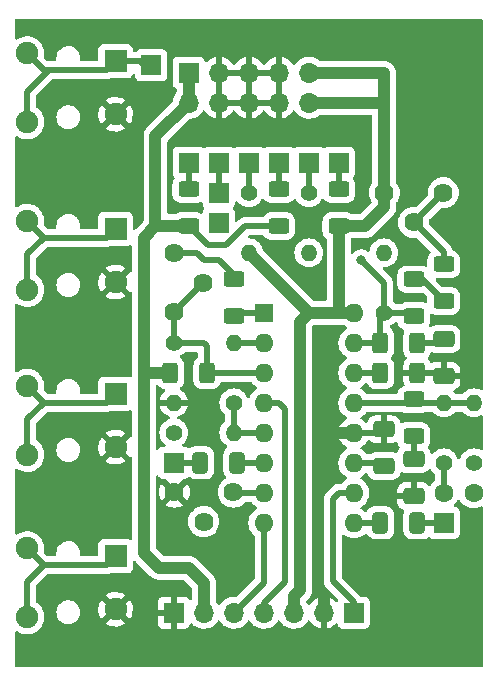
<source format=gbr>
%TF.GenerationSoftware,KiCad,Pcbnew,(6.0.5)*%
%TF.CreationDate,2023-05-17T00:23:09-04:00*%
%TF.ProjectId,as3340_no_mux,61733333-3430-45f6-9e6f-5f6d75782e6b,rev?*%
%TF.SameCoordinates,Original*%
%TF.FileFunction,Copper,L1,Top*%
%TF.FilePolarity,Positive*%
%FSLAX46Y46*%
G04 Gerber Fmt 4.6, Leading zero omitted, Abs format (unit mm)*
G04 Created by KiCad (PCBNEW (6.0.5)) date 2023-05-17 00:23:09*
%MOMM*%
%LPD*%
G01*
G04 APERTURE LIST*
G04 Aperture macros list*
%AMRoundRect*
0 Rectangle with rounded corners*
0 $1 Rounding radius*
0 $2 $3 $4 $5 $6 $7 $8 $9 X,Y pos of 4 corners*
0 Add a 4 corners polygon primitive as box body*
4,1,4,$2,$3,$4,$5,$6,$7,$8,$9,$2,$3,0*
0 Add four circle primitives for the rounded corners*
1,1,$1+$1,$2,$3*
1,1,$1+$1,$4,$5*
1,1,$1+$1,$6,$7*
1,1,$1+$1,$8,$9*
0 Add four rect primitives between the rounded corners*
20,1,$1+$1,$2,$3,$4,$5,0*
20,1,$1+$1,$4,$5,$6,$7,0*
20,1,$1+$1,$6,$7,$8,$9,0*
20,1,$1+$1,$8,$9,$2,$3,0*%
G04 Aperture macros list end*
%TA.AperFunction,ComponentPad*%
%ADD10C,1.400000*%
%TD*%
%TA.AperFunction,ComponentPad*%
%ADD11O,1.400000X1.400000*%
%TD*%
%TA.AperFunction,ComponentPad*%
%ADD12C,1.620000*%
%TD*%
%TA.AperFunction,SMDPad,CuDef*%
%ADD13RoundRect,0.250000X0.625000X-0.400000X0.625000X0.400000X-0.625000X0.400000X-0.625000X-0.400000X0*%
%TD*%
%TA.AperFunction,ComponentPad*%
%ADD14R,1.700000X1.700000*%
%TD*%
%TA.AperFunction,SMDPad,CuDef*%
%ADD15RoundRect,0.250000X-0.400000X-0.625000X0.400000X-0.625000X0.400000X0.625000X-0.400000X0.625000X0*%
%TD*%
%TA.AperFunction,SMDPad,CuDef*%
%ADD16RoundRect,0.250000X-0.412500X-0.650000X0.412500X-0.650000X0.412500X0.650000X-0.412500X0.650000X0*%
%TD*%
%TA.AperFunction,SMDPad,CuDef*%
%ADD17RoundRect,0.250000X-0.625000X0.400000X-0.625000X-0.400000X0.625000X-0.400000X0.625000X0.400000X0*%
%TD*%
%TA.AperFunction,SMDPad,CuDef*%
%ADD18RoundRect,0.250000X0.650000X-0.412500X0.650000X0.412500X-0.650000X0.412500X-0.650000X-0.412500X0*%
%TD*%
%TA.AperFunction,ComponentPad*%
%ADD19R,1.900000X1.900000*%
%TD*%
%TA.AperFunction,ComponentPad*%
%ADD20C,1.900000*%
%TD*%
%TA.AperFunction,SMDPad,CuDef*%
%ADD21RoundRect,0.250000X-0.650000X0.412500X-0.650000X-0.412500X0.650000X-0.412500X0.650000X0.412500X0*%
%TD*%
%TA.AperFunction,ComponentPad*%
%ADD22O,1.700000X1.700000*%
%TD*%
%TA.AperFunction,ComponentPad*%
%ADD23C,1.600000*%
%TD*%
%TA.AperFunction,SMDPad,CuDef*%
%ADD24RoundRect,0.250000X0.400000X0.625000X-0.400000X0.625000X-0.400000X-0.625000X0.400000X-0.625000X0*%
%TD*%
%TA.AperFunction,ComponentPad*%
%ADD25R,1.600000X1.600000*%
%TD*%
%TA.AperFunction,ComponentPad*%
%ADD26O,1.600000X1.600000*%
%TD*%
%TA.AperFunction,SMDPad,CuDef*%
%ADD27RoundRect,0.250000X0.412500X0.650000X-0.412500X0.650000X-0.412500X-0.650000X0.412500X-0.650000X0*%
%TD*%
%TA.AperFunction,ViaPad*%
%ADD28C,3.000000*%
%TD*%
%TA.AperFunction,ViaPad*%
%ADD29C,0.800000*%
%TD*%
%TA.AperFunction,Conductor*%
%ADD30C,0.500000*%
%TD*%
%TA.AperFunction,Conductor*%
%ADD31C,1.000000*%
%TD*%
G04 APERTURE END LIST*
D10*
%TO.P,R40,1*%
%TO.N,Net-(R40-Pad1)*%
X49530000Y-137160000D03*
D11*
%TO.P,R40,2*%
%TO.N,Net-(R40-Pad2)*%
X54610000Y-137160000D03*
%TD*%
D12*
%TO.P,RV5,1,1*%
%TO.N,Net-(RV5-Pad1)*%
X54570000Y-142185000D03*
%TO.P,RV5,2,2*%
%TO.N,Net-(R17-Pad2)*%
X52070000Y-144685000D03*
%TO.P,RV5,3,3*%
%TO.N,GND*%
X49570000Y-142185000D03*
%TD*%
D13*
%TO.P,R2,1*%
%TO.N,-15V*%
X50800000Y-119660000D03*
%TO.P,R2,2*%
%TO.N,Net-(R2-Pad2)*%
X50800000Y-116560000D03*
%TD*%
D14*
%TO.P,J21,1,Pin_1*%
%TO.N,Net-(R16-Pad1)*%
X63500000Y-114300000D03*
%TD*%
%TO.P,J18,1,Pin_1*%
%TO.N,Net-(J3-Pad1)*%
X53340000Y-114300000D03*
%TD*%
%TO.P,J20,1,Pin_1*%
%TO.N,Net-(R19-Pad1)*%
X60960000Y-114300000D03*
%TD*%
%TO.P,J16,1,Pin_1*%
%TO.N,Net-(R2-Pad2)*%
X50800000Y-114300000D03*
%TD*%
D15*
%TO.P,R46,1*%
%TO.N,Net-(R46-Pad1)*%
X67030000Y-132080000D03*
%TO.P,R46,2*%
%TO.N,GND*%
X70130000Y-132080000D03*
%TD*%
D14*
%TO.P,J19,1,Pin_1*%
%TO.N,Net-(R6-Pad2)*%
X58420000Y-114300000D03*
%TD*%
D16*
%TO.P,C7,1*%
%TO.N,Net-(C7-Pad1)*%
X51777500Y-139700000D03*
%TO.P,C7,2*%
%TO.N,Net-(C7-Pad2)*%
X54902500Y-139700000D03*
%TD*%
D10*
%TO.P,R48,1*%
%TO.N,Net-(R40-Pad2)*%
X54610000Y-134620000D03*
D11*
%TO.P,R48,2*%
%TO.N,GND*%
X49530000Y-134620000D03*
%TD*%
D17*
%TO.P,R16,1*%
%TO.N,Net-(R16-Pad1)*%
X63500000Y-116560000D03*
%TO.P,R16,2*%
%TO.N,+15V*%
X63500000Y-119660000D03*
%TD*%
%TO.P,R4,1*%
%TO.N,Net-(RV7-Pad1)*%
X72390000Y-122910000D03*
%TO.P,R4,2*%
%TO.N,Net-(R26-Pad1)*%
X72390000Y-126010000D03*
%TD*%
D18*
%TO.P,C2,1*%
%TO.N,GND*%
X69850000Y-142532500D03*
%TO.P,C2,2*%
%TO.N,Net-(C2-Pad2)*%
X69850000Y-139407500D03*
%TD*%
D19*
%TO.P,J4,R*%
%TO.N,Net-(C1-Pad2)*%
X44600000Y-147610000D03*
D20*
%TO.P,J4,S*%
%TO.N,GND*%
X44600000Y-152110000D03*
%TO.P,J4,T*%
%TO.N,Net-(C1-Pad2)*%
X37100000Y-152760000D03*
X37100000Y-146960000D03*
%TD*%
D19*
%TO.P,J1,R*%
%TO.N,Net-(J1-PadR)*%
X44600000Y-105700000D03*
D20*
%TO.P,J1,S*%
%TO.N,GND*%
X44600000Y-110200000D03*
%TO.P,J1,T*%
%TO.N,Net-(J1-PadR)*%
X37100000Y-105050000D03*
X37100000Y-110850000D03*
%TD*%
D14*
%TO.P,J10,1,Pin_1*%
%TO.N,Net-(C3-Pad1)*%
X72390000Y-144780000D03*
%TD*%
D21*
%TO.P,C9,1*%
%TO.N,Net-(C9-Pad1)*%
X72390000Y-129247500D03*
%TO.P,C9,2*%
%TO.N,GND*%
X72390000Y-132372500D03*
%TD*%
%TO.P,C11,1*%
%TO.N,GND*%
X67310000Y-136867500D03*
%TO.P,C11,2*%
%TO.N,Net-(C11-Pad2)*%
X67310000Y-139992500D03*
%TD*%
D17*
%TO.P,R26,1*%
%TO.N,Net-(R26-Pad1)*%
X69850000Y-124180000D03*
%TO.P,R26,2*%
%TO.N,Net-(R17-Pad1)*%
X69850000Y-127280000D03*
%TD*%
D14*
%TO.P,J9,1,Pin_1*%
%TO.N,Net-(C7-Pad1)*%
X49530000Y-139700000D03*
%TD*%
D10*
%TO.P,R19,1*%
%TO.N,Net-(R19-Pad1)*%
X60960000Y-116840000D03*
D11*
%TO.P,R19,2*%
%TO.N,Net-(R17-Pad1)*%
X60960000Y-121920000D03*
%TD*%
D14*
%TO.P,J25,1,Pin_1*%
%TO.N,Net-(J1-PadR)*%
X47625000Y-106045000D03*
%TD*%
D17*
%TO.P,R12,1*%
%TO.N,Net-(R10-Pad2)*%
X69850000Y-134340000D03*
%TO.P,R12,2*%
%TO.N,Net-(C2-Pad2)*%
X69850000Y-137440000D03*
%TD*%
D14*
%TO.P,J3,1,Pin_1*%
%TO.N,Net-(J3-Pad1)*%
X53340000Y-116840000D03*
%TD*%
D12*
%TO.P,RV7,1,1*%
%TO.N,Net-(RV7-Pad1)*%
X72350000Y-116840000D03*
%TO.P,RV7,2,2*%
X69850000Y-119340000D03*
%TO.P,RV7,3,3*%
%TO.N,+15V*%
X67350000Y-116840000D03*
%TD*%
D14*
%TO.P,J22,1,Pin_1*%
%TO.N,Net-(J22-Pad1)*%
X64770000Y-152400000D03*
D22*
%TO.P,J22,2,Pin_2*%
%TO.N,GND*%
X62230000Y-152400000D03*
%TO.P,J22,3,Pin_3*%
%TO.N,+15V*%
X59690000Y-152400000D03*
%TO.P,J22,4,Pin_4*%
%TO.N,Net-(J22-Pad4)*%
X57150000Y-152400000D03*
%TO.P,J22,5,Pin_5*%
%TO.N,Net-(J22-Pad5)*%
X54610000Y-152400000D03*
%TO.P,J22,6,Pin_6*%
%TO.N,-15V*%
X52070000Y-152400000D03*
%TD*%
D10*
%TO.P,R17,1*%
%TO.N,Net-(R17-Pad1)*%
X67310000Y-127000000D03*
D11*
%TO.P,R17,2*%
%TO.N,Net-(R17-Pad2)*%
X67310000Y-121920000D03*
%TD*%
D14*
%TO.P,J27,1,Pin_1*%
%TO.N,GND*%
X49530000Y-152400000D03*
%TD*%
D10*
%TO.P,R8,1*%
%TO.N,Net-(R8-Pad1)*%
X55880000Y-116840000D03*
D11*
%TO.P,R8,2*%
%TO.N,+15V*%
X55880000Y-121920000D03*
%TD*%
D23*
%TO.P,C1,1*%
%TO.N,Net-(C1-Pad1)*%
X72410000Y-142240000D03*
%TO.P,C1,2*%
%TO.N,Net-(C1-Pad2)*%
X74910000Y-142240000D03*
%TD*%
D24*
%TO.P,R50,1*%
%TO.N,Net-(R39-Pad1)*%
X52350000Y-132080000D03*
%TO.P,R50,2*%
%TO.N,-15V*%
X49250000Y-132080000D03*
%TD*%
D10*
%TO.P,R10,1*%
%TO.N,+15V*%
X74930000Y-139700000D03*
D11*
%TO.P,R10,2*%
%TO.N,Net-(R10-Pad2)*%
X74930000Y-134620000D03*
%TD*%
D19*
%TO.P,J2,R*%
%TO.N,Net-(R24-Pad2)*%
X44600000Y-119900479D03*
D20*
%TO.P,J2,S*%
%TO.N,GND*%
X44600000Y-124400479D03*
%TO.P,J2,T*%
%TO.N,Net-(R24-Pad2)*%
X37100000Y-119250479D03*
X37100000Y-125050479D03*
%TD*%
D12*
%TO.P,RV9,1,1*%
%TO.N,Net-(R38-Pad1)*%
X49530000Y-121960000D03*
%TO.P,RV9,2,2*%
%TO.N,Net-(R39-Pad1)*%
X52030000Y-124460000D03*
%TO.P,RV9,3,3*%
X49530000Y-126960000D03*
%TD*%
D14*
%TO.P,J17,1,Pin_1*%
%TO.N,Net-(R8-Pad1)*%
X55880000Y-114300000D03*
%TD*%
D24*
%TO.P,R25,1*%
%TO.N,Net-(C9-Pad1)*%
X70130000Y-129540000D03*
%TO.P,R25,2*%
%TO.N,Net-(R17-Pad1)*%
X67030000Y-129540000D03*
%TD*%
D25*
%TO.P,U2,1,SCALE1*%
%TO.N,Net-(R38-Pad2)*%
X57160000Y-127015000D03*
D26*
%TO.P,U2,2,SCALE2*%
%TO.N,Net-(R39-Pad2)*%
X57160000Y-129555000D03*
%TO.P,U2,3,VEE*%
%TO.N,Net-(R39-Pad1)*%
X57160000Y-132095000D03*
%TO.P,U2,4,VP*%
%TO.N,Net-(J22-Pad4)*%
X57160000Y-134635000D03*
%TO.P,U2,5,VPWM*%
%TO.N,Net-(R40-Pad2)*%
X57160000Y-137175000D03*
%TO.P,U2,6,VHSI*%
%TO.N,Net-(C7-Pad2)*%
X57160000Y-139715000D03*
%TO.P,U2,7,VHFT*%
%TO.N,Net-(RV5-Pad1)*%
X57160000Y-142255000D03*
%TO.P,U2,8,VSO*%
%TO.N,Net-(J22-Pad5)*%
X57160000Y-144795000D03*
%TO.P,U2,9,VSSI*%
%TO.N,Net-(C3-Pad2)*%
X64780000Y-144795000D03*
%TO.P,U2,10,VTO*%
%TO.N,Net-(J22-Pad1)*%
X64780000Y-142255000D03*
%TO.P,U2,11,CAP*%
%TO.N,Net-(C11-Pad2)*%
X64780000Y-139715000D03*
%TO.P,U2,12,GND*%
%TO.N,GND*%
X64780000Y-137175000D03*
%TO.P,U2,13,VLFI*%
%TO.N,Net-(R10-Pad2)*%
X64780000Y-134635000D03*
%TO.P,U2,14,VS*%
%TO.N,Net-(R46-Pad1)*%
X64780000Y-132095000D03*
%TO.P,U2,15,VFCI*%
%TO.N,Net-(R17-Pad1)*%
X64780000Y-129555000D03*
%TO.P,U2,16,VCC*%
%TO.N,+15V*%
X64780000Y-127015000D03*
%TD*%
D10*
%TO.P,R11,1*%
%TO.N,Net-(C1-Pad1)*%
X72390000Y-139700000D03*
D11*
%TO.P,R11,2*%
%TO.N,Net-(R10-Pad2)*%
X72390000Y-134620000D03*
%TD*%
D14*
%TO.P,J6,1,Pin_1*%
%TO.N,Net-(R20-Pad1)*%
X53340000Y-119380000D03*
%TD*%
D27*
%TO.P,C3,1*%
%TO.N,Net-(C3-Pad1)*%
X70142500Y-144780000D03*
%TO.P,C3,2*%
%TO.N,Net-(C3-Pad2)*%
X67017500Y-144780000D03*
%TD*%
D17*
%TO.P,R38,1*%
%TO.N,Net-(R38-Pad1)*%
X54610000Y-124180000D03*
%TO.P,R38,2*%
%TO.N,Net-(R38-Pad2)*%
X54610000Y-127280000D03*
%TD*%
D19*
%TO.P,J5,R*%
%TO.N,Net-(R40-Pad1)*%
X44600000Y-133870479D03*
D20*
%TO.P,J5,S*%
%TO.N,GND*%
X44600000Y-138370479D03*
%TO.P,J5,T*%
%TO.N,Net-(R40-Pad1)*%
X37100000Y-133220479D03*
X37100000Y-139020479D03*
%TD*%
D13*
%TO.P,R6,1*%
%TO.N,-15V*%
X58420000Y-119660000D03*
%TO.P,R6,2*%
%TO.N,Net-(R6-Pad2)*%
X58420000Y-116560000D03*
%TD*%
D10*
%TO.P,R39,1*%
%TO.N,Net-(R39-Pad1)*%
X49530000Y-129540000D03*
D11*
%TO.P,R39,2*%
%TO.N,Net-(R39-Pad2)*%
X54610000Y-129540000D03*
%TD*%
D14*
%TO.P,J11,1,Pin_1*%
%TO.N,-15V*%
X50800000Y-106680000D03*
D22*
%TO.P,J11,2,Pin_2*%
X50800000Y-109220000D03*
%TO.P,J11,3,Pin_3*%
%TO.N,GND*%
X53340000Y-106680000D03*
%TO.P,J11,4,Pin_4*%
X53340000Y-109220000D03*
%TO.P,J11,5,Pin_5*%
X55880000Y-106680000D03*
%TO.P,J11,6,Pin_6*%
X55880000Y-109220000D03*
%TO.P,J11,7,Pin_7*%
X58420000Y-106680000D03*
%TO.P,J11,8,Pin_8*%
X58420000Y-109220000D03*
%TO.P,J11,9,Pin_9*%
%TO.N,+15V*%
X60960000Y-106680000D03*
%TO.P,J11,10,Pin_10*%
X60960000Y-109220000D03*
%TD*%
D28*
%TO.N,GND*%
X73660000Y-154940000D03*
X73660000Y-104140000D03*
D29*
%TO.N,Net-(R17-Pad1)*%
X65405000Y-122555000D03*
%TD*%
D30*
%TO.N,Net-(C1-Pad1)*%
X72390000Y-139700000D02*
X72390000Y-142220000D01*
X72390000Y-142220000D02*
X72410000Y-142240000D01*
%TO.N,Net-(C1-Pad2)*%
X43850479Y-148359521D02*
X38499521Y-148359521D01*
X37100000Y-149759042D02*
X38499521Y-148359521D01*
X44600000Y-147610000D02*
X43850479Y-148359521D01*
X37100000Y-152760000D02*
X37100000Y-149759042D01*
X38499521Y-148359521D02*
X37100000Y-146960000D01*
D31*
%TO.N,GND*%
X61722000Y-150469600D02*
X62230000Y-150977600D01*
X62230000Y-137160000D02*
X61722000Y-137668000D01*
D30*
X72097500Y-132080000D02*
X72390000Y-132372500D01*
X67002500Y-137175000D02*
X67310000Y-136867500D01*
X64780000Y-137175000D02*
X67002500Y-137175000D01*
D31*
X62230000Y-150977600D02*
X62230000Y-152400000D01*
D30*
X70130000Y-132080000D02*
X72097500Y-132080000D01*
D31*
X62245000Y-137175000D02*
X62230000Y-137160000D01*
X64780000Y-137175000D02*
X62245000Y-137175000D01*
X61722000Y-137668000D02*
X61722000Y-150469600D01*
D30*
%TO.N,Net-(C2-Pad2)*%
X69850000Y-139407500D02*
X69850000Y-137440000D01*
%TO.N,Net-(C3-Pad1)*%
X70142500Y-144780000D02*
X72390000Y-144780000D01*
%TO.N,Net-(C3-Pad2)*%
X67002500Y-144795000D02*
X67017500Y-144780000D01*
X64780000Y-144795000D02*
X67002500Y-144795000D01*
%TO.N,Net-(C7-Pad1)*%
X51777500Y-139700000D02*
X49530000Y-139700000D01*
%TO.N,Net-(C7-Pad2)*%
X57160000Y-139715000D02*
X54917500Y-139715000D01*
X54917500Y-139715000D02*
X54902500Y-139700000D01*
%TO.N,Net-(C9-Pad1)*%
X70130000Y-129540000D02*
X72097500Y-129540000D01*
X72097500Y-129540000D02*
X72390000Y-129247500D01*
%TO.N,Net-(C11-Pad2)*%
X64780000Y-139715000D02*
X67032500Y-139715000D01*
X67032500Y-139715000D02*
X67310000Y-139992500D01*
%TO.N,Net-(R24-Pad2)*%
X37100000Y-122049521D02*
X38499521Y-120650000D01*
X37100000Y-125050479D02*
X37100000Y-122049521D01*
X44600000Y-119900479D02*
X43850479Y-120650000D01*
X43850479Y-120650000D02*
X38499521Y-120650000D01*
X38499521Y-120650000D02*
X37100000Y-119250479D01*
%TO.N,Net-(J3-Pad1)*%
X53340000Y-116840000D02*
X53340000Y-114300000D01*
%TO.N,Net-(R40-Pad1)*%
X37100000Y-136019521D02*
X38499521Y-134620000D01*
X43850479Y-134620000D02*
X38499521Y-134620000D01*
X44600000Y-133870479D02*
X43850479Y-134620000D01*
X38499521Y-134620000D02*
X37100000Y-133220479D01*
X37100000Y-139020479D02*
X37100000Y-136019521D01*
D31*
%TO.N,-15V*%
X46990000Y-132080000D02*
X46990000Y-147320000D01*
X50800000Y-109220000D02*
X50800000Y-106680000D01*
X46990000Y-132080000D02*
X46990000Y-120650000D01*
X47980000Y-119660000D02*
X50800000Y-119660000D01*
X49250000Y-132080000D02*
X46990000Y-132080000D01*
D30*
X52425000Y-121285000D02*
X50800000Y-119660000D01*
D31*
X46990000Y-120650000D02*
X47980000Y-119660000D01*
X46990000Y-147320000D02*
X48260000Y-148590000D01*
X48260000Y-148590000D02*
X50800000Y-148590000D01*
X47980000Y-112040000D02*
X50800000Y-109220000D01*
D30*
X49190000Y-132095000D02*
X49175000Y-132080000D01*
D31*
X52070000Y-149860000D02*
X52070000Y-152400000D01*
X50800000Y-148590000D02*
X52070000Y-149860000D01*
D30*
X53975000Y-121285000D02*
X52425000Y-121285000D01*
X58420000Y-119660000D02*
X55600000Y-119660000D01*
D31*
X47980000Y-119660000D02*
X47980000Y-112040000D01*
D30*
X55600000Y-119660000D02*
X53975000Y-121285000D01*
D31*
%TO.N,+15V*%
X63485000Y-127015000D02*
X60975000Y-127015000D01*
X63500000Y-119660000D02*
X65760000Y-119660000D01*
X67310000Y-106680000D02*
X60960000Y-106680000D01*
X60198000Y-127762000D02*
X60198000Y-150520400D01*
X60198000Y-150520400D02*
X59690000Y-151028400D01*
X60960000Y-127000000D02*
X55880000Y-121920000D01*
X67310000Y-109220000D02*
X60960000Y-109220000D01*
X67350000Y-116840000D02*
X67350000Y-109180000D01*
X64780000Y-127015000D02*
X63485000Y-127015000D01*
X60960000Y-127000000D02*
X60198000Y-127762000D01*
X67350000Y-109180000D02*
X67310000Y-109220000D01*
X67350000Y-106720000D02*
X67310000Y-106680000D01*
X67350000Y-118070000D02*
X67350000Y-116840000D01*
X65760000Y-119660000D02*
X67350000Y-118070000D01*
X60975000Y-127015000D02*
X60960000Y-127000000D01*
X67350000Y-109180000D02*
X67350000Y-106720000D01*
X63485000Y-119675000D02*
X63500000Y-119660000D01*
X59690000Y-151028400D02*
X59690000Y-152400000D01*
X63485000Y-127015000D02*
X63485000Y-119675000D01*
D30*
%TO.N,Net-(R2-Pad2)*%
X50800000Y-116560000D02*
X50800000Y-114300000D01*
%TO.N,Net-(R8-Pad1)*%
X55880000Y-114300000D02*
X55880000Y-116840000D01*
%TO.N,Net-(R6-Pad2)*%
X58420000Y-114300000D02*
X58420000Y-116560000D01*
%TO.N,Net-(R19-Pad1)*%
X60960000Y-114300000D02*
X60960000Y-116840000D01*
%TO.N,Net-(R16-Pad1)*%
X63500000Y-114300000D02*
X63500000Y-116560000D01*
%TO.N,Net-(RV7-Pad1)*%
X69850000Y-119340000D02*
X72350000Y-116840000D01*
X72390000Y-121880000D02*
X69850000Y-119340000D01*
X72390000Y-122910000D02*
X72390000Y-121880000D01*
%TO.N,Net-(R26-Pad1)*%
X70560000Y-124180000D02*
X72390000Y-126010000D01*
X69850000Y-124180000D02*
X70560000Y-124180000D01*
%TO.N,Net-(R10-Pad2)*%
X70130000Y-134620000D02*
X74930000Y-134620000D01*
X69850000Y-134340000D02*
X70130000Y-134620000D01*
X64780000Y-134635000D02*
X69555000Y-134635000D01*
X69555000Y-134635000D02*
X69850000Y-134340000D01*
%TO.N,Net-(R17-Pad1)*%
X67310000Y-127280000D02*
X67590000Y-127000000D01*
X67015000Y-129555000D02*
X67030000Y-129540000D01*
X67030000Y-129540000D02*
X67030000Y-127560000D01*
X67030000Y-127560000D02*
X67310000Y-127280000D01*
X64780000Y-129555000D02*
X67015000Y-129555000D01*
X67310000Y-124460000D02*
X67310000Y-127000000D01*
X65405000Y-122555000D02*
X67310000Y-124460000D01*
X67590000Y-127000000D02*
X69850000Y-127000000D01*
%TO.N,Net-(R38-Pad1)*%
X51475000Y-121960000D02*
X49530000Y-121960000D01*
X54610000Y-124180000D02*
X54610000Y-123825000D01*
X52070000Y-122555000D02*
X51475000Y-121960000D01*
X54610000Y-123825000D02*
X53340000Y-122555000D01*
X53340000Y-122555000D02*
X52070000Y-122555000D01*
%TO.N,Net-(R38-Pad2)*%
X57160000Y-127015000D02*
X54905000Y-127015000D01*
X54905000Y-127015000D02*
X54890000Y-127000000D01*
%TO.N,Net-(R39-Pad1)*%
X49530000Y-126945000D02*
X49570000Y-126905000D01*
X49530000Y-129540000D02*
X49530000Y-126960000D01*
X49530000Y-129540000D02*
X52070000Y-129540000D01*
X52350000Y-132080000D02*
X57145000Y-132080000D01*
X57145000Y-132080000D02*
X57160000Y-132095000D01*
X49175000Y-129895000D02*
X49530000Y-129540000D01*
X52070000Y-129540000D02*
X52350000Y-129820000D01*
X52350000Y-129820000D02*
X52350000Y-132080000D01*
X49530000Y-126960000D02*
X52030000Y-124460000D01*
%TO.N,Net-(R39-Pad2)*%
X57160000Y-129555000D02*
X54625000Y-129555000D01*
X54625000Y-129555000D02*
X54610000Y-129540000D01*
%TO.N,Net-(R40-Pad2)*%
X54610000Y-134620000D02*
X54610000Y-137160000D01*
X54625000Y-137175000D02*
X54610000Y-137160000D01*
X57160000Y-137175000D02*
X54625000Y-137175000D01*
%TO.N,Net-(R46-Pad1)*%
X67015000Y-132095000D02*
X67030000Y-132080000D01*
X64780000Y-132095000D02*
X67015000Y-132095000D01*
%TO.N,Net-(RV5-Pad1)*%
X54640000Y-142255000D02*
X54570000Y-142185000D01*
X57160000Y-142255000D02*
X54640000Y-142255000D01*
%TO.N,Net-(J22-Pad1)*%
X62992000Y-149758400D02*
X64770000Y-151536400D01*
X63500000Y-142240000D02*
X62992000Y-142748000D01*
X62992000Y-142748000D02*
X62992000Y-149758400D01*
X64780000Y-142255000D02*
X63515000Y-142255000D01*
X64770000Y-151536400D02*
X64770000Y-152400000D01*
X63515000Y-142255000D02*
X63500000Y-142240000D01*
%TO.N,Net-(J22-Pad4)*%
X58928000Y-149809200D02*
X57150000Y-151587200D01*
X57160000Y-134635000D02*
X58435000Y-134635000D01*
X58435000Y-134635000D02*
X58928000Y-135128000D01*
X58928000Y-135128000D02*
X58928000Y-149809200D01*
X58405000Y-134635000D02*
X58420000Y-134620000D01*
X57160000Y-134635000D02*
X58405000Y-134635000D01*
X57150000Y-151587200D02*
X57150000Y-152400000D01*
%TO.N,Net-(J22-Pad5)*%
X57150000Y-148590000D02*
X57150000Y-149860000D01*
X57160000Y-144795000D02*
X57160000Y-148580000D01*
X57160000Y-148580000D02*
X57150000Y-148590000D01*
X57150000Y-149860000D02*
X54610000Y-152400000D01*
%TO.N,Net-(J1-PadR)*%
X38499521Y-106449521D02*
X37100000Y-105050000D01*
X44600000Y-105700000D02*
X46645000Y-105700000D01*
X46645000Y-105700000D02*
X47280000Y-105700000D01*
X37100000Y-110850000D02*
X37100000Y-108315000D01*
X37100000Y-108315000D02*
X38965479Y-106449521D01*
X47280000Y-105700000D02*
X47625000Y-106045000D01*
X46645000Y-105700000D02*
X46990000Y-106045000D01*
X43850479Y-106449521D02*
X38965479Y-106449521D01*
X38965479Y-106449521D02*
X38499521Y-106449521D01*
X44600000Y-105700000D02*
X43850479Y-106449521D01*
%TD*%
%TA.AperFunction,Conductor*%
%TO.N,GND*%
G36*
X63438297Y-128024190D02*
G01*
X63471796Y-128027711D01*
X63471798Y-128027711D01*
X63477925Y-128028355D01*
X63525570Y-128024019D01*
X63536990Y-128023500D01*
X63899260Y-128023500D01*
X63971531Y-128046287D01*
X64123251Y-128152523D01*
X64128233Y-128154846D01*
X64128238Y-128154849D01*
X64162457Y-128170805D01*
X64215742Y-128217722D01*
X64235203Y-128285999D01*
X64214661Y-128353959D01*
X64162457Y-128399195D01*
X64128238Y-128415151D01*
X64128233Y-128415154D01*
X64123251Y-128417477D01*
X64020519Y-128489411D01*
X63940211Y-128545643D01*
X63940208Y-128545645D01*
X63935700Y-128548802D01*
X63773802Y-128710700D01*
X63770645Y-128715208D01*
X63770643Y-128715211D01*
X63720307Y-128787099D01*
X63642477Y-128898251D01*
X63640154Y-128903233D01*
X63640151Y-128903238D01*
X63571208Y-129051089D01*
X63545716Y-129105757D01*
X63544294Y-129111065D01*
X63544293Y-129111067D01*
X63487881Y-129321598D01*
X63486457Y-129326913D01*
X63466502Y-129555000D01*
X63486457Y-129783087D01*
X63545716Y-130004243D01*
X63548039Y-130009224D01*
X63548039Y-130009225D01*
X63640151Y-130206762D01*
X63640154Y-130206767D01*
X63642477Y-130211749D01*
X63671569Y-130253296D01*
X63742377Y-130354420D01*
X63773802Y-130399300D01*
X63935700Y-130561198D01*
X63940208Y-130564355D01*
X63940211Y-130564357D01*
X63980992Y-130592912D01*
X64123251Y-130692523D01*
X64128233Y-130694846D01*
X64128238Y-130694849D01*
X64162457Y-130710805D01*
X64215742Y-130757722D01*
X64235203Y-130825999D01*
X64214661Y-130893959D01*
X64162457Y-130939195D01*
X64128238Y-130955151D01*
X64128233Y-130955154D01*
X64123251Y-130957477D01*
X64079764Y-130987927D01*
X63940211Y-131085643D01*
X63940208Y-131085645D01*
X63935700Y-131088802D01*
X63773802Y-131250700D01*
X63770645Y-131255208D01*
X63770643Y-131255211D01*
X63734320Y-131307086D01*
X63642477Y-131438251D01*
X63640154Y-131443233D01*
X63640151Y-131443238D01*
X63553046Y-131630038D01*
X63545716Y-131645757D01*
X63544294Y-131651065D01*
X63544293Y-131651067D01*
X63501494Y-131810794D01*
X63486457Y-131866913D01*
X63466502Y-132095000D01*
X63486457Y-132323087D01*
X63487881Y-132328400D01*
X63487881Y-132328402D01*
X63529728Y-132484574D01*
X63545716Y-132544243D01*
X63548039Y-132549224D01*
X63548039Y-132549225D01*
X63640151Y-132746762D01*
X63640154Y-132746767D01*
X63642477Y-132751749D01*
X63659747Y-132776413D01*
X63744547Y-132897519D01*
X63773802Y-132939300D01*
X63935700Y-133101198D01*
X63940208Y-133104355D01*
X63940211Y-133104357D01*
X63942202Y-133105751D01*
X64123251Y-133232523D01*
X64128233Y-133234846D01*
X64128238Y-133234849D01*
X64162457Y-133250805D01*
X64215742Y-133297722D01*
X64235203Y-133365999D01*
X64214661Y-133433959D01*
X64162457Y-133479195D01*
X64128238Y-133495151D01*
X64128233Y-133495154D01*
X64123251Y-133497477D01*
X64023218Y-133567521D01*
X63940211Y-133625643D01*
X63940208Y-133625645D01*
X63935700Y-133628802D01*
X63773802Y-133790700D01*
X63770645Y-133795208D01*
X63770643Y-133795211D01*
X63760031Y-133810367D01*
X63642477Y-133978251D01*
X63640154Y-133983233D01*
X63640151Y-133983238D01*
X63575014Y-134122927D01*
X63545716Y-134185757D01*
X63544294Y-134191065D01*
X63544293Y-134191067D01*
X63510598Y-134316819D01*
X63486457Y-134406913D01*
X63466502Y-134635000D01*
X63486457Y-134863087D01*
X63487881Y-134868400D01*
X63487881Y-134868402D01*
X63540240Y-135063805D01*
X63545716Y-135084243D01*
X63548039Y-135089224D01*
X63548039Y-135089225D01*
X63640151Y-135286762D01*
X63640154Y-135286767D01*
X63642477Y-135291749D01*
X63704224Y-135379933D01*
X63770500Y-135474584D01*
X63773802Y-135479300D01*
X63935700Y-135641198D01*
X63940208Y-135644355D01*
X63940211Y-135644357D01*
X63997319Y-135684344D01*
X64123251Y-135772523D01*
X64128233Y-135774846D01*
X64128238Y-135774849D01*
X64163049Y-135791081D01*
X64216334Y-135837998D01*
X64235795Y-135906275D01*
X64215253Y-135974235D01*
X64163049Y-136019471D01*
X64128489Y-136035586D01*
X64118993Y-136041069D01*
X63940533Y-136166028D01*
X63932125Y-136173084D01*
X63778084Y-136327125D01*
X63771028Y-136335533D01*
X63646069Y-136513993D01*
X63640586Y-136523489D01*
X63548510Y-136720947D01*
X63544764Y-136731239D01*
X63498606Y-136903503D01*
X63498942Y-136917599D01*
X63506884Y-136921000D01*
X64908000Y-136921000D01*
X64976121Y-136941002D01*
X65022614Y-136994658D01*
X65034000Y-137047000D01*
X65034000Y-137303000D01*
X65013998Y-137371121D01*
X64960342Y-137417614D01*
X64908000Y-137429000D01*
X63512033Y-137429000D01*
X63498502Y-137432973D01*
X63497273Y-137441522D01*
X63544764Y-137618761D01*
X63548510Y-137629053D01*
X63640586Y-137826511D01*
X63646069Y-137836007D01*
X63771028Y-138014467D01*
X63778084Y-138022875D01*
X63932125Y-138176916D01*
X63940533Y-138183972D01*
X64118993Y-138308931D01*
X64128489Y-138314414D01*
X64163049Y-138330529D01*
X64216334Y-138377446D01*
X64235795Y-138445723D01*
X64215253Y-138513683D01*
X64163049Y-138558919D01*
X64128238Y-138575151D01*
X64128233Y-138575154D01*
X64123251Y-138577477D01*
X64021679Y-138648599D01*
X63940211Y-138705643D01*
X63940208Y-138705645D01*
X63935700Y-138708802D01*
X63773802Y-138870700D01*
X63770645Y-138875208D01*
X63770643Y-138875211D01*
X63719987Y-138947555D01*
X63642477Y-139058251D01*
X63640154Y-139063233D01*
X63640151Y-139063238D01*
X63575906Y-139201013D01*
X63545716Y-139265757D01*
X63544294Y-139271065D01*
X63544293Y-139271067D01*
X63491675Y-139467438D01*
X63486457Y-139486913D01*
X63466502Y-139715000D01*
X63486457Y-139943087D01*
X63487881Y-139948400D01*
X63487881Y-139948402D01*
X63537787Y-140134650D01*
X63545716Y-140164243D01*
X63548039Y-140169224D01*
X63548039Y-140169225D01*
X63640151Y-140366762D01*
X63640154Y-140366767D01*
X63642477Y-140371749D01*
X63714959Y-140475264D01*
X63770500Y-140554584D01*
X63773802Y-140559300D01*
X63935700Y-140721198D01*
X63940208Y-140724355D01*
X63940211Y-140724357D01*
X63980992Y-140752912D01*
X64123251Y-140852523D01*
X64128233Y-140854846D01*
X64128238Y-140854849D01*
X64162457Y-140870805D01*
X64215742Y-140917722D01*
X64235203Y-140985999D01*
X64214661Y-141053959D01*
X64162457Y-141099195D01*
X64128238Y-141115151D01*
X64128233Y-141115154D01*
X64123251Y-141117477D01*
X64116596Y-141122137D01*
X63940211Y-141245643D01*
X63940208Y-141245645D01*
X63935700Y-141248802D01*
X63773802Y-141410700D01*
X63770643Y-141415212D01*
X63770641Y-141415214D01*
X63753267Y-141440026D01*
X63697810Y-141484354D01*
X63624397Y-141491114D01*
X63575050Y-141480850D01*
X63575047Y-141480850D01*
X63567885Y-141479360D01*
X63558395Y-141479617D01*
X63536033Y-141478229D01*
X63534686Y-141478024D01*
X63526651Y-141476802D01*
X63519359Y-141477395D01*
X63519356Y-141477395D01*
X63462381Y-141482029D01*
X63455575Y-141482398D01*
X63398394Y-141483945D01*
X63398393Y-141483945D01*
X63391079Y-141484143D01*
X63381896Y-141486578D01*
X63359828Y-141490370D01*
X63350363Y-141491140D01*
X63288977Y-141511026D01*
X63282502Y-141512932D01*
X63220116Y-141529474D01*
X63213661Y-141532928D01*
X63211753Y-141533949D01*
X63191135Y-141542722D01*
X63189067Y-141543392D01*
X63189064Y-141543393D01*
X63182101Y-141545649D01*
X63175847Y-141549444D01*
X63175845Y-141549445D01*
X63126958Y-141579111D01*
X63121040Y-141582487D01*
X63064166Y-141612918D01*
X63058685Y-141617758D01*
X63058684Y-141617759D01*
X63057048Y-141619204D01*
X63039010Y-141632478D01*
X63035696Y-141634489D01*
X63035691Y-141634493D01*
X63030892Y-141637405D01*
X63022516Y-141644803D01*
X62983350Y-141683969D01*
X62977663Y-141689315D01*
X62931596Y-141730000D01*
X62927368Y-141735983D01*
X62924005Y-141740741D01*
X62910203Y-141757116D01*
X62503089Y-142164230D01*
X62488677Y-142176616D01*
X62477082Y-142185149D01*
X62477077Y-142185154D01*
X62471182Y-142189492D01*
X62466443Y-142195070D01*
X62466440Y-142195073D01*
X62436965Y-142229768D01*
X62430035Y-142237284D01*
X62424340Y-142242979D01*
X62422060Y-142245861D01*
X62406719Y-142265251D01*
X62403928Y-142268655D01*
X62361409Y-142318703D01*
X62356667Y-142324285D01*
X62353338Y-142330804D01*
X62349970Y-142335854D01*
X62346804Y-142340980D01*
X62342266Y-142346716D01*
X62339171Y-142353338D01*
X62339165Y-142353348D01*
X62311360Y-142412842D01*
X62309429Y-142416794D01*
X62298138Y-142438906D01*
X62276231Y-142481808D01*
X62274492Y-142488916D01*
X62272393Y-142494559D01*
X62270476Y-142500322D01*
X62267378Y-142506950D01*
X62265888Y-142514112D01*
X62265888Y-142514113D01*
X62252514Y-142578412D01*
X62251544Y-142582696D01*
X62234192Y-142653610D01*
X62233844Y-142659212D01*
X62233844Y-142659215D01*
X62233500Y-142664762D01*
X62233500Y-142664764D01*
X62233464Y-142664762D01*
X62233225Y-142668755D01*
X62232851Y-142672947D01*
X62231360Y-142680115D01*
X62232672Y-142728621D01*
X62233454Y-142757521D01*
X62233500Y-142760928D01*
X62233500Y-149691330D01*
X62232067Y-149710280D01*
X62228801Y-149731749D01*
X62229394Y-149739041D01*
X62229394Y-149739044D01*
X62233085Y-149784418D01*
X62233500Y-149794633D01*
X62233500Y-149802693D01*
X62234379Y-149810231D01*
X62236789Y-149830907D01*
X62237222Y-149835282D01*
X62239597Y-149864475D01*
X62243140Y-149908037D01*
X62245396Y-149915001D01*
X62246587Y-149920960D01*
X62247971Y-149926815D01*
X62248818Y-149934081D01*
X62273735Y-150002727D01*
X62275152Y-150006855D01*
X62291492Y-150057292D01*
X62297649Y-150076299D01*
X62301445Y-150082554D01*
X62303951Y-150088028D01*
X62306670Y-150093458D01*
X62309167Y-150100337D01*
X62313180Y-150106457D01*
X62313180Y-150106458D01*
X62349186Y-150161376D01*
X62351523Y-150165080D01*
X62389405Y-150227507D01*
X62393121Y-150231715D01*
X62393122Y-150231716D01*
X62396803Y-150235884D01*
X62396776Y-150235908D01*
X62399429Y-150238900D01*
X62402132Y-150242133D01*
X62406144Y-150248252D01*
X62411456Y-150253284D01*
X62462383Y-150301528D01*
X62464825Y-150303906D01*
X63410612Y-151249693D01*
X63444638Y-151312005D01*
X63439498Y-151383019D01*
X63424721Y-151422435D01*
X63382079Y-151479199D01*
X63315517Y-151503898D01*
X63246169Y-151488690D01*
X63213546Y-151463004D01*
X63162799Y-151407234D01*
X63155273Y-151400215D01*
X62988139Y-151268222D01*
X62979552Y-151262517D01*
X62793117Y-151159599D01*
X62783705Y-151155369D01*
X62582959Y-151084280D01*
X62572988Y-151081646D01*
X62501837Y-151068972D01*
X62488540Y-151070432D01*
X62484000Y-151084989D01*
X62484000Y-153718517D01*
X62488064Y-153732359D01*
X62501478Y-153734393D01*
X62508184Y-153733534D01*
X62518262Y-153731392D01*
X62722255Y-153670191D01*
X62731842Y-153666433D01*
X62923095Y-153572739D01*
X62931945Y-153567464D01*
X63105328Y-153443792D01*
X63113193Y-153437145D01*
X63217897Y-153332805D01*
X63280268Y-153298889D01*
X63351075Y-153304077D01*
X63407837Y-153346723D01*
X63424819Y-153377826D01*
X63469385Y-153496705D01*
X63556739Y-153613261D01*
X63673295Y-153700615D01*
X63809684Y-153751745D01*
X63871866Y-153758500D01*
X65668134Y-153758500D01*
X65730316Y-153751745D01*
X65866705Y-153700615D01*
X65983261Y-153613261D01*
X66070615Y-153496705D01*
X66121745Y-153360316D01*
X66128500Y-153298134D01*
X66128500Y-151501866D01*
X66121745Y-151439684D01*
X66070615Y-151303295D01*
X65983261Y-151186739D01*
X65866705Y-151099385D01*
X65730316Y-151048255D01*
X65668134Y-151041500D01*
X65400732Y-151041500D01*
X65332611Y-151021498D01*
X65314084Y-151006977D01*
X65299598Y-150993254D01*
X65297194Y-150990913D01*
X63787405Y-149481124D01*
X63753379Y-149418812D01*
X63750500Y-149392029D01*
X63750500Y-145913563D01*
X63770502Y-145845442D01*
X63824158Y-145798949D01*
X63894432Y-145788845D01*
X63948770Y-145810349D01*
X64123251Y-145932523D01*
X64128233Y-145934846D01*
X64128238Y-145934849D01*
X64325775Y-146026961D01*
X64330757Y-146029284D01*
X64336065Y-146030706D01*
X64336067Y-146030707D01*
X64546598Y-146087119D01*
X64546600Y-146087119D01*
X64551913Y-146088543D01*
X64780000Y-146108498D01*
X65008087Y-146088543D01*
X65013400Y-146087119D01*
X65013402Y-146087119D01*
X65223933Y-146030707D01*
X65223935Y-146030706D01*
X65229243Y-146029284D01*
X65234225Y-146026961D01*
X65431762Y-145934849D01*
X65431767Y-145934846D01*
X65436749Y-145932523D01*
X65611230Y-145810350D01*
X65619789Y-145804357D01*
X65619792Y-145804355D01*
X65624300Y-145801198D01*
X65709916Y-145715582D01*
X65772228Y-145681556D01*
X65843043Y-145686621D01*
X65899879Y-145729168D01*
X65911830Y-145749089D01*
X65913450Y-145753946D01*
X66006522Y-145904348D01*
X66011704Y-145909521D01*
X66031260Y-145929043D01*
X66131697Y-146029305D01*
X66137927Y-146033145D01*
X66137928Y-146033146D01*
X66275090Y-146117694D01*
X66282262Y-146122115D01*
X66330549Y-146138131D01*
X66443611Y-146175632D01*
X66443613Y-146175632D01*
X66450139Y-146177797D01*
X66456975Y-146178497D01*
X66456978Y-146178498D01*
X66500031Y-146182909D01*
X66554600Y-146188500D01*
X67480400Y-146188500D01*
X67483646Y-146188163D01*
X67483650Y-146188163D01*
X67579308Y-146178238D01*
X67579312Y-146178237D01*
X67586166Y-146177526D01*
X67592702Y-146175345D01*
X67592704Y-146175345D01*
X67731703Y-146128971D01*
X67753946Y-146121550D01*
X67904348Y-146028478D01*
X68029305Y-145903303D01*
X68064971Y-145845442D01*
X68118275Y-145758968D01*
X68118276Y-145758966D01*
X68122115Y-145752738D01*
X68158448Y-145643197D01*
X68175632Y-145591389D01*
X68175632Y-145591387D01*
X68177797Y-145584861D01*
X68181876Y-145545055D01*
X68186405Y-145500849D01*
X68188500Y-145480400D01*
X68188500Y-144079600D01*
X68183169Y-144028219D01*
X68178238Y-143980692D01*
X68178237Y-143980688D01*
X68177526Y-143973834D01*
X68121550Y-143806054D01*
X68028478Y-143655652D01*
X67903303Y-143530695D01*
X67894064Y-143525000D01*
X67758968Y-143441725D01*
X67758966Y-143441724D01*
X67752738Y-143437885D01*
X67671094Y-143410805D01*
X67591389Y-143384368D01*
X67591387Y-143384368D01*
X67584861Y-143382203D01*
X67578025Y-143381503D01*
X67578022Y-143381502D01*
X67534969Y-143377091D01*
X67480400Y-143371500D01*
X66554600Y-143371500D01*
X66551354Y-143371837D01*
X66551350Y-143371837D01*
X66455692Y-143381762D01*
X66455688Y-143381763D01*
X66448834Y-143382474D01*
X66442298Y-143384655D01*
X66442296Y-143384655D01*
X66331859Y-143421500D01*
X66281054Y-143438450D01*
X66130652Y-143531522D01*
X66005695Y-143656697D01*
X65912885Y-143807262D01*
X65909893Y-143816281D01*
X65909040Y-143817513D01*
X65907487Y-143820844D01*
X65906917Y-143820578D01*
X65869465Y-143874639D01*
X65803901Y-143901877D01*
X65734019Y-143889344D01*
X65701206Y-143865708D01*
X65624300Y-143788802D01*
X65619792Y-143785645D01*
X65619789Y-143785643D01*
X65500708Y-143702262D01*
X65436749Y-143657477D01*
X65431767Y-143655154D01*
X65431762Y-143655151D01*
X65397543Y-143639195D01*
X65344258Y-143592278D01*
X65324797Y-143524001D01*
X65345339Y-143456041D01*
X65397543Y-143410805D01*
X65431762Y-143394849D01*
X65431767Y-143394846D01*
X65436749Y-143392523D01*
X65582798Y-143290258D01*
X65619789Y-143264357D01*
X65619792Y-143264355D01*
X65624300Y-143261198D01*
X65786198Y-143099300D01*
X65789501Y-143094584D01*
X65914366Y-142916257D01*
X65917523Y-142911749D01*
X65919846Y-142906767D01*
X65919849Y-142906762D01*
X66011961Y-142709225D01*
X66011961Y-142709224D01*
X66014284Y-142704243D01*
X66024863Y-142664764D01*
X66072119Y-142488402D01*
X66072119Y-142488400D01*
X66073543Y-142483087D01*
X66093027Y-142260385D01*
X68442000Y-142260385D01*
X68446475Y-142275624D01*
X68447865Y-142276829D01*
X68455548Y-142278500D01*
X69577885Y-142278500D01*
X69593124Y-142274025D01*
X69594329Y-142272635D01*
X69596000Y-142264952D01*
X69596000Y-141380116D01*
X69591525Y-141364877D01*
X69590135Y-141363672D01*
X69582452Y-141362001D01*
X69152905Y-141362001D01*
X69146386Y-141362338D01*
X69050794Y-141372257D01*
X69037400Y-141375149D01*
X68883216Y-141426588D01*
X68870038Y-141432761D01*
X68732193Y-141518063D01*
X68720792Y-141527099D01*
X68606261Y-141641829D01*
X68597249Y-141653240D01*
X68512184Y-141791243D01*
X68506037Y-141804424D01*
X68454862Y-141958710D01*
X68451995Y-141972086D01*
X68442328Y-142066438D01*
X68442000Y-142072855D01*
X68442000Y-142260385D01*
X66093027Y-142260385D01*
X66093498Y-142255000D01*
X66073543Y-142026913D01*
X66055268Y-141958710D01*
X66015707Y-141811067D01*
X66015706Y-141811065D01*
X66014284Y-141805757D01*
X66007516Y-141791243D01*
X65919849Y-141603238D01*
X65919846Y-141603233D01*
X65917523Y-141598251D01*
X65837771Y-141484354D01*
X65789357Y-141415211D01*
X65789355Y-141415208D01*
X65786198Y-141410700D01*
X65624300Y-141248802D01*
X65619792Y-141245645D01*
X65619789Y-141245643D01*
X65443404Y-141122137D01*
X65436749Y-141117477D01*
X65431767Y-141115154D01*
X65431762Y-141115151D01*
X65397543Y-141099195D01*
X65344258Y-141052278D01*
X65324797Y-140984001D01*
X65345339Y-140916041D01*
X65397543Y-140870805D01*
X65431762Y-140854849D01*
X65431767Y-140854846D01*
X65436749Y-140852523D01*
X65579008Y-140752912D01*
X65619789Y-140724357D01*
X65619792Y-140724355D01*
X65624300Y-140721198D01*
X65736300Y-140609198D01*
X65798612Y-140575172D01*
X65869427Y-140580237D01*
X65926263Y-140622784D01*
X65944918Y-140658416D01*
X65966129Y-140721993D01*
X65966133Y-140722003D01*
X65968450Y-140728946D01*
X66061522Y-140879348D01*
X66066704Y-140884521D01*
X66095349Y-140913116D01*
X66186697Y-141004305D01*
X66192927Y-141008145D01*
X66192928Y-141008146D01*
X66330090Y-141092694D01*
X66337262Y-141097115D01*
X66370571Y-141108163D01*
X66498611Y-141150632D01*
X66498613Y-141150632D01*
X66505139Y-141152797D01*
X66511975Y-141153497D01*
X66511978Y-141153498D01*
X66555031Y-141157909D01*
X66609600Y-141163500D01*
X68010400Y-141163500D01*
X68013646Y-141163163D01*
X68013650Y-141163163D01*
X68109308Y-141153238D01*
X68109312Y-141153237D01*
X68116166Y-141152526D01*
X68122702Y-141150345D01*
X68122704Y-141150345D01*
X68266181Y-141102477D01*
X68283946Y-141096550D01*
X68434348Y-141003478D01*
X68559305Y-140878303D01*
X68577296Y-140849117D01*
X68648275Y-140733968D01*
X68648276Y-140733966D01*
X68652115Y-140727738D01*
X68699920Y-140583608D01*
X68740350Y-140525249D01*
X68805914Y-140498012D01*
X68872186Y-140508986D01*
X68877262Y-140512115D01*
X68884207Y-140514418D01*
X68884210Y-140514420D01*
X69038611Y-140565632D01*
X69038613Y-140565632D01*
X69045139Y-140567797D01*
X69051975Y-140568497D01*
X69051978Y-140568498D01*
X69095031Y-140572909D01*
X69149600Y-140578500D01*
X70550400Y-140578500D01*
X70553646Y-140578163D01*
X70553650Y-140578163D01*
X70649308Y-140568238D01*
X70649312Y-140568237D01*
X70656166Y-140567526D01*
X70662702Y-140565345D01*
X70662704Y-140565345D01*
X70794806Y-140521272D01*
X70823946Y-140511550D01*
X70974348Y-140418478D01*
X71099305Y-140293303D01*
X71109819Y-140276246D01*
X71162591Y-140228751D01*
X71232662Y-140217327D01*
X71297786Y-140245600D01*
X71331275Y-140289111D01*
X71335646Y-140298483D01*
X71339411Y-140306558D01*
X71460699Y-140479776D01*
X71594595Y-140613672D01*
X71628621Y-140675984D01*
X71631500Y-140702767D01*
X71631500Y-141122137D01*
X71611498Y-141190258D01*
X71577769Y-141225351D01*
X71570213Y-141230641D01*
X71570211Y-141230643D01*
X71565700Y-141233802D01*
X71403802Y-141395700D01*
X71400645Y-141400208D01*
X71400643Y-141400211D01*
X71275631Y-141578746D01*
X71275629Y-141578750D01*
X71272477Y-141583251D01*
X71270155Y-141588230D01*
X71268123Y-141591750D01*
X71216739Y-141640741D01*
X71147025Y-141654175D01*
X71081115Y-141627786D01*
X71069988Y-141617919D01*
X70978171Y-141526261D01*
X70966760Y-141517249D01*
X70828757Y-141432184D01*
X70815576Y-141426037D01*
X70661290Y-141374862D01*
X70647914Y-141371995D01*
X70553562Y-141362328D01*
X70547145Y-141362000D01*
X70122115Y-141362000D01*
X70106876Y-141366475D01*
X70105671Y-141367865D01*
X70104000Y-141375548D01*
X70104000Y-142660500D01*
X70083998Y-142728621D01*
X70030342Y-142775114D01*
X69978000Y-142786500D01*
X68460116Y-142786500D01*
X68444877Y-142790975D01*
X68443672Y-142792365D01*
X68442001Y-142800048D01*
X68442001Y-142992095D01*
X68442338Y-142998614D01*
X68452257Y-143094206D01*
X68455149Y-143107600D01*
X68506588Y-143261784D01*
X68512761Y-143274962D01*
X68598063Y-143412807D01*
X68607099Y-143424208D01*
X68721829Y-143538739D01*
X68733240Y-143547751D01*
X68871243Y-143632816D01*
X68884426Y-143638964D01*
X68953372Y-143661832D01*
X69011732Y-143702262D01*
X69038969Y-143767826D01*
X69033298Y-143821091D01*
X68982203Y-143975139D01*
X68971500Y-144079600D01*
X68971500Y-145480400D01*
X68971837Y-145483646D01*
X68971837Y-145483650D01*
X68979085Y-145553500D01*
X68982474Y-145586166D01*
X68984655Y-145592702D01*
X68984655Y-145592704D01*
X69018781Y-145694990D01*
X69038450Y-145753946D01*
X69131522Y-145904348D01*
X69136704Y-145909521D01*
X69156260Y-145929043D01*
X69256697Y-146029305D01*
X69262927Y-146033145D01*
X69262928Y-146033146D01*
X69400090Y-146117694D01*
X69407262Y-146122115D01*
X69455549Y-146138131D01*
X69568611Y-146175632D01*
X69568613Y-146175632D01*
X69575139Y-146177797D01*
X69581975Y-146178497D01*
X69581978Y-146178498D01*
X69625031Y-146182909D01*
X69679600Y-146188500D01*
X70605400Y-146188500D01*
X70608646Y-146188163D01*
X70608650Y-146188163D01*
X70704308Y-146178238D01*
X70704312Y-146178237D01*
X70711166Y-146177526D01*
X70717702Y-146175345D01*
X70717704Y-146175345D01*
X70856703Y-146128971D01*
X70878946Y-146121550D01*
X71029348Y-146028478D01*
X71035287Y-146022528D01*
X71035941Y-146022171D01*
X71040258Y-146018749D01*
X71040843Y-146019488D01*
X71097567Y-145988446D01*
X71168387Y-145993446D01*
X71200029Y-146010716D01*
X71211734Y-146019488D01*
X71293295Y-146080615D01*
X71429684Y-146131745D01*
X71491866Y-146138500D01*
X73288134Y-146138500D01*
X73350316Y-146131745D01*
X73486705Y-146080615D01*
X73603261Y-145993261D01*
X73690615Y-145876705D01*
X73741745Y-145740316D01*
X73748500Y-145678134D01*
X73748500Y-143881866D01*
X73741745Y-143819684D01*
X73690615Y-143683295D01*
X73603261Y-143566739D01*
X73486705Y-143479385D01*
X73457952Y-143468606D01*
X73357712Y-143431027D01*
X73357707Y-143431026D01*
X73350316Y-143428255D01*
X73343778Y-143427545D01*
X73282641Y-143392616D01*
X73249822Y-143329661D01*
X73256249Y-143258956D01*
X73284340Y-143216158D01*
X73416198Y-143084300D01*
X73420007Y-143078861D01*
X73544369Y-142901253D01*
X73547523Y-142896749D01*
X73549846Y-142891767D01*
X73550882Y-142889973D01*
X73602266Y-142840981D01*
X73671979Y-142827546D01*
X73737890Y-142853934D01*
X73769118Y-142889973D01*
X73770154Y-142891767D01*
X73772477Y-142896749D01*
X73775631Y-142901253D01*
X73899994Y-143078861D01*
X73903802Y-143084300D01*
X74065700Y-143246198D01*
X74070208Y-143249355D01*
X74070211Y-143249357D01*
X74105067Y-143273763D01*
X74253251Y-143377523D01*
X74258233Y-143379846D01*
X74258238Y-143379849D01*
X74425239Y-143457722D01*
X74460757Y-143474284D01*
X74466065Y-143475706D01*
X74466067Y-143475707D01*
X74676598Y-143532119D01*
X74676600Y-143532119D01*
X74681913Y-143533543D01*
X74910000Y-143553498D01*
X75138087Y-143533543D01*
X75143400Y-143532119D01*
X75143402Y-143532119D01*
X75353933Y-143475707D01*
X75353935Y-143475706D01*
X75359243Y-143474284D01*
X75398366Y-143456041D01*
X75452004Y-143431029D01*
X75512250Y-143402936D01*
X75582442Y-143392275D01*
X75647255Y-143421255D01*
X75686111Y-143480675D01*
X75691500Y-143517131D01*
X75691500Y-156845500D01*
X75671498Y-156913621D01*
X75617842Y-156960114D01*
X75565500Y-156971500D01*
X36194500Y-156971500D01*
X36126379Y-156951498D01*
X36079886Y-156897842D01*
X36068500Y-156845500D01*
X36068500Y-154065865D01*
X36088502Y-153997744D01*
X36142158Y-153951251D01*
X36212432Y-153941147D01*
X36259921Y-153959940D01*
X36260571Y-153958828D01*
X36467643Y-154079831D01*
X36691697Y-154165389D01*
X36696763Y-154166420D01*
X36696764Y-154166420D01*
X36753039Y-154177869D01*
X36926716Y-154213204D01*
X37062264Y-154218174D01*
X37161225Y-154221803D01*
X37161229Y-154221803D01*
X37166389Y-154221992D01*
X37171509Y-154221336D01*
X37171511Y-154221336D01*
X37399151Y-154192175D01*
X37399152Y-154192175D01*
X37404279Y-154191518D01*
X37487935Y-154166420D01*
X37629042Y-154124086D01*
X37629047Y-154124084D01*
X37633997Y-154122599D01*
X37849374Y-154017087D01*
X37853579Y-154014087D01*
X37853585Y-154014084D01*
X37955838Y-153941147D01*
X38044627Y-153877815D01*
X38214511Y-153708523D01*
X38220194Y-153700615D01*
X38351445Y-153517958D01*
X38354463Y-153513758D01*
X38389043Y-153443792D01*
X38458433Y-153303392D01*
X38458434Y-153303390D01*
X38460727Y-153298750D01*
X38530447Y-153069274D01*
X38561752Y-152831492D01*
X38563499Y-152760000D01*
X38555152Y-152658475D01*
X38544271Y-152526124D01*
X38544270Y-152526118D01*
X38543847Y-152520973D01*
X38505095Y-152366695D01*
X38501636Y-152352925D01*
X39586645Y-152352925D01*
X39587204Y-152359065D01*
X39601939Y-152520973D01*
X39604570Y-152549888D01*
X39606308Y-152555794D01*
X39606309Y-152555798D01*
X39632154Y-152643611D01*
X39660410Y-152739619D01*
X39663263Y-152745077D01*
X39663265Y-152745081D01*
X39671065Y-152760000D01*
X39752040Y-152914890D01*
X39875968Y-153069025D01*
X39880692Y-153072989D01*
X39882705Y-153074678D01*
X40027474Y-153196154D01*
X40032872Y-153199121D01*
X40032877Y-153199125D01*
X40176180Y-153277905D01*
X40200787Y-153291433D01*
X40206654Y-153293294D01*
X40206656Y-153293295D01*
X40356045Y-153340684D01*
X40389306Y-153351235D01*
X40543227Y-153368500D01*
X40649769Y-153368500D01*
X40652825Y-153368200D01*
X40652832Y-153368200D01*
X40711340Y-153362463D01*
X40796833Y-153354080D01*
X40802734Y-153352298D01*
X40802736Y-153352298D01*
X40902464Y-153322188D01*
X40946476Y-153308900D01*
X43766358Y-153308900D01*
X43769661Y-153313560D01*
X43963399Y-153426771D01*
X43972686Y-153431221D01*
X44187006Y-153513062D01*
X44196908Y-153515939D01*
X44421699Y-153561673D01*
X44431951Y-153562896D01*
X44661202Y-153571302D01*
X44671488Y-153570835D01*
X44899043Y-153541684D01*
X44909129Y-153539541D01*
X45128864Y-153473617D01*
X45138459Y-153469856D01*
X45344466Y-153368935D01*
X45353332Y-153363650D01*
X45420945Y-153315421D01*
X45429346Y-153304721D01*
X45424006Y-153294669D01*
X48172001Y-153294669D01*
X48172371Y-153301490D01*
X48177895Y-153352352D01*
X48181521Y-153367604D01*
X48226676Y-153488054D01*
X48235214Y-153503649D01*
X48311715Y-153605724D01*
X48324276Y-153618285D01*
X48426351Y-153694786D01*
X48441946Y-153703324D01*
X48562394Y-153748478D01*
X48577649Y-153752105D01*
X48628514Y-153757631D01*
X48635328Y-153758000D01*
X49257885Y-153758000D01*
X49273124Y-153753525D01*
X49274329Y-153752135D01*
X49276000Y-153744452D01*
X49276000Y-152672115D01*
X49271525Y-152656876D01*
X49270135Y-152655671D01*
X49262452Y-152654000D01*
X48190116Y-152654000D01*
X48174877Y-152658475D01*
X48173672Y-152659865D01*
X48172001Y-152667548D01*
X48172001Y-153294669D01*
X45424006Y-153294669D01*
X45422358Y-153291568D01*
X44612812Y-152482022D01*
X44598868Y-152474408D01*
X44597035Y-152474539D01*
X44590420Y-152478790D01*
X43773635Y-153295575D01*
X43766358Y-153308900D01*
X40946476Y-153308900D01*
X40986169Y-153296916D01*
X41160796Y-153204066D01*
X41285847Y-153102077D01*
X41309287Y-153082960D01*
X41309290Y-153082957D01*
X41314062Y-153079065D01*
X41326344Y-153064219D01*
X41436201Y-152931425D01*
X41436203Y-152931421D01*
X41440130Y-152926675D01*
X41534198Y-152752701D01*
X41592682Y-152563768D01*
X41594786Y-152543749D01*
X41612711Y-152373204D01*
X41612711Y-152373202D01*
X41613355Y-152367075D01*
X41596766Y-152184789D01*
X41595989Y-152176251D01*
X41595988Y-152176248D01*
X41595430Y-152170112D01*
X41586608Y-152140135D01*
X41568736Y-152079412D01*
X43137737Y-152079412D01*
X43150944Y-152308451D01*
X43152377Y-152318653D01*
X43202810Y-152542442D01*
X43205898Y-152552295D01*
X43292204Y-152764840D01*
X43296852Y-152774041D01*
X43393736Y-152932143D01*
X43404192Y-152941604D01*
X43412970Y-152937820D01*
X44227978Y-152122812D01*
X44234356Y-152111132D01*
X44964408Y-152111132D01*
X44964539Y-152112965D01*
X44968790Y-152119580D01*
X45782130Y-152932920D01*
X45794141Y-152939479D01*
X45805880Y-152930511D01*
X45851012Y-152867702D01*
X45856327Y-152858857D01*
X45957966Y-152653206D01*
X45961765Y-152643611D01*
X46028453Y-152424120D01*
X46030632Y-152414039D01*
X46060813Y-152184789D01*
X46061332Y-152178114D01*
X46062560Y-152127885D01*
X48172000Y-152127885D01*
X48176475Y-152143124D01*
X48177865Y-152144329D01*
X48185548Y-152146000D01*
X49257885Y-152146000D01*
X49273124Y-152141525D01*
X49274329Y-152140135D01*
X49276000Y-152132452D01*
X49276000Y-151060116D01*
X49271525Y-151044877D01*
X49270135Y-151043672D01*
X49262452Y-151042001D01*
X48635331Y-151042001D01*
X48628510Y-151042371D01*
X48577648Y-151047895D01*
X48562396Y-151051521D01*
X48441946Y-151096676D01*
X48426351Y-151105214D01*
X48324276Y-151181715D01*
X48311715Y-151194276D01*
X48235214Y-151296351D01*
X48226676Y-151311946D01*
X48181522Y-151432394D01*
X48177895Y-151447649D01*
X48172369Y-151498514D01*
X48172000Y-151505328D01*
X48172000Y-152127885D01*
X46062560Y-152127885D01*
X46062915Y-152113364D01*
X46062721Y-152106647D01*
X46043776Y-151876206D01*
X46042093Y-151866044D01*
X45986204Y-151643539D01*
X45982883Y-151633784D01*
X45891409Y-151423410D01*
X45886531Y-151414312D01*
X45805384Y-151288876D01*
X45794698Y-151279674D01*
X45785133Y-151284077D01*
X44972022Y-152097188D01*
X44964408Y-152111132D01*
X44234356Y-152111132D01*
X44235592Y-152108868D01*
X44235461Y-152107035D01*
X44231210Y-152100420D01*
X43417884Y-151287094D01*
X43406348Y-151280794D01*
X43394065Y-151290418D01*
X43330849Y-151383089D01*
X43325756Y-151392053D01*
X43229163Y-151600145D01*
X43225606Y-151609813D01*
X43164299Y-151830879D01*
X43162368Y-151840999D01*
X43137989Y-152069123D01*
X43137737Y-152079412D01*
X41568736Y-152079412D01*
X41541330Y-151986294D01*
X41539590Y-151980381D01*
X41529919Y-151961881D01*
X41450813Y-151810568D01*
X41447960Y-151805110D01*
X41324032Y-151650975D01*
X41317727Y-151645684D01*
X41233863Y-151575314D01*
X41172526Y-151523846D01*
X41167128Y-151520879D01*
X41167123Y-151520875D01*
X41004608Y-151431533D01*
X41004609Y-151431533D01*
X40999213Y-151428567D01*
X40993346Y-151426706D01*
X40993344Y-151426705D01*
X40816564Y-151370627D01*
X40816563Y-151370627D01*
X40810694Y-151368765D01*
X40656773Y-151351500D01*
X40550231Y-151351500D01*
X40547175Y-151351800D01*
X40547168Y-151351800D01*
X40493506Y-151357062D01*
X40403167Y-151365920D01*
X40397266Y-151367702D01*
X40397264Y-151367702D01*
X40342048Y-151384373D01*
X40213831Y-151423084D01*
X40039204Y-151515934D01*
X39974092Y-151569038D01*
X39890713Y-151637040D01*
X39890710Y-151637043D01*
X39885938Y-151640935D01*
X39882011Y-151645682D01*
X39882009Y-151645684D01*
X39763799Y-151788575D01*
X39763797Y-151788579D01*
X39759870Y-151793325D01*
X39665802Y-151967299D01*
X39607318Y-152156232D01*
X39606674Y-152162357D01*
X39606674Y-152162358D01*
X39593431Y-152288364D01*
X39586645Y-152352925D01*
X38501636Y-152352925D01*
X38486679Y-152293375D01*
X38486678Y-152293371D01*
X38485420Y-152288364D01*
X38483364Y-152283634D01*
X38483361Y-152283627D01*
X38391847Y-152073159D01*
X38391845Y-152073156D01*
X38389787Y-152068422D01*
X38332831Y-151980381D01*
X38262325Y-151871396D01*
X38262323Y-151871393D01*
X38259515Y-151867053D01*
X38208118Y-151810568D01*
X38101582Y-151693487D01*
X38101580Y-151693486D01*
X38098104Y-151689665D01*
X38094053Y-151686466D01*
X38094049Y-151686462D01*
X37909888Y-151541021D01*
X37910727Y-151539959D01*
X37869103Y-151490420D01*
X37858500Y-151439827D01*
X37858500Y-150914999D01*
X43769795Y-150914999D01*
X43776540Y-150927330D01*
X44587188Y-151737978D01*
X44601132Y-151745592D01*
X44602965Y-151745461D01*
X44609580Y-151741210D01*
X45424590Y-150926200D01*
X45431611Y-150913343D01*
X45423838Y-150902676D01*
X45413667Y-150894643D01*
X45405083Y-150888940D01*
X45204250Y-150778074D01*
X45194838Y-150773844D01*
X44978591Y-150697266D01*
X44968620Y-150694632D01*
X44742769Y-150654402D01*
X44732516Y-150653433D01*
X44503116Y-150650630D01*
X44492832Y-150651350D01*
X44266067Y-150686050D01*
X44256039Y-150688439D01*
X44037984Y-150759710D01*
X44028475Y-150763707D01*
X43824993Y-150869633D01*
X43816268Y-150875127D01*
X43778248Y-150903674D01*
X43769795Y-150914999D01*
X37858500Y-150914999D01*
X37858500Y-150125413D01*
X37878502Y-150057292D01*
X37895405Y-150036318D01*
X38776797Y-149154926D01*
X38839109Y-149120900D01*
X38865892Y-149118021D01*
X43783409Y-149118021D01*
X43802359Y-149119454D01*
X43816594Y-149121620D01*
X43816598Y-149121620D01*
X43823828Y-149122720D01*
X43831120Y-149122127D01*
X43831123Y-149122127D01*
X43876497Y-149118436D01*
X43886712Y-149118021D01*
X43894772Y-149118021D01*
X43908062Y-149116472D01*
X43922986Y-149114732D01*
X43927361Y-149114299D01*
X43992818Y-149108975D01*
X43992821Y-149108974D01*
X44000116Y-149108381D01*
X44007080Y-149106125D01*
X44013039Y-149104934D01*
X44018893Y-149103550D01*
X44026160Y-149102703D01*
X44094767Y-149077800D01*
X44098920Y-149076374D01*
X44104287Y-149074635D01*
X44143125Y-149068500D01*
X45598134Y-149068500D01*
X45660316Y-149061745D01*
X45796705Y-149010615D01*
X45913261Y-148923261D01*
X46000615Y-148806705D01*
X46051745Y-148670316D01*
X46058500Y-148608134D01*
X46058500Y-148124984D01*
X46078502Y-148056863D01*
X46132158Y-148010370D01*
X46202432Y-148000266D01*
X46267012Y-148029760D01*
X46268752Y-148031386D01*
X46270935Y-148034062D01*
X46275682Y-148037989D01*
X46275685Y-148037992D01*
X46306262Y-148063287D01*
X46315042Y-148071277D01*
X47503145Y-149259379D01*
X47512247Y-149269522D01*
X47535968Y-149299025D01*
X47574456Y-149331320D01*
X47578075Y-149334478D01*
X47579890Y-149336124D01*
X47582075Y-149338309D01*
X47584455Y-149340264D01*
X47584465Y-149340273D01*
X47615236Y-149365549D01*
X47616251Y-149366391D01*
X47646805Y-149392029D01*
X47687474Y-149426154D01*
X47692148Y-149428723D01*
X47696261Y-149432102D01*
X47774086Y-149473831D01*
X47778047Y-149475955D01*
X47779177Y-149476568D01*
X47812740Y-149495019D01*
X47854528Y-149517992D01*
X47860787Y-149521433D01*
X47865869Y-149523045D01*
X47870563Y-149525562D01*
X47959531Y-149552762D01*
X47960559Y-149553082D01*
X48049306Y-149581235D01*
X48054602Y-149581829D01*
X48059698Y-149583387D01*
X48152257Y-149592790D01*
X48153393Y-149592911D01*
X48187008Y-149596681D01*
X48199730Y-149598108D01*
X48199734Y-149598108D01*
X48203227Y-149598500D01*
X48206754Y-149598500D01*
X48207739Y-149598555D01*
X48213419Y-149599002D01*
X48242825Y-149601989D01*
X48250337Y-149602752D01*
X48250339Y-149602752D01*
X48256462Y-149603374D01*
X48302108Y-149599059D01*
X48313967Y-149598500D01*
X50330074Y-149598500D01*
X50398195Y-149618502D01*
X50419169Y-149635404D01*
X51024595Y-150240829D01*
X51058620Y-150303142D01*
X51061500Y-150329925D01*
X51061500Y-151236196D01*
X51041498Y-151304317D01*
X50987842Y-151350810D01*
X50917568Y-151360914D01*
X50852988Y-151331420D01*
X50830372Y-151303388D01*
X50830172Y-151303538D01*
X50825979Y-151297943D01*
X50824980Y-151296705D01*
X50824788Y-151296354D01*
X50748285Y-151194276D01*
X50735724Y-151181715D01*
X50633649Y-151105214D01*
X50618054Y-151096676D01*
X50497606Y-151051522D01*
X50482351Y-151047895D01*
X50431486Y-151042369D01*
X50424672Y-151042000D01*
X49802115Y-151042000D01*
X49786876Y-151046475D01*
X49785671Y-151047865D01*
X49784000Y-151055548D01*
X49784000Y-153739884D01*
X49788475Y-153755123D01*
X49789865Y-153756328D01*
X49797548Y-153757999D01*
X50424669Y-153757999D01*
X50431490Y-153757629D01*
X50482352Y-153752105D01*
X50497604Y-153748479D01*
X50618054Y-153703324D01*
X50633649Y-153694786D01*
X50735724Y-153618285D01*
X50748285Y-153605724D01*
X50824786Y-153503649D01*
X50833324Y-153488054D01*
X50874225Y-153378952D01*
X50916867Y-153322188D01*
X50983428Y-153297488D01*
X51052777Y-153312696D01*
X51087444Y-153340684D01*
X51112865Y-153370031D01*
X51112869Y-153370035D01*
X51116250Y-153373938D01*
X51192846Y-153437529D01*
X51279077Y-153509119D01*
X51288126Y-153516632D01*
X51481000Y-153629338D01*
X51689692Y-153709030D01*
X51694760Y-153710061D01*
X51694763Y-153710062D01*
X51789862Y-153729410D01*
X51908597Y-153753567D01*
X51913772Y-153753757D01*
X51913774Y-153753757D01*
X52126673Y-153761564D01*
X52126677Y-153761564D01*
X52131837Y-153761753D01*
X52136957Y-153761097D01*
X52136959Y-153761097D01*
X52348288Y-153734025D01*
X52348289Y-153734025D01*
X52353416Y-153733368D01*
X52358366Y-153731883D01*
X52562429Y-153670661D01*
X52562434Y-153670659D01*
X52567384Y-153669174D01*
X52767994Y-153570896D01*
X52949860Y-153441173D01*
X52964313Y-153426771D01*
X53058607Y-153332805D01*
X53108096Y-153283489D01*
X53167967Y-153200170D01*
X53238453Y-153102077D01*
X53239776Y-153103028D01*
X53286645Y-153059857D01*
X53356580Y-153047625D01*
X53422026Y-153075144D01*
X53449875Y-153106994D01*
X53509987Y-153205088D01*
X53656250Y-153373938D01*
X53732846Y-153437529D01*
X53819077Y-153509119D01*
X53828126Y-153516632D01*
X54021000Y-153629338D01*
X54229692Y-153709030D01*
X54234760Y-153710061D01*
X54234763Y-153710062D01*
X54329862Y-153729410D01*
X54448597Y-153753567D01*
X54453772Y-153753757D01*
X54453774Y-153753757D01*
X54666673Y-153761564D01*
X54666677Y-153761564D01*
X54671837Y-153761753D01*
X54676957Y-153761097D01*
X54676959Y-153761097D01*
X54888288Y-153734025D01*
X54888289Y-153734025D01*
X54893416Y-153733368D01*
X54898366Y-153731883D01*
X55102429Y-153670661D01*
X55102434Y-153670659D01*
X55107384Y-153669174D01*
X55307994Y-153570896D01*
X55489860Y-153441173D01*
X55504313Y-153426771D01*
X55598607Y-153332805D01*
X55648096Y-153283489D01*
X55707967Y-153200170D01*
X55778453Y-153102077D01*
X55779776Y-153103028D01*
X55826645Y-153059857D01*
X55896580Y-153047625D01*
X55962026Y-153075144D01*
X55989875Y-153106994D01*
X56049987Y-153205088D01*
X56196250Y-153373938D01*
X56272846Y-153437529D01*
X56359077Y-153509119D01*
X56368126Y-153516632D01*
X56561000Y-153629338D01*
X56769692Y-153709030D01*
X56774760Y-153710061D01*
X56774763Y-153710062D01*
X56869862Y-153729410D01*
X56988597Y-153753567D01*
X56993772Y-153753757D01*
X56993774Y-153753757D01*
X57206673Y-153761564D01*
X57206677Y-153761564D01*
X57211837Y-153761753D01*
X57216957Y-153761097D01*
X57216959Y-153761097D01*
X57428288Y-153734025D01*
X57428289Y-153734025D01*
X57433416Y-153733368D01*
X57438366Y-153731883D01*
X57642429Y-153670661D01*
X57642434Y-153670659D01*
X57647384Y-153669174D01*
X57847994Y-153570896D01*
X58029860Y-153441173D01*
X58044313Y-153426771D01*
X58138607Y-153332805D01*
X58188096Y-153283489D01*
X58247967Y-153200170D01*
X58318453Y-153102077D01*
X58319776Y-153103028D01*
X58366645Y-153059857D01*
X58436580Y-153047625D01*
X58502026Y-153075144D01*
X58529875Y-153106994D01*
X58589987Y-153205088D01*
X58736250Y-153373938D01*
X58812846Y-153437529D01*
X58899077Y-153509119D01*
X58908126Y-153516632D01*
X59101000Y-153629338D01*
X59309692Y-153709030D01*
X59314760Y-153710061D01*
X59314763Y-153710062D01*
X59409862Y-153729410D01*
X59528597Y-153753567D01*
X59533772Y-153753757D01*
X59533774Y-153753757D01*
X59746673Y-153761564D01*
X59746677Y-153761564D01*
X59751837Y-153761753D01*
X59756957Y-153761097D01*
X59756959Y-153761097D01*
X59968288Y-153734025D01*
X59968289Y-153734025D01*
X59973416Y-153733368D01*
X59978366Y-153731883D01*
X60182429Y-153670661D01*
X60182434Y-153670659D01*
X60187384Y-153669174D01*
X60387994Y-153570896D01*
X60569860Y-153441173D01*
X60584313Y-153426771D01*
X60678607Y-153332805D01*
X60728096Y-153283489D01*
X60787967Y-153200170D01*
X60858453Y-153102077D01*
X60859640Y-153102930D01*
X60906960Y-153059362D01*
X60976897Y-153047145D01*
X61042338Y-153074678D01*
X61070166Y-153106511D01*
X61127694Y-153200388D01*
X61133777Y-153208699D01*
X61273213Y-153369667D01*
X61280580Y-153376883D01*
X61444434Y-153512916D01*
X61452881Y-153518831D01*
X61636756Y-153626279D01*
X61646042Y-153630729D01*
X61845001Y-153706703D01*
X61854899Y-153709579D01*
X61958250Y-153730606D01*
X61972299Y-153729410D01*
X61976000Y-153719065D01*
X61976000Y-151083102D01*
X61972082Y-151069758D01*
X61957806Y-151067771D01*
X61919324Y-151073660D01*
X61909288Y-151076051D01*
X61706868Y-151142212D01*
X61697359Y-151146209D01*
X61508463Y-151244542D01*
X61499738Y-151250036D01*
X61329433Y-151377905D01*
X61321726Y-151384748D01*
X61174590Y-151538717D01*
X61168109Y-151546722D01*
X61063498Y-151700074D01*
X61008587Y-151745076D01*
X60938062Y-151753247D01*
X60874315Y-151721993D01*
X60853618Y-151697509D01*
X60818703Y-151643539D01*
X60770014Y-151568277D01*
X60758646Y-151555783D01*
X60727595Y-151491940D01*
X60735989Y-151421441D01*
X60762745Y-151381890D01*
X60867384Y-151277251D01*
X60877527Y-151268149D01*
X60902218Y-151248297D01*
X60907025Y-151244432D01*
X60939312Y-151205954D01*
X60942467Y-151202338D01*
X60944123Y-151200512D01*
X60946309Y-151198326D01*
X60948264Y-151195946D01*
X60948273Y-151195936D01*
X60973576Y-151165132D01*
X60974418Y-151164117D01*
X61030194Y-151097645D01*
X61034154Y-151092926D01*
X61036723Y-151088252D01*
X61040102Y-151084139D01*
X61048235Y-151068972D01*
X61083955Y-151002353D01*
X61084584Y-151001193D01*
X61089572Y-150992121D01*
X61129433Y-150919613D01*
X61131045Y-150914531D01*
X61133562Y-150909837D01*
X61160762Y-150820869D01*
X61161108Y-150819758D01*
X61174332Y-150778074D01*
X61189235Y-150731094D01*
X61189829Y-150725798D01*
X61191387Y-150720702D01*
X61200785Y-150628178D01*
X61200905Y-150627058D01*
X61206500Y-150577173D01*
X61206500Y-150573646D01*
X61206556Y-150572643D01*
X61207003Y-150566959D01*
X61211373Y-150523938D01*
X61207059Y-150478299D01*
X61206500Y-150466443D01*
X61206500Y-128231926D01*
X61226502Y-128163805D01*
X61243404Y-128142831D01*
X61325829Y-128060405D01*
X61388141Y-128026380D01*
X61414925Y-128023500D01*
X63425127Y-128023500D01*
X63438297Y-128024190D01*
G37*
%TD.AperFunction*%
%TA.AperFunction,Conductor*%
G36*
X51533621Y-130318502D02*
G01*
X51580114Y-130372158D01*
X51591500Y-130424500D01*
X51591500Y-130714631D01*
X51571498Y-130782752D01*
X51531807Y-130821772D01*
X51475652Y-130856522D01*
X51350695Y-130981697D01*
X51257885Y-131132262D01*
X51233800Y-131204877D01*
X51213331Y-131266590D01*
X51202203Y-131300139D01*
X51201503Y-131306975D01*
X51201502Y-131306978D01*
X51200014Y-131321500D01*
X51191500Y-131404600D01*
X51191500Y-132755400D01*
X51191837Y-132758646D01*
X51191837Y-132758650D01*
X51201752Y-132854206D01*
X51202474Y-132861166D01*
X51204655Y-132867702D01*
X51204655Y-132867704D01*
X51240933Y-132976441D01*
X51258450Y-133028946D01*
X51351522Y-133179348D01*
X51476697Y-133304305D01*
X51482927Y-133308145D01*
X51482928Y-133308146D01*
X51620090Y-133392694D01*
X51627262Y-133397115D01*
X51697263Y-133420333D01*
X51788611Y-133450632D01*
X51788613Y-133450632D01*
X51795139Y-133452797D01*
X51801975Y-133453497D01*
X51801978Y-133453498D01*
X51842748Y-133457675D01*
X51899600Y-133463500D01*
X52800400Y-133463500D01*
X52803646Y-133463163D01*
X52803650Y-133463163D01*
X52899308Y-133453238D01*
X52899312Y-133453237D01*
X52906166Y-133452526D01*
X52912702Y-133450345D01*
X52912704Y-133450345D01*
X53061459Y-133400716D01*
X53073946Y-133396550D01*
X53224348Y-133303478D01*
X53349305Y-133178303D01*
X53394886Y-133104357D01*
X53438275Y-133033968D01*
X53438276Y-133033966D01*
X53442115Y-133027738D01*
X53476247Y-132924833D01*
X53516678Y-132866473D01*
X53582242Y-132839236D01*
X53595840Y-132838500D01*
X56017629Y-132838500D01*
X56085750Y-132858502D01*
X56120842Y-132892229D01*
X56130599Y-132906163D01*
X56153802Y-132939300D01*
X56315700Y-133101198D01*
X56320208Y-133104355D01*
X56320211Y-133104357D01*
X56322202Y-133105751D01*
X56503251Y-133232523D01*
X56508233Y-133234846D01*
X56508238Y-133234849D01*
X56542457Y-133250805D01*
X56595742Y-133297722D01*
X56615203Y-133365999D01*
X56594661Y-133433959D01*
X56542457Y-133479195D01*
X56508238Y-133495151D01*
X56508233Y-133495154D01*
X56503251Y-133497477D01*
X56403218Y-133567521D01*
X56320211Y-133625643D01*
X56320208Y-133625645D01*
X56315700Y-133628802D01*
X56153802Y-133790700D01*
X56150645Y-133795208D01*
X56150643Y-133795211D01*
X56140031Y-133810367D01*
X56022477Y-133978251D01*
X56020154Y-133983233D01*
X56020151Y-133983238D01*
X55947523Y-134138991D01*
X55900606Y-134192276D01*
X55832329Y-134211737D01*
X55764369Y-134191195D01*
X55719134Y-134138992D01*
X55660589Y-134013442D01*
X55539301Y-133840224D01*
X55389776Y-133690699D01*
X55216558Y-133569411D01*
X55211580Y-133567090D01*
X55211577Y-133567088D01*
X55029892Y-133482367D01*
X55029891Y-133482366D01*
X55024910Y-133480044D01*
X55019602Y-133478622D01*
X55019600Y-133478621D01*
X54825970Y-133426738D01*
X54825968Y-133426738D01*
X54820655Y-133425314D01*
X54610000Y-133406884D01*
X54399345Y-133425314D01*
X54394032Y-133426738D01*
X54394030Y-133426738D01*
X54200400Y-133478621D01*
X54200398Y-133478622D01*
X54195090Y-133480044D01*
X54190109Y-133482366D01*
X54190108Y-133482367D01*
X54008423Y-133567088D01*
X54008420Y-133567090D01*
X54003442Y-133569411D01*
X53830224Y-133690699D01*
X53680699Y-133840224D01*
X53559411Y-134013442D01*
X53557090Y-134018420D01*
X53557088Y-134018423D01*
X53500866Y-134138991D01*
X53470044Y-134205090D01*
X53468622Y-134210398D01*
X53468621Y-134210400D01*
X53426928Y-134366000D01*
X53415314Y-134409345D01*
X53396884Y-134620000D01*
X53415314Y-134830655D01*
X53416738Y-134835968D01*
X53416738Y-134835970D01*
X53431617Y-134891497D01*
X53470044Y-135034910D01*
X53472366Y-135039891D01*
X53472367Y-135039892D01*
X53539445Y-135183740D01*
X53559411Y-135226558D01*
X53680699Y-135399776D01*
X53814595Y-135533672D01*
X53848621Y-135595984D01*
X53851500Y-135622767D01*
X53851500Y-136157233D01*
X53831498Y-136225354D01*
X53814595Y-136246328D01*
X53680699Y-136380224D01*
X53559411Y-136553442D01*
X53557090Y-136558420D01*
X53557088Y-136558423D01*
X53553717Y-136565652D01*
X53470044Y-136745090D01*
X53468622Y-136750398D01*
X53468621Y-136750400D01*
X53416738Y-136944030D01*
X53415314Y-136949345D01*
X53396884Y-137160000D01*
X53415314Y-137370655D01*
X53416738Y-137375968D01*
X53416738Y-137375970D01*
X53461911Y-137544556D01*
X53470044Y-137574910D01*
X53472366Y-137579891D01*
X53472367Y-137579892D01*
X53537162Y-137718844D01*
X53559411Y-137766558D01*
X53680699Y-137939776D01*
X53830224Y-138089301D01*
X54003442Y-138210589D01*
X54008419Y-138212910D01*
X54008428Y-138212915D01*
X54021019Y-138218786D01*
X54074304Y-138265703D01*
X54093764Y-138333981D01*
X54073222Y-138401940D01*
X54034071Y-138440124D01*
X54015652Y-138451522D01*
X53890695Y-138576697D01*
X53886855Y-138582927D01*
X53886854Y-138582928D01*
X53831788Y-138672262D01*
X53797885Y-138727262D01*
X53783478Y-138770699D01*
X53744422Y-138888450D01*
X53742203Y-138895139D01*
X53741503Y-138901975D01*
X53741502Y-138901978D01*
X53737965Y-138936498D01*
X53731500Y-138999600D01*
X53731500Y-140400400D01*
X53731837Y-140403646D01*
X53731837Y-140403650D01*
X53739996Y-140482282D01*
X53742474Y-140506166D01*
X53744655Y-140512702D01*
X53744655Y-140512704D01*
X53767186Y-140580237D01*
X53798450Y-140673946D01*
X53891522Y-140824348D01*
X53896705Y-140829522D01*
X53918298Y-140851078D01*
X53952376Y-140913361D01*
X53947372Y-140984181D01*
X53901550Y-141043463D01*
X53889722Y-141051745D01*
X53723758Y-141167954D01*
X53723755Y-141167956D01*
X53719247Y-141171113D01*
X53556113Y-141334247D01*
X53552956Y-141338755D01*
X53552954Y-141338758D01*
X53523995Y-141380116D01*
X53423784Y-141523232D01*
X53421461Y-141528214D01*
X53421458Y-141528219D01*
X53381963Y-141612918D01*
X53326283Y-141732324D01*
X53266571Y-141955170D01*
X53246464Y-142185000D01*
X53266571Y-142414830D01*
X53326283Y-142637676D01*
X53341275Y-142669826D01*
X53421458Y-142841781D01*
X53421461Y-142841786D01*
X53423784Y-142846768D01*
X53556113Y-143035753D01*
X53719247Y-143198887D01*
X53723755Y-143202044D01*
X53723758Y-143202046D01*
X53736733Y-143211131D01*
X53908232Y-143331216D01*
X53913214Y-143333539D01*
X53913219Y-143333542D01*
X54007538Y-143377523D01*
X54117324Y-143428717D01*
X54340170Y-143488429D01*
X54570000Y-143508536D01*
X54799830Y-143488429D01*
X55022676Y-143428717D01*
X55132462Y-143377523D01*
X55226781Y-143333542D01*
X55226786Y-143333539D01*
X55231768Y-143331216D01*
X55403267Y-143211131D01*
X55416242Y-143202046D01*
X55416245Y-143202044D01*
X55420753Y-143198887D01*
X55569235Y-143050405D01*
X55631547Y-143016379D01*
X55658330Y-143013500D01*
X56028133Y-143013500D01*
X56096254Y-143033502D01*
X56131345Y-143067228D01*
X56153802Y-143099300D01*
X56315700Y-143261198D01*
X56320208Y-143264355D01*
X56320211Y-143264357D01*
X56357202Y-143290258D01*
X56503251Y-143392523D01*
X56508233Y-143394846D01*
X56508238Y-143394849D01*
X56542457Y-143410805D01*
X56595742Y-143457722D01*
X56615203Y-143525999D01*
X56594661Y-143593959D01*
X56542457Y-143639195D01*
X56508238Y-143655151D01*
X56508233Y-143655154D01*
X56503251Y-143657477D01*
X56439292Y-143702262D01*
X56320211Y-143785643D01*
X56320208Y-143785645D01*
X56315700Y-143788802D01*
X56153802Y-143950700D01*
X56150645Y-143955208D01*
X56150643Y-143955211D01*
X56132801Y-143980692D01*
X56022477Y-144138251D01*
X56020154Y-144143233D01*
X56020151Y-144143238D01*
X55928039Y-144340775D01*
X55925716Y-144345757D01*
X55924294Y-144351065D01*
X55924293Y-144351067D01*
X55894931Y-144460647D01*
X55866457Y-144566913D01*
X55846502Y-144795000D01*
X55866457Y-145023087D01*
X55925716Y-145244243D01*
X55928039Y-145249224D01*
X55928039Y-145249225D01*
X56020151Y-145446762D01*
X56020154Y-145446767D01*
X56022477Y-145451749D01*
X56058317Y-145502933D01*
X56150500Y-145634584D01*
X56153802Y-145639300D01*
X56315700Y-145801198D01*
X56347771Y-145823655D01*
X56392099Y-145879110D01*
X56401500Y-145926867D01*
X56401500Y-148442380D01*
X56397889Y-148472328D01*
X56392192Y-148495610D01*
X56391500Y-148506764D01*
X56391464Y-148506762D01*
X56391225Y-148510755D01*
X56390851Y-148514947D01*
X56389360Y-148522115D01*
X56389558Y-148529432D01*
X56391454Y-148599521D01*
X56391500Y-148602928D01*
X56391500Y-149493629D01*
X56371498Y-149561750D01*
X56354595Y-149582724D01*
X54917296Y-151020023D01*
X54854984Y-151054049D01*
X54806105Y-151054975D01*
X54738284Y-151042894D01*
X54664452Y-151041992D01*
X54520081Y-151040228D01*
X54520079Y-151040228D01*
X54514911Y-151040165D01*
X54294091Y-151073955D01*
X54081756Y-151143357D01*
X54040870Y-151164641D01*
X53961434Y-151205993D01*
X53883607Y-151246507D01*
X53879474Y-151249610D01*
X53879471Y-151249612D01*
X53722190Y-151367702D01*
X53704965Y-151380635D01*
X53666102Y-151421303D01*
X53578806Y-151512653D01*
X53550629Y-151542138D01*
X53443201Y-151699621D01*
X53388293Y-151744621D01*
X53317768Y-151752792D01*
X53254021Y-151721538D01*
X53233324Y-151697054D01*
X53152825Y-151572621D01*
X53152820Y-151572615D01*
X53150014Y-151568277D01*
X53146532Y-151564450D01*
X53111306Y-151525737D01*
X53080254Y-151461891D01*
X53078500Y-151440938D01*
X53078500Y-149921842D01*
X53079237Y-149908235D01*
X53082659Y-149876737D01*
X53082659Y-149876732D01*
X53083324Y-149870611D01*
X53080042Y-149833092D01*
X53078950Y-149820609D01*
X53078621Y-149815784D01*
X53078500Y-149813313D01*
X53078500Y-149810231D01*
X53074309Y-149767489D01*
X53074187Y-149766174D01*
X53066623Y-149679719D01*
X53066087Y-149673587D01*
X53064600Y-149668468D01*
X53064080Y-149663167D01*
X53037218Y-149574194D01*
X53036862Y-149572994D01*
X53035959Y-149569885D01*
X53010909Y-149483663D01*
X53008455Y-149478929D01*
X53006916Y-149473831D01*
X52981418Y-149425876D01*
X52963316Y-149391831D01*
X52962702Y-149390663D01*
X52922726Y-149313541D01*
X52922725Y-149313540D01*
X52919892Y-149308074D01*
X52916569Y-149303911D01*
X52914066Y-149299204D01*
X52910000Y-149294218D01*
X52875098Y-149251425D01*
X52855245Y-149227082D01*
X52854554Y-149226226D01*
X52823262Y-149187027D01*
X52820758Y-149184523D01*
X52820116Y-149183805D01*
X52816415Y-149179472D01*
X52789065Y-149145938D01*
X52753737Y-149116712D01*
X52744958Y-149108723D01*
X51556855Y-147920621D01*
X51547753Y-147910478D01*
X51527897Y-147885782D01*
X51524032Y-147880975D01*
X51485578Y-147848708D01*
X51481931Y-147845528D01*
X51480119Y-147843885D01*
X51477925Y-147841691D01*
X51444651Y-147814358D01*
X51443853Y-147813696D01*
X51372526Y-147753846D01*
X51367856Y-147751278D01*
X51363739Y-147747897D01*
X51281914Y-147704023D01*
X51280755Y-147703394D01*
X51204619Y-147661538D01*
X51204611Y-147661535D01*
X51199213Y-147658567D01*
X51194131Y-147656955D01*
X51189437Y-147654438D01*
X51100469Y-147627238D01*
X51099441Y-147626918D01*
X51010694Y-147598765D01*
X51005398Y-147598171D01*
X51000302Y-147596613D01*
X50907743Y-147587210D01*
X50906607Y-147587089D01*
X50872992Y-147583319D01*
X50860270Y-147581892D01*
X50860266Y-147581892D01*
X50856773Y-147581500D01*
X50853246Y-147581500D01*
X50852261Y-147581445D01*
X50846581Y-147580998D01*
X50817175Y-147578011D01*
X50809663Y-147577248D01*
X50809661Y-147577248D01*
X50803538Y-147576626D01*
X50761259Y-147580623D01*
X50757891Y-147580941D01*
X50746033Y-147581500D01*
X48729926Y-147581500D01*
X48661805Y-147561498D01*
X48640831Y-147544596D01*
X48035405Y-146939171D01*
X48001380Y-146876858D01*
X47998500Y-146850075D01*
X47998500Y-144685000D01*
X50746464Y-144685000D01*
X50766571Y-144914830D01*
X50826283Y-145137676D01*
X50828608Y-145142661D01*
X50921458Y-145341781D01*
X50921461Y-145341786D01*
X50923784Y-145346768D01*
X50926941Y-145351276D01*
X51033811Y-145503902D01*
X51056113Y-145535753D01*
X51219247Y-145698887D01*
X51223755Y-145702044D01*
X51223758Y-145702046D01*
X51279420Y-145741021D01*
X51408232Y-145831216D01*
X51413214Y-145833539D01*
X51413219Y-145833542D01*
X51505784Y-145876705D01*
X51617324Y-145928717D01*
X51840170Y-145988429D01*
X52070000Y-146008536D01*
X52299830Y-145988429D01*
X52522676Y-145928717D01*
X52634216Y-145876705D01*
X52726781Y-145833542D01*
X52726786Y-145833539D01*
X52731768Y-145831216D01*
X52860580Y-145741021D01*
X52916242Y-145702046D01*
X52916245Y-145702044D01*
X52920753Y-145698887D01*
X53083887Y-145535753D01*
X53106190Y-145503902D01*
X53213059Y-145351276D01*
X53216216Y-145346768D01*
X53218539Y-145341786D01*
X53218542Y-145341781D01*
X53311392Y-145142661D01*
X53313717Y-145137676D01*
X53373429Y-144914830D01*
X53393536Y-144685000D01*
X53373429Y-144455170D01*
X53313717Y-144232324D01*
X53241010Y-144076402D01*
X53218542Y-144028219D01*
X53218539Y-144028214D01*
X53216216Y-144023232D01*
X53131242Y-143901877D01*
X53087046Y-143838758D01*
X53087044Y-143838755D01*
X53083887Y-143834247D01*
X52920753Y-143671113D01*
X52916245Y-143667956D01*
X52916242Y-143667954D01*
X52781946Y-143573919D01*
X52731768Y-143538784D01*
X52726786Y-143536461D01*
X52726781Y-143536458D01*
X52619668Y-143486511D01*
X52522676Y-143441283D01*
X52299830Y-143381571D01*
X52070000Y-143361464D01*
X51840170Y-143381571D01*
X51617324Y-143441283D01*
X51520332Y-143486511D01*
X51413219Y-143536458D01*
X51413214Y-143536461D01*
X51408232Y-143538784D01*
X51358054Y-143573919D01*
X51223758Y-143667954D01*
X51223755Y-143667956D01*
X51219247Y-143671113D01*
X51056113Y-143834247D01*
X51052956Y-143838755D01*
X51052954Y-143838758D01*
X51008758Y-143901877D01*
X50923784Y-144023232D01*
X50921461Y-144028214D01*
X50921458Y-144028219D01*
X50898990Y-144076402D01*
X50826283Y-144232324D01*
X50766571Y-144455170D01*
X50746464Y-144685000D01*
X47998500Y-144685000D01*
X47998500Y-143278243D01*
X48841312Y-143278243D01*
X48850608Y-143290258D01*
X48903974Y-143327625D01*
X48913469Y-143333108D01*
X49112513Y-143425923D01*
X49122805Y-143429669D01*
X49334942Y-143486511D01*
X49345737Y-143488414D01*
X49564525Y-143507556D01*
X49575475Y-143507556D01*
X49794263Y-143488414D01*
X49805058Y-143486511D01*
X50017195Y-143429669D01*
X50027487Y-143425923D01*
X50226531Y-143333108D01*
X50236026Y-143327625D01*
X50290230Y-143289671D01*
X50298605Y-143279194D01*
X50291537Y-143265747D01*
X49582812Y-142557022D01*
X49568868Y-142549408D01*
X49567035Y-142549539D01*
X49560420Y-142553790D01*
X48847742Y-143266468D01*
X48841312Y-143278243D01*
X47998500Y-143278243D01*
X47998500Y-142230912D01*
X48012007Y-142184912D01*
X48010861Y-142182731D01*
X48237245Y-142182731D01*
X48245396Y-142195414D01*
X48250021Y-142219930D01*
X48266586Y-142409263D01*
X48268489Y-142420058D01*
X48325331Y-142632195D01*
X48329077Y-142642487D01*
X48421895Y-142841536D01*
X48427373Y-142851022D01*
X48465328Y-142905229D01*
X48475806Y-142913604D01*
X48489254Y-142906536D01*
X49197978Y-142197812D01*
X49204356Y-142186132D01*
X49934408Y-142186132D01*
X49934539Y-142187965D01*
X49938790Y-142194580D01*
X50651468Y-142907258D01*
X50663242Y-142913688D01*
X50675258Y-142904391D01*
X50712627Y-142851022D01*
X50718105Y-142841536D01*
X50810923Y-142642487D01*
X50814669Y-142632195D01*
X50871511Y-142420058D01*
X50873414Y-142409263D01*
X50892556Y-142190475D01*
X50892556Y-142179525D01*
X50873414Y-141960737D01*
X50871511Y-141949942D01*
X50814669Y-141737805D01*
X50810923Y-141727513D01*
X50718105Y-141528464D01*
X50712627Y-141518978D01*
X50674672Y-141464771D01*
X50664194Y-141456396D01*
X50650746Y-141463464D01*
X49942022Y-142172188D01*
X49934408Y-142186132D01*
X49204356Y-142186132D01*
X49205592Y-142183868D01*
X49205461Y-142182035D01*
X49201210Y-142175420D01*
X48488532Y-141462742D01*
X48476758Y-141456312D01*
X48464742Y-141465609D01*
X48427373Y-141518978D01*
X48421895Y-141528464D01*
X48329077Y-141727513D01*
X48325331Y-141737805D01*
X48268489Y-141949942D01*
X48266586Y-141960737D01*
X48250021Y-142150070D01*
X48237245Y-142182731D01*
X48010861Y-142182731D01*
X48000970Y-142163914D01*
X47998500Y-142139088D01*
X47998500Y-140864856D01*
X48018502Y-140796735D01*
X48072158Y-140750242D01*
X48142432Y-140740138D01*
X48207012Y-140769632D01*
X48229054Y-140796953D01*
X48229385Y-140796705D01*
X48316739Y-140913261D01*
X48433295Y-141000615D01*
X48569684Y-141051745D01*
X48631866Y-141058500D01*
X48750520Y-141058500D01*
X48818641Y-141078502D01*
X48839615Y-141095405D01*
X49557188Y-141812978D01*
X49571132Y-141820592D01*
X49572965Y-141820461D01*
X49579580Y-141816210D01*
X50300385Y-141095405D01*
X50362697Y-141061379D01*
X50389480Y-141058500D01*
X50428134Y-141058500D01*
X50490316Y-141051745D01*
X50626705Y-141000615D01*
X50646208Y-140985999D01*
X50720082Y-140930633D01*
X50786589Y-140905785D01*
X50855971Y-140920838D01*
X50884660Y-140942281D01*
X50886514Y-140944132D01*
X50886519Y-140944136D01*
X50891697Y-140949305D01*
X50897927Y-140953145D01*
X50897928Y-140953146D01*
X51035090Y-141037694D01*
X51042262Y-141042115D01*
X51108376Y-141064044D01*
X51203611Y-141095632D01*
X51203613Y-141095632D01*
X51210139Y-141097797D01*
X51216975Y-141098497D01*
X51216978Y-141098498D01*
X51260031Y-141102909D01*
X51314600Y-141108500D01*
X52240400Y-141108500D01*
X52243646Y-141108163D01*
X52243650Y-141108163D01*
X52339308Y-141098238D01*
X52339312Y-141098237D01*
X52346166Y-141097526D01*
X52352702Y-141095345D01*
X52352704Y-141095345D01*
X52491703Y-141048971D01*
X52513946Y-141041550D01*
X52664348Y-140948478D01*
X52789305Y-140823303D01*
X52793146Y-140817072D01*
X52878275Y-140678968D01*
X52878276Y-140678966D01*
X52882115Y-140672738D01*
X52917640Y-140565632D01*
X52935632Y-140511389D01*
X52935632Y-140511387D01*
X52937797Y-140504861D01*
X52940111Y-140482282D01*
X52945785Y-140426899D01*
X52948500Y-140400400D01*
X52948500Y-138999600D01*
X52947388Y-138988878D01*
X52938238Y-138900692D01*
X52938237Y-138900688D01*
X52937526Y-138893834D01*
X52934957Y-138886132D01*
X52883868Y-138733002D01*
X52881550Y-138726054D01*
X52788478Y-138575652D01*
X52663303Y-138450695D01*
X52654064Y-138445000D01*
X52518968Y-138361725D01*
X52518966Y-138361724D01*
X52512738Y-138357885D01*
X52427467Y-138329602D01*
X52351389Y-138304368D01*
X52351387Y-138304368D01*
X52344861Y-138302203D01*
X52338025Y-138301503D01*
X52338022Y-138301502D01*
X52294969Y-138297091D01*
X52240400Y-138291500D01*
X51314600Y-138291500D01*
X51311354Y-138291837D01*
X51311350Y-138291837D01*
X51215692Y-138301762D01*
X51215688Y-138301763D01*
X51208834Y-138302474D01*
X51202298Y-138304655D01*
X51202296Y-138304655D01*
X51124743Y-138330529D01*
X51041054Y-138358450D01*
X50890652Y-138451522D01*
X50884713Y-138457472D01*
X50884059Y-138457829D01*
X50879742Y-138461251D01*
X50879157Y-138460512D01*
X50822433Y-138491554D01*
X50751613Y-138486554D01*
X50719971Y-138469284D01*
X50688902Y-138445999D01*
X50626705Y-138399385D01*
X50490316Y-138348255D01*
X50428134Y-138341500D01*
X50349218Y-138341500D01*
X50281097Y-138321498D01*
X50234604Y-138267842D01*
X50224500Y-138197568D01*
X50253994Y-138132988D01*
X50276942Y-138112292D01*
X50309776Y-138089301D01*
X50459301Y-137939776D01*
X50580589Y-137766558D01*
X50602839Y-137718844D01*
X50667633Y-137579892D01*
X50667634Y-137579891D01*
X50669956Y-137574910D01*
X50678090Y-137544556D01*
X50723262Y-137375970D01*
X50723262Y-137375968D01*
X50724686Y-137370655D01*
X50743116Y-137160000D01*
X50724686Y-136949345D01*
X50723262Y-136944030D01*
X50671379Y-136750400D01*
X50671378Y-136750398D01*
X50669956Y-136745090D01*
X50586283Y-136565652D01*
X50582912Y-136558423D01*
X50582910Y-136558420D01*
X50580589Y-136553442D01*
X50459301Y-136380224D01*
X50309776Y-136230699D01*
X50136558Y-136109411D01*
X50131580Y-136107090D01*
X50131577Y-136107088D01*
X49949892Y-136022367D01*
X49949891Y-136022366D01*
X49944910Y-136020044D01*
X49939603Y-136018622D01*
X49939592Y-136018618D01*
X49912829Y-136011447D01*
X49852207Y-135974496D01*
X49821185Y-135910635D01*
X49829614Y-135840140D01*
X49874818Y-135785394D01*
X49912830Y-135768034D01*
X49939426Y-135760908D01*
X49949723Y-135757159D01*
X50131323Y-135672479D01*
X50140811Y-135667002D01*
X50304942Y-135552075D01*
X50313350Y-135545019D01*
X50455019Y-135403350D01*
X50462075Y-135394942D01*
X50577002Y-135230811D01*
X50582479Y-135221323D01*
X50667158Y-135039727D01*
X50670908Y-135029423D01*
X50707866Y-134891497D01*
X50707530Y-134877401D01*
X50699588Y-134874000D01*
X48365561Y-134874000D01*
X48352030Y-134877973D01*
X48350801Y-134886522D01*
X48389092Y-135029423D01*
X48392842Y-135039727D01*
X48477521Y-135221323D01*
X48482998Y-135230811D01*
X48597925Y-135394942D01*
X48604981Y-135403350D01*
X48746650Y-135545019D01*
X48755058Y-135552075D01*
X48919189Y-135667002D01*
X48928677Y-135672479D01*
X49110277Y-135757159D01*
X49120574Y-135760908D01*
X49147170Y-135768034D01*
X49207793Y-135804986D01*
X49238814Y-135868846D01*
X49230386Y-135939341D01*
X49185183Y-135994088D01*
X49147171Y-136011447D01*
X49120408Y-136018618D01*
X49120397Y-136018622D01*
X49115090Y-136020044D01*
X49110109Y-136022366D01*
X49110108Y-136022367D01*
X48928423Y-136107088D01*
X48928420Y-136107090D01*
X48923442Y-136109411D01*
X48750224Y-136230699D01*
X48600699Y-136380224D01*
X48479411Y-136553442D01*
X48477090Y-136558420D01*
X48477088Y-136558423D01*
X48473717Y-136565652D01*
X48390044Y-136745090D01*
X48388622Y-136750398D01*
X48388621Y-136750400D01*
X48336738Y-136944030D01*
X48335314Y-136949345D01*
X48316884Y-137160000D01*
X48335314Y-137370655D01*
X48336738Y-137375968D01*
X48336738Y-137375970D01*
X48381911Y-137544556D01*
X48390044Y-137574910D01*
X48392366Y-137579891D01*
X48392367Y-137579892D01*
X48457162Y-137718844D01*
X48479411Y-137766558D01*
X48600699Y-137939776D01*
X48750224Y-138089301D01*
X48783054Y-138112289D01*
X48827381Y-138167743D01*
X48834690Y-138238362D01*
X48802660Y-138301723D01*
X48741459Y-138337708D01*
X48710782Y-138341500D01*
X48631866Y-138341500D01*
X48569684Y-138348255D01*
X48433295Y-138399385D01*
X48316739Y-138486739D01*
X48229385Y-138603295D01*
X48228229Y-138602429D01*
X48184763Y-138645798D01*
X48115372Y-138660813D01*
X48048880Y-138635929D01*
X48006396Y-138579046D01*
X47998500Y-138535144D01*
X47998500Y-133214500D01*
X48018502Y-133146379D01*
X48072158Y-133099886D01*
X48124500Y-133088500D01*
X48125101Y-133088500D01*
X48193222Y-133108502D01*
X48232245Y-133148197D01*
X48251522Y-133179348D01*
X48376697Y-133304305D01*
X48382927Y-133308145D01*
X48382928Y-133308146D01*
X48520090Y-133392694D01*
X48527262Y-133397115D01*
X48597263Y-133420333D01*
X48688611Y-133450632D01*
X48688613Y-133450632D01*
X48695139Y-133452797D01*
X48701982Y-133453498D01*
X48701986Y-133453499D01*
X48703758Y-133453681D01*
X48704780Y-133454098D01*
X48708710Y-133454941D01*
X48708560Y-133455642D01*
X48769484Y-133480524D01*
X48810264Y-133538641D01*
X48813150Y-133609579D01*
X48777226Y-133670816D01*
X48763181Y-133682238D01*
X48755056Y-133687927D01*
X48746650Y-133694981D01*
X48604981Y-133836650D01*
X48597925Y-133845058D01*
X48482998Y-134009189D01*
X48477521Y-134018677D01*
X48392842Y-134200273D01*
X48389092Y-134210577D01*
X48352134Y-134348503D01*
X48352470Y-134362599D01*
X48360412Y-134366000D01*
X50694439Y-134366000D01*
X50707970Y-134362027D01*
X50709199Y-134353478D01*
X50670908Y-134210577D01*
X50667158Y-134200273D01*
X50582479Y-134018677D01*
X50577002Y-134009189D01*
X50462075Y-133845058D01*
X50455019Y-133836650D01*
X50313350Y-133694981D01*
X50304942Y-133687925D01*
X50140811Y-133572998D01*
X50131323Y-133567521D01*
X50095436Y-133550787D01*
X50042151Y-133503871D01*
X50022689Y-133435594D01*
X50043230Y-133367633D01*
X50082381Y-133329448D01*
X50082646Y-133329284D01*
X50124348Y-133303478D01*
X50249305Y-133178303D01*
X50294886Y-133104357D01*
X50338275Y-133033968D01*
X50338276Y-133033966D01*
X50342115Y-133027738D01*
X50379090Y-132916260D01*
X50395632Y-132866389D01*
X50395632Y-132866387D01*
X50397797Y-132859861D01*
X50408500Y-132755400D01*
X50408500Y-131404600D01*
X50399878Y-131321500D01*
X50398238Y-131305692D01*
X50398237Y-131305688D01*
X50397526Y-131298834D01*
X50341550Y-131131054D01*
X50248478Y-130980652D01*
X50123303Y-130855695D01*
X50083153Y-130830946D01*
X50035661Y-130778175D01*
X50024237Y-130708104D01*
X50052511Y-130642980D01*
X50096021Y-130609492D01*
X50131573Y-130592914D01*
X50131577Y-130592912D01*
X50136558Y-130590589D01*
X50309776Y-130469301D01*
X50443672Y-130335405D01*
X50505984Y-130301379D01*
X50532767Y-130298500D01*
X51465500Y-130298500D01*
X51533621Y-130318502D01*
G37*
%TD.AperFunction*%
%TA.AperFunction,Conductor*%
G36*
X45930897Y-135280150D02*
G01*
X45973507Y-135336939D01*
X45981500Y-135381102D01*
X45981500Y-137426229D01*
X45961498Y-137494350D01*
X45907842Y-137540843D01*
X45837568Y-137550947D01*
X45819315Y-137542644D01*
X45796317Y-137539408D01*
X45785133Y-137544556D01*
X44972022Y-138357667D01*
X44964408Y-138371611D01*
X44964539Y-138373444D01*
X44968790Y-138380059D01*
X45782130Y-139193399D01*
X45796074Y-139201013D01*
X45808700Y-139200110D01*
X45845284Y-139186057D01*
X45914802Y-139200470D01*
X45965492Y-139250179D01*
X45981500Y-139311642D01*
X45981500Y-146099377D01*
X45961498Y-146167498D01*
X45907842Y-146213991D01*
X45837568Y-146224095D01*
X45799311Y-146211338D01*
X45796705Y-146209385D01*
X45660316Y-146158255D01*
X45598134Y-146151500D01*
X43601866Y-146151500D01*
X43539684Y-146158255D01*
X43403295Y-146209385D01*
X43286739Y-146296739D01*
X43199385Y-146413295D01*
X43148255Y-146549684D01*
X43141500Y-146611866D01*
X43141500Y-147475021D01*
X43121498Y-147543142D01*
X43067842Y-147589635D01*
X43015500Y-147601021D01*
X41728704Y-147601021D01*
X41660583Y-147581019D01*
X41614090Y-147527363D01*
X41603394Y-147461851D01*
X41612711Y-147373204D01*
X41612711Y-147373202D01*
X41613355Y-147367075D01*
X41595430Y-147170112D01*
X41539590Y-146980381D01*
X41530695Y-146963365D01*
X41450813Y-146810568D01*
X41447960Y-146805110D01*
X41324032Y-146650975D01*
X41317727Y-146645684D01*
X41273375Y-146608469D01*
X41172526Y-146523846D01*
X41167128Y-146520879D01*
X41167123Y-146520875D01*
X41004608Y-146431533D01*
X41004609Y-146431533D01*
X40999213Y-146428567D01*
X40993346Y-146426706D01*
X40993344Y-146426705D01*
X40816564Y-146370627D01*
X40816563Y-146370627D01*
X40810694Y-146368765D01*
X40656773Y-146351500D01*
X40550231Y-146351500D01*
X40547175Y-146351800D01*
X40547168Y-146351800D01*
X40488660Y-146357537D01*
X40403167Y-146365920D01*
X40397266Y-146367702D01*
X40397264Y-146367702D01*
X40330730Y-146387790D01*
X40213831Y-146423084D01*
X40039204Y-146515934D01*
X39952938Y-146586291D01*
X39890713Y-146637040D01*
X39890710Y-146637043D01*
X39885938Y-146640935D01*
X39882011Y-146645682D01*
X39882009Y-146645684D01*
X39763799Y-146788575D01*
X39763797Y-146788579D01*
X39759870Y-146793325D01*
X39665802Y-146967299D01*
X39607318Y-147156232D01*
X39586645Y-147352925D01*
X39587204Y-147359066D01*
X39596717Y-147463602D01*
X39582971Y-147533255D01*
X39533750Y-147584419D01*
X39471236Y-147601021D01*
X38865892Y-147601021D01*
X38797771Y-147581019D01*
X38776797Y-147564116D01*
X38568743Y-147356062D01*
X38534717Y-147293750D01*
X38532916Y-147250520D01*
X38561315Y-147034810D01*
X38561752Y-147031492D01*
X38561834Y-147028142D01*
X38563417Y-146963365D01*
X38563417Y-146963361D01*
X38563499Y-146960000D01*
X38551213Y-146810568D01*
X38544271Y-146726124D01*
X38544270Y-146726118D01*
X38543847Y-146720973D01*
X38502796Y-146557540D01*
X38486679Y-146493375D01*
X38486678Y-146493371D01*
X38485420Y-146488364D01*
X38483364Y-146483634D01*
X38483361Y-146483627D01*
X38391847Y-146273159D01*
X38391845Y-146273156D01*
X38389787Y-146268422D01*
X38361111Y-146224095D01*
X38262325Y-146071396D01*
X38262323Y-146071393D01*
X38259515Y-146067053D01*
X38227922Y-146032332D01*
X38101582Y-145893487D01*
X38101580Y-145893486D01*
X38098104Y-145889665D01*
X38094053Y-145886466D01*
X38094049Y-145886462D01*
X37934142Y-145760176D01*
X37909888Y-145741021D01*
X37699922Y-145625113D01*
X37566941Y-145578022D01*
X37478720Y-145546781D01*
X37478716Y-145546780D01*
X37473845Y-145545055D01*
X37468752Y-145544148D01*
X37468749Y-145544147D01*
X37242816Y-145503902D01*
X37242810Y-145503901D01*
X37237727Y-145502996D01*
X37150460Y-145501930D01*
X37003081Y-145500129D01*
X37003079Y-145500129D01*
X36997911Y-145500066D01*
X36760837Y-145536343D01*
X36532871Y-145610854D01*
X36528279Y-145613244D01*
X36528280Y-145613244D01*
X36325302Y-145718908D01*
X36320136Y-145721597D01*
X36270151Y-145759127D01*
X36203668Y-145784031D01*
X36134272Y-145769038D01*
X36083999Y-145718908D01*
X36068500Y-145658365D01*
X36068500Y-140326344D01*
X36088502Y-140258223D01*
X36142158Y-140211730D01*
X36212432Y-140201626D01*
X36259921Y-140220419D01*
X36260571Y-140219307D01*
X36467643Y-140340310D01*
X36691697Y-140425868D01*
X36696763Y-140426899D01*
X36696764Y-140426899D01*
X36753039Y-140438348D01*
X36926716Y-140473683D01*
X37062264Y-140478653D01*
X37161225Y-140482282D01*
X37161229Y-140482282D01*
X37166389Y-140482471D01*
X37171509Y-140481815D01*
X37171511Y-140481815D01*
X37399151Y-140452654D01*
X37399152Y-140452654D01*
X37404279Y-140451997D01*
X37487935Y-140426899D01*
X37629042Y-140384565D01*
X37629047Y-140384563D01*
X37633997Y-140383078D01*
X37849374Y-140277566D01*
X37853579Y-140274566D01*
X37853585Y-140274563D01*
X38001263Y-140169225D01*
X38044627Y-140138294D01*
X38214511Y-139969002D01*
X38237071Y-139937607D01*
X38351445Y-139778437D01*
X38354463Y-139774237D01*
X38391154Y-139700000D01*
X38458433Y-139563871D01*
X38458434Y-139563869D01*
X38460727Y-139559229D01*
X38530447Y-139329753D01*
X38561752Y-139091971D01*
X38563499Y-139020479D01*
X38552549Y-138887296D01*
X38544271Y-138786603D01*
X38544270Y-138786597D01*
X38543847Y-138781452D01*
X38505191Y-138627554D01*
X38501637Y-138613404D01*
X39586645Y-138613404D01*
X39592524Y-138678002D01*
X39601939Y-138781452D01*
X39604570Y-138810367D01*
X39606308Y-138816273D01*
X39606309Y-138816277D01*
X39627211Y-138887296D01*
X39660410Y-139000098D01*
X39663263Y-139005556D01*
X39663265Y-139005560D01*
X39671065Y-139020479D01*
X39752040Y-139175369D01*
X39875968Y-139329504D01*
X39880692Y-139333468D01*
X39887933Y-139339544D01*
X40027474Y-139456633D01*
X40032872Y-139459600D01*
X40032877Y-139459604D01*
X40176180Y-139538384D01*
X40200787Y-139551912D01*
X40206654Y-139553773D01*
X40206656Y-139553774D01*
X40276406Y-139575900D01*
X40389306Y-139611714D01*
X40543227Y-139628979D01*
X40649769Y-139628979D01*
X40652825Y-139628679D01*
X40652832Y-139628679D01*
X40711340Y-139622942D01*
X40796833Y-139614559D01*
X40802734Y-139612777D01*
X40802736Y-139612777D01*
X40876053Y-139590641D01*
X40946476Y-139569379D01*
X43766358Y-139569379D01*
X43769661Y-139574039D01*
X43963399Y-139687250D01*
X43972686Y-139691700D01*
X44187006Y-139773541D01*
X44196908Y-139776418D01*
X44421699Y-139822152D01*
X44431951Y-139823375D01*
X44661202Y-139831781D01*
X44671488Y-139831314D01*
X44899043Y-139802163D01*
X44909129Y-139800020D01*
X45128864Y-139734096D01*
X45138459Y-139730335D01*
X45344466Y-139629414D01*
X45353332Y-139624129D01*
X45420945Y-139575900D01*
X45429346Y-139565200D01*
X45422358Y-139552047D01*
X44612812Y-138742501D01*
X44598868Y-138734887D01*
X44597035Y-138735018D01*
X44590420Y-138739269D01*
X43773635Y-139556054D01*
X43766358Y-139569379D01*
X40946476Y-139569379D01*
X40986169Y-139557395D01*
X41160796Y-139464545D01*
X41268349Y-139376827D01*
X41309287Y-139343439D01*
X41309290Y-139343436D01*
X41314062Y-139339544D01*
X41326344Y-139324698D01*
X41436201Y-139191904D01*
X41436203Y-139191900D01*
X41440130Y-139187154D01*
X41534198Y-139013180D01*
X41592682Y-138824247D01*
X41594786Y-138804228D01*
X41612711Y-138633683D01*
X41612711Y-138633681D01*
X41613355Y-138627554D01*
X41599992Y-138480716D01*
X41595989Y-138436730D01*
X41595988Y-138436727D01*
X41595430Y-138430591D01*
X41587920Y-138405072D01*
X41568736Y-138339891D01*
X43137737Y-138339891D01*
X43150944Y-138568930D01*
X43152377Y-138579132D01*
X43202810Y-138802921D01*
X43205898Y-138812774D01*
X43292204Y-139025319D01*
X43296852Y-139034520D01*
X43393736Y-139192622D01*
X43404192Y-139202083D01*
X43412970Y-139198299D01*
X44227978Y-138383291D01*
X44235592Y-138369347D01*
X44235461Y-138367514D01*
X44231210Y-138360899D01*
X43417884Y-137547573D01*
X43406348Y-137541273D01*
X43394065Y-137550897D01*
X43330849Y-137643568D01*
X43325756Y-137652532D01*
X43229163Y-137860624D01*
X43225606Y-137870292D01*
X43164299Y-138091358D01*
X43162368Y-138101478D01*
X43137989Y-138329602D01*
X43137737Y-138339891D01*
X41568736Y-138339891D01*
X41547531Y-138267842D01*
X41539590Y-138240860D01*
X41529919Y-138222360D01*
X41489280Y-138144626D01*
X41447960Y-138065589D01*
X41324032Y-137911454D01*
X41317727Y-137906163D01*
X41234118Y-137836007D01*
X41172526Y-137784325D01*
X41167128Y-137781358D01*
X41167123Y-137781354D01*
X41004608Y-137692012D01*
X41004609Y-137692012D01*
X40999213Y-137689046D01*
X40993346Y-137687185D01*
X40993344Y-137687184D01*
X40816564Y-137631106D01*
X40816563Y-137631106D01*
X40810694Y-137629244D01*
X40656773Y-137611979D01*
X40550231Y-137611979D01*
X40547175Y-137612279D01*
X40547168Y-137612279D01*
X40488660Y-137618016D01*
X40403167Y-137626399D01*
X40397266Y-137628181D01*
X40397264Y-137628181D01*
X40323947Y-137650317D01*
X40213831Y-137683563D01*
X40039204Y-137776413D01*
X40005578Y-137803838D01*
X39890713Y-137897519D01*
X39890710Y-137897522D01*
X39885938Y-137901414D01*
X39882011Y-137906161D01*
X39882009Y-137906163D01*
X39763799Y-138049054D01*
X39763797Y-138049058D01*
X39759870Y-138053804D01*
X39665802Y-138227778D01*
X39607318Y-138416711D01*
X39606674Y-138422836D01*
X39606674Y-138422837D01*
X39587799Y-138602429D01*
X39586645Y-138613404D01*
X38501637Y-138613404D01*
X38486679Y-138553854D01*
X38486678Y-138553850D01*
X38485420Y-138548843D01*
X38483364Y-138544113D01*
X38483361Y-138544106D01*
X38391847Y-138333638D01*
X38391845Y-138333635D01*
X38389787Y-138328901D01*
X38385126Y-138321695D01*
X38262325Y-138131875D01*
X38262323Y-138131872D01*
X38259515Y-138127532D01*
X38245643Y-138112286D01*
X38101582Y-137953966D01*
X38101580Y-137953965D01*
X38098104Y-137950144D01*
X38094053Y-137946945D01*
X38094049Y-137946941D01*
X37909888Y-137801500D01*
X37910727Y-137800438D01*
X37869103Y-137750899D01*
X37858500Y-137700306D01*
X37858500Y-137175478D01*
X43769795Y-137175478D01*
X43776540Y-137187809D01*
X44587188Y-137998457D01*
X44601132Y-138006071D01*
X44602965Y-138005940D01*
X44609580Y-138001689D01*
X45424590Y-137186679D01*
X45431611Y-137173822D01*
X45423838Y-137163155D01*
X45413667Y-137155122D01*
X45405083Y-137149419D01*
X45204250Y-137038553D01*
X45194838Y-137034323D01*
X44978591Y-136957745D01*
X44968620Y-136955111D01*
X44742769Y-136914881D01*
X44732516Y-136913912D01*
X44503116Y-136911109D01*
X44492832Y-136911829D01*
X44266067Y-136946529D01*
X44256039Y-136948918D01*
X44037984Y-137020189D01*
X44028475Y-137024186D01*
X43824993Y-137130112D01*
X43816268Y-137135606D01*
X43778248Y-137164153D01*
X43769795Y-137175478D01*
X37858500Y-137175478D01*
X37858500Y-136385892D01*
X37878502Y-136317771D01*
X37895405Y-136296797D01*
X38776797Y-135415405D01*
X38839109Y-135381379D01*
X38865892Y-135378500D01*
X43783409Y-135378500D01*
X43802359Y-135379933D01*
X43816594Y-135382099D01*
X43816598Y-135382099D01*
X43823828Y-135383199D01*
X43831120Y-135382606D01*
X43831123Y-135382606D01*
X43876497Y-135378915D01*
X43886712Y-135378500D01*
X43894772Y-135378500D01*
X43908062Y-135376951D01*
X43922986Y-135375211D01*
X43927361Y-135374778D01*
X43992818Y-135369454D01*
X43992821Y-135369453D01*
X44000116Y-135368860D01*
X44007080Y-135366604D01*
X44013039Y-135365413D01*
X44018893Y-135364029D01*
X44026160Y-135363182D01*
X44094767Y-135338279D01*
X44098920Y-135336853D01*
X44104287Y-135335114D01*
X44143125Y-135328979D01*
X45598134Y-135328979D01*
X45660316Y-135322224D01*
X45796705Y-135271094D01*
X45798377Y-135269841D01*
X45864350Y-135255413D01*
X45930897Y-135280150D01*
G37*
%TD.AperFunction*%
%TA.AperFunction,Conductor*%
G36*
X71455354Y-135398502D02*
G01*
X71476328Y-135415405D01*
X71610224Y-135549301D01*
X71783442Y-135670589D01*
X71788420Y-135672910D01*
X71788423Y-135672912D01*
X71869134Y-135710548D01*
X71975090Y-135759956D01*
X71980398Y-135761378D01*
X71980400Y-135761379D01*
X72174030Y-135813262D01*
X72174032Y-135813262D01*
X72179345Y-135814686D01*
X72390000Y-135833116D01*
X72600655Y-135814686D01*
X72605968Y-135813262D01*
X72605970Y-135813262D01*
X72799600Y-135761379D01*
X72799602Y-135761378D01*
X72804910Y-135759956D01*
X72910866Y-135710548D01*
X72991577Y-135672912D01*
X72991580Y-135672910D01*
X72996558Y-135670589D01*
X73169776Y-135549301D01*
X73303672Y-135415405D01*
X73365984Y-135381379D01*
X73392767Y-135378500D01*
X73927233Y-135378500D01*
X73995354Y-135398502D01*
X74016328Y-135415405D01*
X74150224Y-135549301D01*
X74323442Y-135670589D01*
X74328420Y-135672910D01*
X74328423Y-135672912D01*
X74409134Y-135710548D01*
X74515090Y-135759956D01*
X74520398Y-135761378D01*
X74520400Y-135761379D01*
X74714030Y-135813262D01*
X74714032Y-135813262D01*
X74719345Y-135814686D01*
X74930000Y-135833116D01*
X75140655Y-135814686D01*
X75145968Y-135813262D01*
X75145970Y-135813262D01*
X75339600Y-135761379D01*
X75339602Y-135761378D01*
X75344910Y-135759956D01*
X75479920Y-135697000D01*
X75512250Y-135681924D01*
X75582442Y-135671263D01*
X75647254Y-135700243D01*
X75686111Y-135759663D01*
X75691500Y-135796119D01*
X75691500Y-138523881D01*
X75671498Y-138592002D01*
X75617842Y-138638495D01*
X75547568Y-138648599D01*
X75512250Y-138638076D01*
X75349892Y-138562367D01*
X75349891Y-138562366D01*
X75344910Y-138560044D01*
X75339602Y-138558622D01*
X75339600Y-138558621D01*
X75145970Y-138506738D01*
X75145968Y-138506738D01*
X75140655Y-138505314D01*
X74930000Y-138486884D01*
X74719345Y-138505314D01*
X74714032Y-138506738D01*
X74714030Y-138506738D01*
X74520400Y-138558621D01*
X74520398Y-138558622D01*
X74515090Y-138560044D01*
X74510109Y-138562366D01*
X74510108Y-138562367D01*
X74328423Y-138647088D01*
X74328420Y-138647090D01*
X74323442Y-138649411D01*
X74150224Y-138770699D01*
X74000699Y-138920224D01*
X73879411Y-139093442D01*
X73877090Y-139098420D01*
X73877088Y-139098423D01*
X73832800Y-139193399D01*
X73790044Y-139285090D01*
X73788622Y-139290398D01*
X73788621Y-139290400D01*
X73781707Y-139316204D01*
X73744755Y-139376827D01*
X73680894Y-139407848D01*
X73610400Y-139399420D01*
X73555653Y-139354217D01*
X73538293Y-139316204D01*
X73531379Y-139290400D01*
X73531378Y-139290398D01*
X73529956Y-139285090D01*
X73487200Y-139193399D01*
X73442912Y-139098423D01*
X73442910Y-139098420D01*
X73440589Y-139093442D01*
X73319301Y-138920224D01*
X73169776Y-138770699D01*
X72996558Y-138649411D01*
X72991580Y-138647090D01*
X72991577Y-138647088D01*
X72809892Y-138562367D01*
X72809891Y-138562366D01*
X72804910Y-138560044D01*
X72799602Y-138558622D01*
X72799600Y-138558621D01*
X72605970Y-138506738D01*
X72605968Y-138506738D01*
X72600655Y-138505314D01*
X72390000Y-138486884D01*
X72179345Y-138505314D01*
X72174032Y-138506738D01*
X72174030Y-138506738D01*
X71980400Y-138558621D01*
X71980398Y-138558622D01*
X71975090Y-138560044D01*
X71970109Y-138562366D01*
X71970108Y-138562367D01*
X71788423Y-138647088D01*
X71788420Y-138647090D01*
X71783442Y-138649411D01*
X71610224Y-138770699D01*
X71462329Y-138918594D01*
X71400017Y-138952620D01*
X71329202Y-138947555D01*
X71272366Y-138905008D01*
X71251625Y-138852010D01*
X71249692Y-138852427D01*
X71248237Y-138845691D01*
X71247526Y-138838834D01*
X71242660Y-138824247D01*
X71193868Y-138678002D01*
X71191550Y-138671054D01*
X71098478Y-138520652D01*
X71093296Y-138515479D01*
X71093292Y-138515474D01*
X71071869Y-138494088D01*
X71037790Y-138431806D01*
X71042793Y-138360986D01*
X71065775Y-138325160D01*
X71064596Y-138324229D01*
X71069134Y-138318483D01*
X71074305Y-138313303D01*
X71087537Y-138291837D01*
X71163275Y-138168968D01*
X71163276Y-138168966D01*
X71167115Y-138162738D01*
X71212982Y-138024452D01*
X71220632Y-138001389D01*
X71220632Y-138001387D01*
X71222797Y-137994861D01*
X71233500Y-137890400D01*
X71233500Y-136989600D01*
X71229892Y-136954825D01*
X71223238Y-136890692D01*
X71223237Y-136890688D01*
X71222526Y-136883834D01*
X71166550Y-136716054D01*
X71073478Y-136565652D01*
X70948303Y-136440695D01*
X70909052Y-136416500D01*
X70803968Y-136351725D01*
X70803966Y-136351724D01*
X70797738Y-136347885D01*
X70684742Y-136310406D01*
X70636389Y-136294368D01*
X70636387Y-136294368D01*
X70629861Y-136292203D01*
X70623025Y-136291503D01*
X70623022Y-136291502D01*
X70579969Y-136287091D01*
X70525400Y-136281500D01*
X69174600Y-136281500D01*
X69171354Y-136281837D01*
X69171350Y-136281837D01*
X69075692Y-136291762D01*
X69075688Y-136291763D01*
X69068834Y-136292474D01*
X69062298Y-136294655D01*
X69062296Y-136294655D01*
X68939771Y-136335533D01*
X68901054Y-136348450D01*
X68889353Y-136355691D01*
X68820905Y-136374530D01*
X68753134Y-136353371D01*
X68707561Y-136298932D01*
X68703525Y-136288424D01*
X68653412Y-136138216D01*
X68647239Y-136125038D01*
X68561937Y-135987193D01*
X68552901Y-135975792D01*
X68438171Y-135861261D01*
X68426760Y-135852249D01*
X68288757Y-135767184D01*
X68275576Y-135761037D01*
X68121290Y-135709862D01*
X68107914Y-135706995D01*
X68013562Y-135697328D01*
X68007145Y-135697000D01*
X67582115Y-135697000D01*
X67566876Y-135701475D01*
X67565671Y-135702865D01*
X67564000Y-135710548D01*
X67564000Y-138019884D01*
X67568475Y-138035123D01*
X67569865Y-138036328D01*
X67577548Y-138037999D01*
X68007095Y-138037999D01*
X68013614Y-138037662D01*
X68109206Y-138027743D01*
X68122600Y-138024851D01*
X68276784Y-137973412D01*
X68289960Y-137967240D01*
X68301959Y-137959814D01*
X68370410Y-137940975D01*
X68438180Y-137962135D01*
X68483753Y-138016575D01*
X68487788Y-138027081D01*
X68491431Y-138037999D01*
X68533450Y-138163946D01*
X68626522Y-138314348D01*
X68631704Y-138319521D01*
X68636251Y-138325258D01*
X68634128Y-138326941D01*
X68662172Y-138378222D01*
X68657153Y-138449041D01*
X68628242Y-138494101D01*
X68600695Y-138521697D01*
X68596855Y-138527927D01*
X68596854Y-138527928D01*
X68521267Y-138650553D01*
X68507885Y-138672262D01*
X68465247Y-138800812D01*
X68460080Y-138816391D01*
X68419650Y-138874751D01*
X68354086Y-138901988D01*
X68287814Y-138891014D01*
X68282738Y-138887885D01*
X68275793Y-138885582D01*
X68275790Y-138885580D01*
X68121389Y-138834368D01*
X68121387Y-138834368D01*
X68114861Y-138832203D01*
X68108025Y-138831503D01*
X68108022Y-138831502D01*
X68064969Y-138827091D01*
X68010400Y-138821500D01*
X66609600Y-138821500D01*
X66606354Y-138821837D01*
X66606350Y-138821837D01*
X66510692Y-138831762D01*
X66510688Y-138831763D01*
X66503834Y-138832474D01*
X66497298Y-138834655D01*
X66497296Y-138834655D01*
X66365194Y-138878728D01*
X66336054Y-138888450D01*
X66329826Y-138892304D01*
X66329824Y-138892305D01*
X66256558Y-138937644D01*
X66190255Y-138956500D01*
X65911867Y-138956500D01*
X65843746Y-138936498D01*
X65808655Y-138902772D01*
X65786198Y-138870700D01*
X65624300Y-138708802D01*
X65619792Y-138705645D01*
X65619789Y-138705643D01*
X65538321Y-138648599D01*
X65436749Y-138577477D01*
X65431767Y-138575154D01*
X65431762Y-138575151D01*
X65396951Y-138558919D01*
X65343666Y-138512002D01*
X65324205Y-138443725D01*
X65344747Y-138375765D01*
X65396951Y-138330529D01*
X65431511Y-138314414D01*
X65441007Y-138308931D01*
X65619467Y-138183972D01*
X65627875Y-138176916D01*
X65781916Y-138022875D01*
X65788972Y-138014467D01*
X65913931Y-137836007D01*
X65916033Y-137832366D01*
X65967417Y-137783374D01*
X66037131Y-137769940D01*
X66103041Y-137796328D01*
X66114169Y-137806196D01*
X66181829Y-137873739D01*
X66193240Y-137882751D01*
X66331243Y-137967816D01*
X66344424Y-137973963D01*
X66498710Y-138025138D01*
X66512086Y-138028005D01*
X66606438Y-138037672D01*
X66612854Y-138038000D01*
X67037885Y-138038000D01*
X67053124Y-138033525D01*
X67054329Y-138032135D01*
X67056000Y-138024452D01*
X67056000Y-135715116D01*
X67051525Y-135699877D01*
X67050135Y-135698672D01*
X67042452Y-135697001D01*
X66612905Y-135697001D01*
X66606386Y-135697338D01*
X66510794Y-135707257D01*
X66497400Y-135710149D01*
X66343216Y-135761588D01*
X66330038Y-135767761D01*
X66192193Y-135853063D01*
X66180792Y-135862099D01*
X66066261Y-135976829D01*
X66057249Y-135988240D01*
X65972184Y-136126243D01*
X65966036Y-136139426D01*
X65937716Y-136224809D01*
X65897286Y-136283169D01*
X65831721Y-136310406D01*
X65761840Y-136297873D01*
X65729028Y-136274237D01*
X65627875Y-136173084D01*
X65619467Y-136166028D01*
X65441007Y-136041069D01*
X65431511Y-136035586D01*
X65396951Y-136019471D01*
X65343666Y-135972554D01*
X65324205Y-135904277D01*
X65344747Y-135836317D01*
X65396951Y-135791081D01*
X65431762Y-135774849D01*
X65431767Y-135774846D01*
X65436749Y-135772523D01*
X65562681Y-135684344D01*
X65619789Y-135644357D01*
X65619792Y-135644355D01*
X65624300Y-135641198D01*
X65786198Y-135479300D01*
X65808655Y-135447229D01*
X65864110Y-135402901D01*
X65911867Y-135393500D01*
X68803903Y-135393500D01*
X68870019Y-135412240D01*
X68895095Y-135427697D01*
X68902262Y-135432115D01*
X68982005Y-135458564D01*
X69063611Y-135485632D01*
X69063613Y-135485632D01*
X69070139Y-135487797D01*
X69076975Y-135488497D01*
X69076978Y-135488498D01*
X69120031Y-135492909D01*
X69174600Y-135498500D01*
X70525400Y-135498500D01*
X70528646Y-135498163D01*
X70528650Y-135498163D01*
X70624308Y-135488238D01*
X70624312Y-135488237D01*
X70631166Y-135487526D01*
X70637702Y-135485345D01*
X70637704Y-135485345D01*
X70786354Y-135435751D01*
X70798946Y-135431550D01*
X70854203Y-135397355D01*
X70920505Y-135378500D01*
X71387233Y-135378500D01*
X71455354Y-135398502D01*
G37*
%TD.AperFunction*%
%TA.AperFunction,Conductor*%
G36*
X68428893Y-127778502D02*
G01*
X68475386Y-127832158D01*
X68480295Y-127844621D01*
X68533450Y-128003946D01*
X68626522Y-128154348D01*
X68751697Y-128279305D01*
X68757927Y-128283145D01*
X68757928Y-128283146D01*
X68895090Y-128367694D01*
X68902262Y-128372115D01*
X68976369Y-128396695D01*
X69034729Y-128437125D01*
X69061966Y-128502690D01*
X69049433Y-128572571D01*
X69043962Y-128582403D01*
X69037885Y-128592262D01*
X69029410Y-128617814D01*
X68987359Y-128744595D01*
X68982203Y-128760139D01*
X68981503Y-128766975D01*
X68981502Y-128766978D01*
X68980030Y-128781350D01*
X68971500Y-128864600D01*
X68971500Y-130215400D01*
X68971837Y-130218646D01*
X68971837Y-130218650D01*
X68981679Y-130313500D01*
X68982474Y-130321166D01*
X68984655Y-130327702D01*
X68984655Y-130327704D01*
X69016949Y-130424500D01*
X69038450Y-130488946D01*
X69131522Y-130639348D01*
X69213333Y-130721016D01*
X69213463Y-130721146D01*
X69247542Y-130783428D01*
X69242539Y-130854248D01*
X69213618Y-130899337D01*
X69136261Y-130976829D01*
X69127249Y-130988240D01*
X69042184Y-131126243D01*
X69036037Y-131139424D01*
X68984862Y-131293710D01*
X68981995Y-131307086D01*
X68972328Y-131401438D01*
X68972000Y-131407855D01*
X68972000Y-131807885D01*
X68976475Y-131823124D01*
X68977865Y-131824329D01*
X68985548Y-131826000D01*
X70258000Y-131826000D01*
X70326121Y-131846002D01*
X70372614Y-131899658D01*
X70384000Y-131952000D01*
X70384000Y-132208000D01*
X70363998Y-132276121D01*
X70310342Y-132322614D01*
X70258000Y-132334000D01*
X68990116Y-132334000D01*
X68974877Y-132338475D01*
X68973672Y-132339865D01*
X68972001Y-132347548D01*
X68972001Y-132752095D01*
X68972338Y-132758614D01*
X68982257Y-132854206D01*
X68985149Y-132867600D01*
X69036588Y-133021784D01*
X69042759Y-133034957D01*
X69044209Y-133037300D01*
X69044711Y-133039124D01*
X69045863Y-133041583D01*
X69045442Y-133041780D01*
X69063049Y-133105751D01*
X69041891Y-133173521D01*
X68987452Y-133219095D01*
X68976944Y-133223130D01*
X68908007Y-133246130D01*
X68908005Y-133246131D01*
X68901054Y-133248450D01*
X68750652Y-133341522D01*
X68625695Y-133466697D01*
X68621855Y-133472927D01*
X68621854Y-133472928D01*
X68550127Y-133589291D01*
X68532885Y-133617262D01*
X68477203Y-133785139D01*
X68475567Y-133784596D01*
X68445894Y-133839328D01*
X68383684Y-133873540D01*
X68356532Y-133876500D01*
X65911867Y-133876500D01*
X65843746Y-133856498D01*
X65808655Y-133822772D01*
X65786198Y-133790700D01*
X65624300Y-133628802D01*
X65619792Y-133625645D01*
X65619789Y-133625643D01*
X65536782Y-133567521D01*
X65436749Y-133497477D01*
X65431767Y-133495154D01*
X65431762Y-133495151D01*
X65397543Y-133479195D01*
X65344258Y-133432278D01*
X65324797Y-133364001D01*
X65345339Y-133296041D01*
X65397543Y-133250805D01*
X65431762Y-133234849D01*
X65431767Y-133234846D01*
X65436749Y-133232523D01*
X65617798Y-133105751D01*
X65619789Y-133104357D01*
X65619792Y-133104355D01*
X65624300Y-133101198D01*
X65734916Y-132990582D01*
X65797228Y-132956556D01*
X65868043Y-132961621D01*
X65924879Y-133004168D01*
X65936830Y-133024089D01*
X65938450Y-133028946D01*
X66031522Y-133179348D01*
X66156697Y-133304305D01*
X66162927Y-133308145D01*
X66162928Y-133308146D01*
X66300090Y-133392694D01*
X66307262Y-133397115D01*
X66377263Y-133420333D01*
X66468611Y-133450632D01*
X66468613Y-133450632D01*
X66475139Y-133452797D01*
X66481975Y-133453497D01*
X66481978Y-133453498D01*
X66522748Y-133457675D01*
X66579600Y-133463500D01*
X67480400Y-133463500D01*
X67483646Y-133463163D01*
X67483650Y-133463163D01*
X67579308Y-133453238D01*
X67579312Y-133453237D01*
X67586166Y-133452526D01*
X67592702Y-133450345D01*
X67592704Y-133450345D01*
X67741459Y-133400716D01*
X67753946Y-133396550D01*
X67904348Y-133303478D01*
X68029305Y-133178303D01*
X68074886Y-133104357D01*
X68118275Y-133033968D01*
X68118276Y-133033966D01*
X68122115Y-133027738D01*
X68159090Y-132916260D01*
X68175632Y-132866389D01*
X68175632Y-132866387D01*
X68177797Y-132859861D01*
X68188500Y-132755400D01*
X68188500Y-131404600D01*
X68179878Y-131321500D01*
X68178238Y-131305692D01*
X68178237Y-131305688D01*
X68177526Y-131298834D01*
X68121550Y-131131054D01*
X68028478Y-130980652D01*
X67946891Y-130899207D01*
X67912812Y-130836924D01*
X67917815Y-130766104D01*
X67946736Y-130721016D01*
X68024134Y-130643483D01*
X68029305Y-130638303D01*
X68041580Y-130618390D01*
X68118275Y-130493968D01*
X68118276Y-130493966D01*
X68122115Y-130487738D01*
X68160451Y-130372158D01*
X68175632Y-130326389D01*
X68175632Y-130326387D01*
X68177797Y-130319861D01*
X68188500Y-130215400D01*
X68188500Y-128864600D01*
X68188163Y-128861350D01*
X68178238Y-128765692D01*
X68178237Y-128765688D01*
X68177526Y-128758834D01*
X68172776Y-128744595D01*
X68123868Y-128598002D01*
X68121550Y-128591054D01*
X68028478Y-128440652D01*
X67903303Y-128315695D01*
X67863153Y-128290946D01*
X67815661Y-128238175D01*
X67804237Y-128168104D01*
X67832511Y-128102980D01*
X67876021Y-128069492D01*
X67911573Y-128052914D01*
X67911577Y-128052912D01*
X67916558Y-128050589D01*
X68089776Y-127929301D01*
X68223672Y-127795405D01*
X68285984Y-127761379D01*
X68312767Y-127758500D01*
X68360772Y-127758500D01*
X68428893Y-127778502D01*
G37*
%TD.AperFunction*%
%TA.AperFunction,Conductor*%
G36*
X45930897Y-121310150D02*
G01*
X45973507Y-121366939D01*
X45981500Y-121411102D01*
X45981500Y-123456229D01*
X45961498Y-123524350D01*
X45907842Y-123570843D01*
X45837568Y-123580947D01*
X45819315Y-123572644D01*
X45796317Y-123569408D01*
X45785133Y-123574556D01*
X44972022Y-124387667D01*
X44964408Y-124401611D01*
X44964539Y-124403444D01*
X44968790Y-124410059D01*
X45782130Y-125223399D01*
X45796074Y-125231013D01*
X45808700Y-125230110D01*
X45845284Y-125216057D01*
X45914802Y-125230470D01*
X45965492Y-125280179D01*
X45981500Y-125341642D01*
X45981500Y-132020127D01*
X45980810Y-132033297D01*
X45976645Y-132072925D01*
X45977204Y-132079065D01*
X45980981Y-132120570D01*
X45981500Y-132131990D01*
X45981500Y-132359856D01*
X45961498Y-132427977D01*
X45907842Y-132474470D01*
X45837568Y-132484574D01*
X45799311Y-132471817D01*
X45796705Y-132469864D01*
X45660316Y-132418734D01*
X45598134Y-132411979D01*
X43601866Y-132411979D01*
X43539684Y-132418734D01*
X43403295Y-132469864D01*
X43286739Y-132557218D01*
X43199385Y-132673774D01*
X43148255Y-132810163D01*
X43141500Y-132872345D01*
X43141500Y-133735500D01*
X43121498Y-133803621D01*
X43067842Y-133850114D01*
X43015500Y-133861500D01*
X41728704Y-133861500D01*
X41660583Y-133841498D01*
X41614090Y-133787842D01*
X41603394Y-133722330D01*
X41612711Y-133633683D01*
X41612711Y-133633681D01*
X41613355Y-133627554D01*
X41603003Y-133513799D01*
X41595989Y-133436730D01*
X41595988Y-133436727D01*
X41595430Y-133430591D01*
X41587369Y-133403199D01*
X41555609Y-133295289D01*
X41539590Y-133240860D01*
X41535232Y-133232523D01*
X41473142Y-133113757D01*
X41447960Y-133065589D01*
X41324032Y-132911454D01*
X41317727Y-132906163D01*
X41255928Y-132854308D01*
X41172526Y-132784325D01*
X41167128Y-132781358D01*
X41167123Y-132781354D01*
X41004608Y-132692012D01*
X41004609Y-132692012D01*
X40999213Y-132689046D01*
X40993346Y-132687185D01*
X40993344Y-132687184D01*
X40816564Y-132631106D01*
X40816563Y-132631106D01*
X40810694Y-132629244D01*
X40656773Y-132611979D01*
X40550231Y-132611979D01*
X40547175Y-132612279D01*
X40547168Y-132612279D01*
X40488660Y-132618016D01*
X40403167Y-132626399D01*
X40397266Y-132628181D01*
X40397264Y-132628181D01*
X40342833Y-132644615D01*
X40213831Y-132683563D01*
X40039204Y-132776413D01*
X39970869Y-132832146D01*
X39890713Y-132897519D01*
X39890710Y-132897522D01*
X39885938Y-132901414D01*
X39882011Y-132906161D01*
X39882009Y-132906163D01*
X39763799Y-133049054D01*
X39763797Y-133049058D01*
X39759870Y-133053804D01*
X39665802Y-133227778D01*
X39607318Y-133416711D01*
X39606674Y-133422836D01*
X39606674Y-133422837D01*
X39597303Y-133512002D01*
X39586645Y-133613404D01*
X39587628Y-133624209D01*
X39596717Y-133724081D01*
X39582971Y-133793734D01*
X39533750Y-133844898D01*
X39471236Y-133861500D01*
X38865892Y-133861500D01*
X38797771Y-133841498D01*
X38776797Y-133824595D01*
X38568743Y-133616541D01*
X38534717Y-133554229D01*
X38532916Y-133510999D01*
X38539214Y-133463163D01*
X38561752Y-133291971D01*
X38562758Y-133250805D01*
X38563417Y-133223844D01*
X38563417Y-133223840D01*
X38563499Y-133220479D01*
X38554293Y-133108502D01*
X38544271Y-132986603D01*
X38544270Y-132986597D01*
X38543847Y-132981452D01*
X38502796Y-132818019D01*
X38486679Y-132753854D01*
X38486678Y-132753850D01*
X38485420Y-132748843D01*
X38483364Y-132744113D01*
X38483361Y-132744106D01*
X38391847Y-132533638D01*
X38391845Y-132533635D01*
X38389787Y-132528901D01*
X38371414Y-132500500D01*
X38262325Y-132331875D01*
X38262323Y-132331872D01*
X38259515Y-132327532D01*
X38255471Y-132323087D01*
X38101582Y-132153966D01*
X38101580Y-132153965D01*
X38098104Y-132150144D01*
X38094053Y-132146945D01*
X38094049Y-132146941D01*
X37913946Y-132004705D01*
X37909888Y-132001500D01*
X37699922Y-131885592D01*
X37577458Y-131842225D01*
X37478720Y-131807260D01*
X37478716Y-131807259D01*
X37473845Y-131805534D01*
X37468752Y-131804627D01*
X37468749Y-131804626D01*
X37242816Y-131764381D01*
X37242810Y-131764380D01*
X37237727Y-131763475D01*
X37150460Y-131762409D01*
X37003081Y-131760608D01*
X37003079Y-131760608D01*
X36997911Y-131760545D01*
X36760837Y-131796822D01*
X36532871Y-131871333D01*
X36528279Y-131873723D01*
X36528280Y-131873723D01*
X36325302Y-131979387D01*
X36320136Y-131982076D01*
X36270151Y-132019606D01*
X36203668Y-132044510D01*
X36134272Y-132029517D01*
X36083999Y-131979387D01*
X36068500Y-131918844D01*
X36068500Y-126356344D01*
X36088502Y-126288223D01*
X36142158Y-126241730D01*
X36212432Y-126231626D01*
X36259921Y-126250419D01*
X36260571Y-126249307D01*
X36467643Y-126370310D01*
X36691697Y-126455868D01*
X36696763Y-126456899D01*
X36696764Y-126456899D01*
X36729691Y-126463598D01*
X36926716Y-126503683D01*
X37062264Y-126508653D01*
X37161225Y-126512282D01*
X37161229Y-126512282D01*
X37166389Y-126512471D01*
X37171509Y-126511815D01*
X37171511Y-126511815D01*
X37399151Y-126482654D01*
X37399152Y-126482654D01*
X37404279Y-126481997D01*
X37465606Y-126463598D01*
X37629042Y-126414565D01*
X37629047Y-126414563D01*
X37633997Y-126413078D01*
X37849374Y-126307566D01*
X37853579Y-126304566D01*
X37853585Y-126304563D01*
X37970037Y-126221498D01*
X38044627Y-126168294D01*
X38214511Y-125999002D01*
X38230535Y-125976703D01*
X38351445Y-125808437D01*
X38354463Y-125804237D01*
X38372138Y-125768476D01*
X38458433Y-125593871D01*
X38458434Y-125593869D01*
X38460727Y-125589229D01*
X38530447Y-125359753D01*
X38561752Y-125121971D01*
X38563278Y-125059521D01*
X38563417Y-125053844D01*
X38563417Y-125053840D01*
X38563499Y-125050479D01*
X38551964Y-124910176D01*
X38544271Y-124816603D01*
X38544270Y-124816597D01*
X38543847Y-124811452D01*
X38505191Y-124657554D01*
X38501637Y-124643404D01*
X39586645Y-124643404D01*
X39587204Y-124649544D01*
X39602225Y-124814595D01*
X39604570Y-124840367D01*
X39606308Y-124846273D01*
X39606309Y-124846277D01*
X39637249Y-124951403D01*
X39660410Y-125030098D01*
X39663263Y-125035556D01*
X39663265Y-125035560D01*
X39673595Y-125055319D01*
X39752040Y-125205369D01*
X39875968Y-125359504D01*
X39880692Y-125363468D01*
X39887933Y-125369544D01*
X40027474Y-125486633D01*
X40032872Y-125489600D01*
X40032877Y-125489604D01*
X40160201Y-125559600D01*
X40200787Y-125581912D01*
X40206654Y-125583773D01*
X40206656Y-125583774D01*
X40372756Y-125636464D01*
X40389306Y-125641714D01*
X40543227Y-125658979D01*
X40649769Y-125658979D01*
X40652825Y-125658679D01*
X40652832Y-125658679D01*
X40711340Y-125652942D01*
X40796833Y-125644559D01*
X40802734Y-125642777D01*
X40802736Y-125642777D01*
X40894412Y-125615098D01*
X40946476Y-125599379D01*
X43766358Y-125599379D01*
X43769661Y-125604039D01*
X43963399Y-125717250D01*
X43972686Y-125721700D01*
X44187006Y-125803541D01*
X44196908Y-125806418D01*
X44421699Y-125852152D01*
X44431951Y-125853375D01*
X44661202Y-125861781D01*
X44671488Y-125861314D01*
X44899043Y-125832163D01*
X44909129Y-125830020D01*
X45128864Y-125764096D01*
X45138459Y-125760335D01*
X45344466Y-125659414D01*
X45353332Y-125654129D01*
X45420945Y-125605900D01*
X45429346Y-125595200D01*
X45422358Y-125582047D01*
X44612812Y-124772501D01*
X44598868Y-124764887D01*
X44597035Y-124765018D01*
X44590420Y-124769269D01*
X43773635Y-125586054D01*
X43766358Y-125599379D01*
X40946476Y-125599379D01*
X40986169Y-125587395D01*
X41160796Y-125494545D01*
X41247062Y-125424188D01*
X41309287Y-125373439D01*
X41309290Y-125373436D01*
X41314062Y-125369544D01*
X41326344Y-125354698D01*
X41436201Y-125221904D01*
X41436203Y-125221900D01*
X41440130Y-125217154D01*
X41534198Y-125043180D01*
X41592682Y-124854247D01*
X41594786Y-124834228D01*
X41612711Y-124663683D01*
X41612711Y-124663681D01*
X41613355Y-124657554D01*
X41600613Y-124517540D01*
X41595989Y-124466730D01*
X41595988Y-124466727D01*
X41595430Y-124460591D01*
X41584593Y-124423767D01*
X41568736Y-124369891D01*
X43137737Y-124369891D01*
X43150944Y-124598930D01*
X43152377Y-124609132D01*
X43202810Y-124832921D01*
X43205898Y-124842774D01*
X43292204Y-125055319D01*
X43296852Y-125064520D01*
X43393736Y-125222622D01*
X43404192Y-125232083D01*
X43412970Y-125228299D01*
X44227978Y-124413291D01*
X44235592Y-124399347D01*
X44235461Y-124397514D01*
X44231210Y-124390899D01*
X43417884Y-123577573D01*
X43406348Y-123571273D01*
X43394065Y-123580897D01*
X43330849Y-123673568D01*
X43325756Y-123682532D01*
X43229163Y-123890624D01*
X43225606Y-123900292D01*
X43164299Y-124121358D01*
X43162368Y-124131478D01*
X43137989Y-124359602D01*
X43137737Y-124369891D01*
X41568736Y-124369891D01*
X41551216Y-124310364D01*
X41539590Y-124270860D01*
X41529919Y-124252360D01*
X41466722Y-124131478D01*
X41447960Y-124095589D01*
X41324032Y-123941454D01*
X41317727Y-123936163D01*
X41284733Y-123908478D01*
X41172526Y-123814325D01*
X41167128Y-123811358D01*
X41167123Y-123811354D01*
X41004608Y-123722012D01*
X41004609Y-123722012D01*
X40999213Y-123719046D01*
X40993346Y-123717185D01*
X40993344Y-123717184D01*
X40816564Y-123661106D01*
X40816563Y-123661106D01*
X40810694Y-123659244D01*
X40656773Y-123641979D01*
X40550231Y-123641979D01*
X40547175Y-123642279D01*
X40547168Y-123642279D01*
X40488660Y-123648016D01*
X40403167Y-123656399D01*
X40397266Y-123658181D01*
X40397264Y-123658181D01*
X40323947Y-123680317D01*
X40213831Y-123713563D01*
X40039204Y-123806413D01*
X40005578Y-123833838D01*
X39890713Y-123927519D01*
X39890710Y-123927522D01*
X39885938Y-123931414D01*
X39882011Y-123936161D01*
X39882009Y-123936163D01*
X39763799Y-124079054D01*
X39763797Y-124079058D01*
X39759870Y-124083804D01*
X39665802Y-124257778D01*
X39607318Y-124446711D01*
X39606674Y-124452836D01*
X39606674Y-124452837D01*
X39587676Y-124633598D01*
X39586645Y-124643404D01*
X38501637Y-124643404D01*
X38486679Y-124583854D01*
X38486678Y-124583850D01*
X38485420Y-124578843D01*
X38483364Y-124574113D01*
X38483361Y-124574106D01*
X38391847Y-124363638D01*
X38391845Y-124363635D01*
X38389787Y-124358901D01*
X38350147Y-124297626D01*
X38262325Y-124161875D01*
X38262323Y-124161872D01*
X38259515Y-124157532D01*
X38253088Y-124150468D01*
X38101582Y-123983966D01*
X38101580Y-123983965D01*
X38098104Y-123980144D01*
X38094053Y-123976945D01*
X38094049Y-123976941D01*
X37909888Y-123831500D01*
X37910727Y-123830438D01*
X37869103Y-123780899D01*
X37858500Y-123730306D01*
X37858500Y-123205478D01*
X43769795Y-123205478D01*
X43776540Y-123217809D01*
X44587188Y-124028457D01*
X44601132Y-124036071D01*
X44602965Y-124035940D01*
X44609580Y-124031689D01*
X45424590Y-123216679D01*
X45431611Y-123203822D01*
X45423838Y-123193155D01*
X45413667Y-123185122D01*
X45405083Y-123179419D01*
X45204250Y-123068553D01*
X45194838Y-123064323D01*
X44978591Y-122987745D01*
X44968620Y-122985111D01*
X44742769Y-122944881D01*
X44732516Y-122943912D01*
X44503116Y-122941109D01*
X44492832Y-122941829D01*
X44266067Y-122976529D01*
X44256039Y-122978918D01*
X44037984Y-123050189D01*
X44028475Y-123054186D01*
X43824993Y-123160112D01*
X43816268Y-123165606D01*
X43778248Y-123194153D01*
X43769795Y-123205478D01*
X37858500Y-123205478D01*
X37858500Y-122415892D01*
X37878502Y-122347771D01*
X37895405Y-122326797D01*
X38776797Y-121445405D01*
X38839109Y-121411379D01*
X38865892Y-121408500D01*
X43783409Y-121408500D01*
X43802359Y-121409933D01*
X43816594Y-121412099D01*
X43816598Y-121412099D01*
X43823828Y-121413199D01*
X43831120Y-121412606D01*
X43831123Y-121412606D01*
X43876497Y-121408915D01*
X43886712Y-121408500D01*
X43894772Y-121408500D01*
X43910366Y-121406682D01*
X43922986Y-121405211D01*
X43927361Y-121404778D01*
X43992818Y-121399454D01*
X43992821Y-121399453D01*
X44000116Y-121398860D01*
X44007080Y-121396604D01*
X44013039Y-121395413D01*
X44018893Y-121394029D01*
X44026160Y-121393182D01*
X44094767Y-121368279D01*
X44098920Y-121366853D01*
X44104287Y-121365114D01*
X44143125Y-121358979D01*
X45598134Y-121358979D01*
X45660316Y-121352224D01*
X45796705Y-121301094D01*
X45798377Y-121299841D01*
X45864350Y-121285413D01*
X45930897Y-121310150D01*
G37*
%TD.AperFunction*%
%TA.AperFunction,Conductor*%
G36*
X75633621Y-102128502D02*
G01*
X75680114Y-102182158D01*
X75691500Y-102234500D01*
X75691500Y-133443881D01*
X75671498Y-133512002D01*
X75617842Y-133558495D01*
X75547568Y-133568599D01*
X75512250Y-133558076D01*
X75349892Y-133482367D01*
X75349891Y-133482366D01*
X75344910Y-133480044D01*
X75339602Y-133478622D01*
X75339600Y-133478621D01*
X75145970Y-133426738D01*
X75145968Y-133426738D01*
X75140655Y-133425314D01*
X74930000Y-133406884D01*
X74719345Y-133425314D01*
X74714032Y-133426738D01*
X74714030Y-133426738D01*
X74520400Y-133478621D01*
X74520398Y-133478622D01*
X74515090Y-133480044D01*
X74510109Y-133482366D01*
X74510108Y-133482367D01*
X74328423Y-133567088D01*
X74328420Y-133567090D01*
X74323442Y-133569411D01*
X74150224Y-133690699D01*
X74016328Y-133824595D01*
X73954016Y-133858621D01*
X73927233Y-133861500D01*
X73392767Y-133861500D01*
X73324646Y-133841498D01*
X73303672Y-133824595D01*
X73201495Y-133722418D01*
X73167469Y-133660106D01*
X73172534Y-133589291D01*
X73215081Y-133532455D01*
X73250715Y-133513799D01*
X73356782Y-133478413D01*
X73369962Y-133472239D01*
X73507807Y-133386937D01*
X73519208Y-133377901D01*
X73633739Y-133263171D01*
X73642751Y-133251760D01*
X73727816Y-133113757D01*
X73733963Y-133100576D01*
X73785138Y-132946290D01*
X73788005Y-132932914D01*
X73797672Y-132838562D01*
X73798000Y-132832146D01*
X73798000Y-132644615D01*
X73793525Y-132629376D01*
X73792135Y-132628171D01*
X73784452Y-132626500D01*
X72262000Y-132626500D01*
X72193879Y-132606498D01*
X72147386Y-132552842D01*
X72136000Y-132500500D01*
X72136000Y-132100385D01*
X72644000Y-132100385D01*
X72648475Y-132115624D01*
X72649865Y-132116829D01*
X72657548Y-132118500D01*
X73779884Y-132118500D01*
X73795123Y-132114025D01*
X73796328Y-132112635D01*
X73797999Y-132104952D01*
X73797999Y-131912905D01*
X73797662Y-131906386D01*
X73787743Y-131810794D01*
X73784851Y-131797400D01*
X73733412Y-131643216D01*
X73727239Y-131630038D01*
X73641937Y-131492193D01*
X73632901Y-131480792D01*
X73518171Y-131366261D01*
X73506760Y-131357249D01*
X73368757Y-131272184D01*
X73355576Y-131266037D01*
X73201290Y-131214862D01*
X73187914Y-131211995D01*
X73093562Y-131202328D01*
X73087145Y-131202000D01*
X72662115Y-131202000D01*
X72646876Y-131206475D01*
X72645671Y-131207865D01*
X72644000Y-131215548D01*
X72644000Y-132100385D01*
X72136000Y-132100385D01*
X72136000Y-131220116D01*
X72131525Y-131204877D01*
X72130135Y-131203672D01*
X72122452Y-131202001D01*
X71692905Y-131202001D01*
X71686386Y-131202338D01*
X71590794Y-131212257D01*
X71577400Y-131215149D01*
X71423211Y-131266590D01*
X71415634Y-131270139D01*
X71345461Y-131280922D01*
X71280598Y-131252055D01*
X71242661Y-131195913D01*
X71223412Y-131138216D01*
X71217239Y-131125038D01*
X71131937Y-130987193D01*
X71122901Y-130975792D01*
X71046538Y-130899561D01*
X71012459Y-130837278D01*
X71017462Y-130766458D01*
X71046383Y-130721370D01*
X71124134Y-130643483D01*
X71129305Y-130638303D01*
X71141580Y-130618390D01*
X71218275Y-130493968D01*
X71218276Y-130493966D01*
X71222115Y-130487738D01*
X71242921Y-130425009D01*
X71283351Y-130366649D01*
X71348915Y-130339412D01*
X71414186Y-130350219D01*
X71417262Y-130352115D01*
X71532116Y-130390210D01*
X71578611Y-130405632D01*
X71578613Y-130405632D01*
X71585139Y-130407797D01*
X71591975Y-130408497D01*
X71591978Y-130408498D01*
X71635031Y-130412909D01*
X71689600Y-130418500D01*
X73090400Y-130418500D01*
X73093646Y-130418163D01*
X73093650Y-130418163D01*
X73189308Y-130408238D01*
X73189312Y-130408237D01*
X73196166Y-130407526D01*
X73202702Y-130405345D01*
X73202704Y-130405345D01*
X73334806Y-130361272D01*
X73363946Y-130351550D01*
X73514348Y-130258478D01*
X73639305Y-130133303D01*
X73732115Y-129982738D01*
X73758564Y-129902995D01*
X73785632Y-129821389D01*
X73785632Y-129821387D01*
X73787797Y-129814861D01*
X73798500Y-129710400D01*
X73798500Y-128784600D01*
X73797977Y-128779558D01*
X73788238Y-128685692D01*
X73788237Y-128685688D01*
X73787526Y-128678834D01*
X73778143Y-128650708D01*
X73733868Y-128518002D01*
X73731550Y-128511054D01*
X73638478Y-128360652D01*
X73513303Y-128235695D01*
X73483988Y-128217625D01*
X73368968Y-128146725D01*
X73368966Y-128146724D01*
X73362738Y-128142885D01*
X73245726Y-128104074D01*
X73201389Y-128089368D01*
X73201387Y-128089368D01*
X73194861Y-128087203D01*
X73188025Y-128086503D01*
X73188022Y-128086502D01*
X73144969Y-128082091D01*
X73090400Y-128076500D01*
X71689600Y-128076500D01*
X71686354Y-128076837D01*
X71686350Y-128076837D01*
X71590692Y-128086762D01*
X71590688Y-128086763D01*
X71583834Y-128087474D01*
X71577298Y-128089655D01*
X71577296Y-128089655D01*
X71515407Y-128110303D01*
X71416054Y-128143450D01*
X71326629Y-128198788D01*
X71258178Y-128217625D01*
X71190408Y-128196464D01*
X71144837Y-128142023D01*
X71135934Y-128071587D01*
X71153069Y-128025525D01*
X71163273Y-128008972D01*
X71163275Y-128008967D01*
X71167115Y-128002738D01*
X71212293Y-127866531D01*
X71220632Y-127841389D01*
X71220632Y-127841387D01*
X71222797Y-127834861D01*
X71233500Y-127730400D01*
X71233500Y-127199114D01*
X71253502Y-127130993D01*
X71307158Y-127084500D01*
X71377432Y-127074396D01*
X71425617Y-127091855D01*
X71436030Y-127098274D01*
X71436033Y-127098275D01*
X71442262Y-127102115D01*
X71490757Y-127118200D01*
X71603611Y-127155632D01*
X71603613Y-127155632D01*
X71610139Y-127157797D01*
X71616975Y-127158497D01*
X71616978Y-127158498D01*
X71660031Y-127162909D01*
X71714600Y-127168500D01*
X73065400Y-127168500D01*
X73068646Y-127168163D01*
X73068650Y-127168163D01*
X73164308Y-127158238D01*
X73164312Y-127158237D01*
X73171166Y-127157526D01*
X73177702Y-127155345D01*
X73177704Y-127155345D01*
X73309806Y-127111272D01*
X73338946Y-127101550D01*
X73489348Y-127008478D01*
X73614305Y-126883303D01*
X73647408Y-126829600D01*
X73703275Y-126738968D01*
X73703276Y-126738966D01*
X73707115Y-126732738D01*
X73743090Y-126624276D01*
X73760632Y-126571389D01*
X73760632Y-126571387D01*
X73762797Y-126564861D01*
X73773500Y-126460400D01*
X73773500Y-125559600D01*
X73772890Y-125553717D01*
X73763238Y-125460692D01*
X73763237Y-125460688D01*
X73762526Y-125453834D01*
X73732378Y-125363468D01*
X73708868Y-125293002D01*
X73706550Y-125286054D01*
X73613478Y-125135652D01*
X73488303Y-125010695D01*
X73337738Y-124917885D01*
X73257995Y-124891436D01*
X73176389Y-124864368D01*
X73176387Y-124864368D01*
X73169861Y-124862203D01*
X73163025Y-124861503D01*
X73163022Y-124861502D01*
X73119969Y-124857091D01*
X73065400Y-124851500D01*
X72356371Y-124851500D01*
X72288250Y-124831498D01*
X72267276Y-124814595D01*
X71736276Y-124283595D01*
X71702250Y-124221283D01*
X71707315Y-124150468D01*
X71749862Y-124093632D01*
X71816382Y-124068821D01*
X71825371Y-124068500D01*
X73065400Y-124068500D01*
X73068646Y-124068163D01*
X73068650Y-124068163D01*
X73164308Y-124058238D01*
X73164312Y-124058237D01*
X73171166Y-124057526D01*
X73177702Y-124055345D01*
X73177704Y-124055345D01*
X73331998Y-124003868D01*
X73338946Y-124001550D01*
X73489348Y-123908478D01*
X73614305Y-123783303D01*
X73647408Y-123729600D01*
X73703275Y-123638968D01*
X73703276Y-123638966D01*
X73707115Y-123632738D01*
X73734606Y-123549855D01*
X73760632Y-123471389D01*
X73760632Y-123471387D01*
X73762797Y-123464861D01*
X73763682Y-123456229D01*
X73773172Y-123363598D01*
X73773500Y-123360400D01*
X73773500Y-122459600D01*
X73768965Y-122415892D01*
X73763238Y-122360692D01*
X73763237Y-122360688D01*
X73762526Y-122353834D01*
X73756213Y-122334910D01*
X73708868Y-122193002D01*
X73706550Y-122186054D01*
X73613478Y-122035652D01*
X73488303Y-121910695D01*
X73455549Y-121890505D01*
X73343968Y-121821725D01*
X73343966Y-121821724D01*
X73337738Y-121817885D01*
X73209989Y-121775513D01*
X73151631Y-121735084D01*
X73131219Y-121698912D01*
X73112810Y-121648194D01*
X73108271Y-121635691D01*
X73106848Y-121631545D01*
X73086607Y-121569064D01*
X73086606Y-121569062D01*
X73084351Y-121562101D01*
X73080555Y-121555846D01*
X73078049Y-121550372D01*
X73075330Y-121544942D01*
X73072833Y-121538063D01*
X73032809Y-121477016D01*
X73030472Y-121473312D01*
X73029977Y-121472495D01*
X73013538Y-121445405D01*
X72995509Y-121415693D01*
X72995505Y-121415688D01*
X72992595Y-121410892D01*
X72987578Y-121405211D01*
X72985197Y-121402516D01*
X72985223Y-121402493D01*
X72982574Y-121399503D01*
X72979866Y-121396264D01*
X72975856Y-121390148D01*
X72970549Y-121385121D01*
X72970546Y-121385117D01*
X72919617Y-121336872D01*
X72917175Y-121334494D01*
X71194902Y-119612221D01*
X71160876Y-119549909D01*
X71158476Y-119512145D01*
X71173057Y-119345475D01*
X71173536Y-119340000D01*
X71170715Y-119307750D01*
X71158476Y-119167855D01*
X71172466Y-119098250D01*
X71194902Y-119067779D01*
X72077779Y-118184902D01*
X72140091Y-118150876D01*
X72177855Y-118148476D01*
X72344525Y-118163057D01*
X72350000Y-118163536D01*
X72579830Y-118143429D01*
X72802676Y-118083717D01*
X72910877Y-118033262D01*
X73006781Y-117988542D01*
X73006786Y-117988539D01*
X73011768Y-117986216D01*
X73152843Y-117887434D01*
X73196242Y-117857046D01*
X73196245Y-117857044D01*
X73200753Y-117853887D01*
X73363887Y-117690753D01*
X73369032Y-117683406D01*
X73452645Y-117563994D01*
X73496216Y-117501768D01*
X73498539Y-117496786D01*
X73498542Y-117496781D01*
X73591392Y-117297661D01*
X73593717Y-117292676D01*
X73653429Y-117069830D01*
X73673536Y-116840000D01*
X73653429Y-116610170D01*
X73593717Y-116387324D01*
X73521961Y-116233442D01*
X73498542Y-116183219D01*
X73498539Y-116183214D01*
X73496216Y-116178232D01*
X73416740Y-116064729D01*
X73367046Y-115993758D01*
X73367044Y-115993755D01*
X73363887Y-115989247D01*
X73200753Y-115826113D01*
X73196245Y-115822956D01*
X73196242Y-115822954D01*
X73076903Y-115739392D01*
X73011768Y-115693784D01*
X73006786Y-115691461D01*
X73006781Y-115691458D01*
X72867989Y-115626739D01*
X72802676Y-115596283D01*
X72579830Y-115536571D01*
X72350000Y-115516464D01*
X72120170Y-115536571D01*
X71897324Y-115596283D01*
X71832011Y-115626739D01*
X71693219Y-115691458D01*
X71693214Y-115691461D01*
X71688232Y-115693784D01*
X71623097Y-115739392D01*
X71503758Y-115822954D01*
X71503755Y-115822956D01*
X71499247Y-115826113D01*
X71336113Y-115989247D01*
X71332956Y-115993755D01*
X71332954Y-115993758D01*
X71283260Y-116064729D01*
X71203784Y-116178232D01*
X71201461Y-116183214D01*
X71201458Y-116183219D01*
X71178039Y-116233442D01*
X71106283Y-116387324D01*
X71046571Y-116610170D01*
X71026464Y-116840000D01*
X71026943Y-116845475D01*
X71041524Y-117012145D01*
X71027534Y-117081750D01*
X71005098Y-117112221D01*
X70122221Y-117995098D01*
X70059909Y-118029124D01*
X70022145Y-118031524D01*
X69855475Y-118016943D01*
X69850000Y-118016464D01*
X69620170Y-118036571D01*
X69397324Y-118096283D01*
X69348481Y-118119059D01*
X69193219Y-118191458D01*
X69193214Y-118191461D01*
X69188232Y-118193784D01*
X69152647Y-118218701D01*
X69003758Y-118322954D01*
X69003755Y-118322956D01*
X68999247Y-118326113D01*
X68836113Y-118489247D01*
X68832956Y-118493755D01*
X68832954Y-118493758D01*
X68820530Y-118511502D01*
X68703784Y-118678232D01*
X68701461Y-118683214D01*
X68701458Y-118683219D01*
X68654532Y-118783854D01*
X68606283Y-118887324D01*
X68546571Y-119110170D01*
X68526464Y-119340000D01*
X68546571Y-119569830D01*
X68606283Y-119792676D01*
X68634230Y-119852609D01*
X68701458Y-119996781D01*
X68701461Y-119996786D01*
X68703784Y-120001768D01*
X68836113Y-120190753D01*
X68999247Y-120353887D01*
X69003755Y-120357044D01*
X69003758Y-120357046D01*
X69049348Y-120388968D01*
X69188232Y-120486216D01*
X69193214Y-120488539D01*
X69193219Y-120488542D01*
X69291452Y-120534348D01*
X69397324Y-120583717D01*
X69620170Y-120643429D01*
X69850000Y-120663536D01*
X69855475Y-120663057D01*
X70022145Y-120648476D01*
X70091750Y-120662466D01*
X70122221Y-120684902D01*
X71230703Y-121793384D01*
X71264729Y-121855696D01*
X71259664Y-121926511D01*
X71230781Y-121971496D01*
X71170870Y-122031512D01*
X71170866Y-122031517D01*
X71165695Y-122036697D01*
X71161855Y-122042927D01*
X71161854Y-122042928D01*
X71123761Y-122104727D01*
X71072885Y-122187262D01*
X71047727Y-122263112D01*
X71023913Y-122334910D01*
X71017203Y-122355139D01*
X71016503Y-122361975D01*
X71016502Y-122361978D01*
X71016185Y-122365072D01*
X71006500Y-122459600D01*
X71006500Y-122990886D01*
X70986498Y-123059007D01*
X70932842Y-123105500D01*
X70862568Y-123115604D01*
X70814383Y-123098145D01*
X70803970Y-123091726D01*
X70803967Y-123091725D01*
X70797738Y-123087885D01*
X70696138Y-123054186D01*
X70636389Y-123034368D01*
X70636387Y-123034368D01*
X70629861Y-123032203D01*
X70623025Y-123031503D01*
X70623022Y-123031502D01*
X70579969Y-123027091D01*
X70525400Y-123021500D01*
X69174600Y-123021500D01*
X69171354Y-123021837D01*
X69171350Y-123021837D01*
X69075692Y-123031762D01*
X69075688Y-123031763D01*
X69068834Y-123032474D01*
X69062298Y-123034655D01*
X69062296Y-123034655D01*
X68982195Y-123061379D01*
X68901054Y-123088450D01*
X68750652Y-123181522D01*
X68625695Y-123306697D01*
X68621855Y-123312927D01*
X68621854Y-123312928D01*
X68541705Y-123442954D01*
X68532885Y-123457262D01*
X68530581Y-123464209D01*
X68483767Y-123605350D01*
X68477203Y-123625139D01*
X68476503Y-123631975D01*
X68476502Y-123631978D01*
X68473779Y-123658558D01*
X68466500Y-123729600D01*
X68466500Y-124630400D01*
X68477474Y-124736166D01*
X68479655Y-124742702D01*
X68479655Y-124742704D01*
X68519523Y-124862203D01*
X68533450Y-124903946D01*
X68626522Y-125054348D01*
X68751697Y-125179305D01*
X68757927Y-125183145D01*
X68757928Y-125183146D01*
X68895090Y-125267694D01*
X68902262Y-125272115D01*
X68944287Y-125286054D01*
X69063611Y-125325632D01*
X69063613Y-125325632D01*
X69070139Y-125327797D01*
X69076975Y-125328497D01*
X69076978Y-125328498D01*
X69120031Y-125332909D01*
X69174600Y-125338500D01*
X70525400Y-125338500D01*
X70528644Y-125338163D01*
X70528652Y-125338163D01*
X70574825Y-125333372D01*
X70644646Y-125346237D01*
X70676923Y-125369604D01*
X70969595Y-125662276D01*
X71003621Y-125724588D01*
X71006500Y-125751371D01*
X71006500Y-126090886D01*
X70986498Y-126159007D01*
X70932842Y-126205500D01*
X70862568Y-126215604D01*
X70814383Y-126198145D01*
X70803970Y-126191726D01*
X70803967Y-126191725D01*
X70797738Y-126187885D01*
X70637254Y-126134655D01*
X70636389Y-126134368D01*
X70636387Y-126134368D01*
X70629861Y-126132203D01*
X70623025Y-126131503D01*
X70623022Y-126131502D01*
X70579969Y-126127091D01*
X70525400Y-126121500D01*
X69174600Y-126121500D01*
X69171354Y-126121837D01*
X69171350Y-126121837D01*
X69075692Y-126131762D01*
X69075688Y-126131763D01*
X69068834Y-126132474D01*
X69062298Y-126134655D01*
X69062296Y-126134655D01*
X68989305Y-126159007D01*
X68901054Y-126188450D01*
X68845797Y-126222645D01*
X68779495Y-126241500D01*
X68312767Y-126241500D01*
X68244646Y-126221498D01*
X68223672Y-126204595D01*
X68105405Y-126086328D01*
X68071379Y-126024016D01*
X68068500Y-125997233D01*
X68068500Y-124527070D01*
X68069933Y-124508120D01*
X68072099Y-124493885D01*
X68072099Y-124493881D01*
X68073199Y-124486651D01*
X68071080Y-124460591D01*
X68068915Y-124433982D01*
X68068500Y-124423767D01*
X68068500Y-124415707D01*
X68067071Y-124403444D01*
X68065211Y-124387497D01*
X68064778Y-124383121D01*
X68059453Y-124317660D01*
X68058860Y-124310364D01*
X68056605Y-124303403D01*
X68055418Y-124297463D01*
X68054029Y-124291588D01*
X68053182Y-124284319D01*
X68028264Y-124215670D01*
X68026847Y-124211542D01*
X68006607Y-124149064D01*
X68006606Y-124149062D01*
X68004351Y-124142101D01*
X68000554Y-124135844D01*
X67998045Y-124130364D01*
X67995330Y-124124942D01*
X67992833Y-124118063D01*
X67970372Y-124083804D01*
X67952814Y-124057024D01*
X67950467Y-124053305D01*
X67912595Y-123990893D01*
X67905197Y-123982516D01*
X67905224Y-123982492D01*
X67902571Y-123979500D01*
X67899868Y-123976267D01*
X67895856Y-123970148D01*
X67839617Y-123916872D01*
X67837175Y-123914494D01*
X67267314Y-123344633D01*
X67233288Y-123282321D01*
X67238353Y-123211506D01*
X67280900Y-123154670D01*
X67345427Y-123130018D01*
X67515163Y-123115167D01*
X67515169Y-123115166D01*
X67520655Y-123114686D01*
X67525968Y-123113262D01*
X67525970Y-123113262D01*
X67719600Y-123061379D01*
X67719602Y-123061378D01*
X67724910Y-123059956D01*
X67745714Y-123050255D01*
X67911577Y-122972912D01*
X67911580Y-122972910D01*
X67916558Y-122970589D01*
X68089776Y-122849301D01*
X68239301Y-122699776D01*
X68360589Y-122526558D01*
X68393304Y-122456402D01*
X68447633Y-122339892D01*
X68447634Y-122339891D01*
X68449956Y-122334910D01*
X68504686Y-122130655D01*
X68523116Y-121920000D01*
X68504686Y-121709345D01*
X68503262Y-121704030D01*
X68451379Y-121510400D01*
X68451378Y-121510398D01*
X68449956Y-121505090D01*
X68447633Y-121500108D01*
X68362912Y-121318423D01*
X68362910Y-121318420D01*
X68360589Y-121313442D01*
X68239301Y-121140224D01*
X68089776Y-120990699D01*
X67916558Y-120869411D01*
X67911580Y-120867090D01*
X67911577Y-120867088D01*
X67729892Y-120782367D01*
X67729891Y-120782366D01*
X67724910Y-120780044D01*
X67719602Y-120778622D01*
X67719600Y-120778621D01*
X67525970Y-120726738D01*
X67525968Y-120726738D01*
X67520655Y-120725314D01*
X67310000Y-120706884D01*
X67099345Y-120725314D01*
X67094032Y-120726738D01*
X67094030Y-120726738D01*
X66900400Y-120778621D01*
X66900398Y-120778622D01*
X66895090Y-120780044D01*
X66890109Y-120782366D01*
X66890108Y-120782367D01*
X66708423Y-120867088D01*
X66708420Y-120867090D01*
X66703442Y-120869411D01*
X66530224Y-120990699D01*
X66380699Y-121140224D01*
X66259411Y-121313442D01*
X66257090Y-121318420D01*
X66257088Y-121318423D01*
X66172367Y-121500108D01*
X66170044Y-121505090D01*
X66168622Y-121510398D01*
X66168621Y-121510400D01*
X66116738Y-121704030D01*
X66115314Y-121709345D01*
X66114835Y-121714825D01*
X66113879Y-121720244D01*
X66111977Y-121719909D01*
X66089233Y-121778080D01*
X66031737Y-121819729D01*
X65960850Y-121823682D01*
X65915503Y-121802934D01*
X65877762Y-121775514D01*
X65861752Y-121763882D01*
X65855724Y-121761198D01*
X65855722Y-121761197D01*
X65693319Y-121688891D01*
X65693318Y-121688891D01*
X65687288Y-121686206D01*
X65593888Y-121666353D01*
X65506944Y-121647872D01*
X65506939Y-121647872D01*
X65500487Y-121646500D01*
X65309513Y-121646500D01*
X65303061Y-121647872D01*
X65303056Y-121647872D01*
X65216112Y-121666353D01*
X65122712Y-121686206D01*
X65116682Y-121688891D01*
X65116681Y-121688891D01*
X64954278Y-121761197D01*
X64954276Y-121761198D01*
X64948248Y-121763882D01*
X64942907Y-121767762D01*
X64942906Y-121767763D01*
X64907642Y-121793384D01*
X64793747Y-121876134D01*
X64789326Y-121881044D01*
X64789325Y-121881045D01*
X64783427Y-121887595D01*
X64714795Y-121963820D01*
X64713136Y-121965662D01*
X64652690Y-122002902D01*
X64581707Y-122001550D01*
X64522722Y-121962037D01*
X64494464Y-121896906D01*
X64493500Y-121881352D01*
X64493500Y-120794500D01*
X64513502Y-120726379D01*
X64567158Y-120679886D01*
X64619500Y-120668500D01*
X65698157Y-120668500D01*
X65711764Y-120669237D01*
X65743262Y-120672659D01*
X65743267Y-120672659D01*
X65749388Y-120673324D01*
X65775638Y-120671027D01*
X65799388Y-120668950D01*
X65804214Y-120668621D01*
X65806686Y-120668500D01*
X65809769Y-120668500D01*
X65821738Y-120667326D01*
X65852506Y-120664310D01*
X65853819Y-120664188D01*
X65898084Y-120660315D01*
X65946413Y-120656087D01*
X65951532Y-120654600D01*
X65956833Y-120654080D01*
X66045834Y-120627209D01*
X66046967Y-120626874D01*
X66130414Y-120602630D01*
X66130418Y-120602628D01*
X66136336Y-120600909D01*
X66141068Y-120598456D01*
X66146169Y-120596916D01*
X66168317Y-120585140D01*
X66228260Y-120553269D01*
X66229426Y-120552657D01*
X66306453Y-120512729D01*
X66311926Y-120509892D01*
X66316089Y-120506569D01*
X66320796Y-120504066D01*
X66392918Y-120445245D01*
X66393774Y-120444554D01*
X66432973Y-120413262D01*
X66435477Y-120410758D01*
X66436195Y-120410116D01*
X66440528Y-120406415D01*
X66474062Y-120379065D01*
X66503288Y-120343737D01*
X66511277Y-120334958D01*
X68019379Y-118826855D01*
X68029522Y-118817753D01*
X68054218Y-118797897D01*
X68059025Y-118794032D01*
X68091292Y-118755578D01*
X68094473Y-118751930D01*
X68096117Y-118750117D01*
X68098309Y-118747925D01*
X68125580Y-118714724D01*
X68126362Y-118713782D01*
X68128041Y-118711782D01*
X68156193Y-118678232D01*
X68182193Y-118647247D01*
X68182195Y-118647244D01*
X68186154Y-118642526D01*
X68188723Y-118637853D01*
X68192103Y-118633738D01*
X68209706Y-118600910D01*
X68236028Y-118551820D01*
X68236657Y-118550662D01*
X68278465Y-118474612D01*
X68278465Y-118474611D01*
X68281433Y-118469213D01*
X68283044Y-118464135D01*
X68285563Y-118459437D01*
X68312753Y-118370502D01*
X68313136Y-118369272D01*
X68339371Y-118286570D01*
X68341235Y-118280694D01*
X68341828Y-118275403D01*
X68343388Y-118270302D01*
X68352795Y-118177689D01*
X68352915Y-118176569D01*
X68358500Y-118126773D01*
X68358500Y-118123244D01*
X68358555Y-118122261D01*
X68359004Y-118116556D01*
X68362752Y-118079664D01*
X68362752Y-118079661D01*
X68363374Y-118073537D01*
X68359059Y-118027888D01*
X68358500Y-118016031D01*
X68358500Y-117738174D01*
X68381287Y-117665903D01*
X68389714Y-117653868D01*
X68496216Y-117501768D01*
X68498539Y-117496786D01*
X68498542Y-117496781D01*
X68591392Y-117297661D01*
X68593717Y-117292676D01*
X68653429Y-117069830D01*
X68673536Y-116840000D01*
X68653429Y-116610170D01*
X68593717Y-116387324D01*
X68521961Y-116233442D01*
X68498542Y-116183219D01*
X68498539Y-116183214D01*
X68496216Y-116178232D01*
X68381287Y-116014096D01*
X68358500Y-115941826D01*
X68358500Y-109237905D01*
X68359145Y-109225172D01*
X68362752Y-109189665D01*
X68362752Y-109189660D01*
X68363374Y-109183537D01*
X68359059Y-109137888D01*
X68358500Y-109126031D01*
X68358500Y-106781850D01*
X68359237Y-106768242D01*
X68362660Y-106736737D01*
X68362660Y-106736733D01*
X68363325Y-106730612D01*
X68358949Y-106680589D01*
X68358619Y-106675752D01*
X68358500Y-106673314D01*
X68358500Y-106670231D01*
X68354318Y-106627580D01*
X68354196Y-106626265D01*
X68346625Y-106539723D01*
X68346625Y-106539721D01*
X68346088Y-106533587D01*
X68344599Y-106528463D01*
X68344080Y-106523167D01*
X68317211Y-106434172D01*
X68316870Y-106433022D01*
X68314830Y-106426000D01*
X68290909Y-106343664D01*
X68288456Y-106338932D01*
X68286916Y-106333831D01*
X68243253Y-106251711D01*
X68242740Y-106250734D01*
X68199892Y-106168074D01*
X68196569Y-106163911D01*
X68194066Y-106159204D01*
X68135261Y-106087102D01*
X68134433Y-106086075D01*
X68105469Y-106049792D01*
X68105464Y-106049787D01*
X68103262Y-106047028D01*
X68100761Y-106044527D01*
X68100119Y-106043809D01*
X68096406Y-106039461D01*
X68072960Y-106010714D01*
X68069065Y-106005938D01*
X68058256Y-105996996D01*
X68040373Y-105978861D01*
X68037900Y-105975785D01*
X68037896Y-105975781D01*
X68034032Y-105970975D01*
X67995578Y-105938708D01*
X67991931Y-105935528D01*
X67990119Y-105933885D01*
X67987925Y-105931691D01*
X67954651Y-105904358D01*
X67953853Y-105903696D01*
X67882526Y-105843846D01*
X67877856Y-105841278D01*
X67873739Y-105837897D01*
X67791914Y-105794023D01*
X67790755Y-105793394D01*
X67714619Y-105751538D01*
X67714611Y-105751535D01*
X67709213Y-105748567D01*
X67704131Y-105746955D01*
X67699437Y-105744438D01*
X67610469Y-105717238D01*
X67609441Y-105716918D01*
X67520694Y-105688765D01*
X67515398Y-105688171D01*
X67510302Y-105686613D01*
X67417743Y-105677210D01*
X67416607Y-105677089D01*
X67382992Y-105673319D01*
X67370270Y-105671892D01*
X67370266Y-105671892D01*
X67366773Y-105671500D01*
X67363246Y-105671500D01*
X67362261Y-105671445D01*
X67356581Y-105670998D01*
X67327175Y-105668011D01*
X67319663Y-105667248D01*
X67319661Y-105667248D01*
X67313538Y-105666626D01*
X67271259Y-105670623D01*
X67267891Y-105670941D01*
X67256033Y-105671500D01*
X61918799Y-105671500D01*
X61850678Y-105651498D01*
X61840707Y-105644382D01*
X61718414Y-105547800D01*
X61718410Y-105547798D01*
X61714359Y-105544598D01*
X61678028Y-105524542D01*
X61662136Y-105515769D01*
X61518789Y-105436638D01*
X61513920Y-105434914D01*
X61513916Y-105434912D01*
X61313087Y-105363795D01*
X61313083Y-105363794D01*
X61308212Y-105362069D01*
X61303119Y-105361162D01*
X61303116Y-105361161D01*
X61093373Y-105323800D01*
X61093367Y-105323799D01*
X61088284Y-105322894D01*
X61014452Y-105321992D01*
X60870081Y-105320228D01*
X60870079Y-105320228D01*
X60864911Y-105320165D01*
X60644091Y-105353955D01*
X60431756Y-105423357D01*
X60233607Y-105526507D01*
X60229474Y-105529610D01*
X60229471Y-105529612D01*
X60059100Y-105657530D01*
X60054965Y-105660635D01*
X59900629Y-105822138D01*
X59897715Y-105826410D01*
X59897714Y-105826411D01*
X59887268Y-105841725D01*
X59794337Y-105977957D01*
X59792898Y-105980066D01*
X59737987Y-106025069D01*
X59667462Y-106033240D01*
X59603715Y-106001986D01*
X59583018Y-105977502D01*
X59502426Y-105852926D01*
X59496136Y-105844757D01*
X59352806Y-105687240D01*
X59345273Y-105680215D01*
X59178139Y-105548222D01*
X59169552Y-105542517D01*
X58983117Y-105439599D01*
X58973705Y-105435369D01*
X58772959Y-105364280D01*
X58762988Y-105361646D01*
X58691837Y-105348972D01*
X58678540Y-105350432D01*
X58674000Y-105364989D01*
X58674000Y-110538517D01*
X58678064Y-110552359D01*
X58691478Y-110554393D01*
X58698184Y-110553534D01*
X58708262Y-110551392D01*
X58912255Y-110490191D01*
X58921842Y-110486433D01*
X59113095Y-110392739D01*
X59121945Y-110387464D01*
X59295328Y-110263792D01*
X59303200Y-110257139D01*
X59454052Y-110106812D01*
X59460730Y-110098965D01*
X59588022Y-109921819D01*
X59589279Y-109922722D01*
X59636373Y-109879362D01*
X59706311Y-109867145D01*
X59771751Y-109894678D01*
X59799579Y-109926511D01*
X59859987Y-110025088D01*
X60006250Y-110193938D01*
X60178126Y-110336632D01*
X60371000Y-110449338D01*
X60579692Y-110529030D01*
X60584760Y-110530061D01*
X60584763Y-110530062D01*
X60679862Y-110549410D01*
X60798597Y-110573567D01*
X60803772Y-110573757D01*
X60803774Y-110573757D01*
X61016673Y-110581564D01*
X61016677Y-110581564D01*
X61021837Y-110581753D01*
X61026957Y-110581097D01*
X61026959Y-110581097D01*
X61238288Y-110554025D01*
X61238289Y-110554025D01*
X61243416Y-110553368D01*
X61248366Y-110551883D01*
X61452429Y-110490661D01*
X61452434Y-110490659D01*
X61457384Y-110489174D01*
X61657994Y-110390896D01*
X61839860Y-110261173D01*
X61842886Y-110258157D01*
X61907588Y-110229570D01*
X61923976Y-110228500D01*
X66215500Y-110228500D01*
X66283621Y-110248502D01*
X66330114Y-110302158D01*
X66341500Y-110354500D01*
X66341500Y-115941826D01*
X66318713Y-116014096D01*
X66203784Y-116178232D01*
X66201461Y-116183214D01*
X66201458Y-116183219D01*
X66178039Y-116233442D01*
X66106283Y-116387324D01*
X66046571Y-116610170D01*
X66026464Y-116840000D01*
X66046571Y-117069830D01*
X66106283Y-117292676D01*
X66108608Y-117297661D01*
X66201458Y-117496781D01*
X66201461Y-117496786D01*
X66203784Y-117501768D01*
X66206940Y-117506275D01*
X66206941Y-117506277D01*
X66261839Y-117584679D01*
X66284527Y-117651953D01*
X66267242Y-117720814D01*
X66247721Y-117746045D01*
X65379171Y-118614595D01*
X65316859Y-118648621D01*
X65290076Y-118651500D01*
X64619100Y-118651500D01*
X64552984Y-118632760D01*
X64545759Y-118628306D01*
X64479102Y-118587218D01*
X64453968Y-118571725D01*
X64453966Y-118571724D01*
X64447738Y-118567885D01*
X64367995Y-118541436D01*
X64286389Y-118514368D01*
X64286387Y-118514368D01*
X64279861Y-118512203D01*
X64273025Y-118511503D01*
X64273022Y-118511502D01*
X64229969Y-118507091D01*
X64175400Y-118501500D01*
X62824600Y-118501500D01*
X62821354Y-118501837D01*
X62821350Y-118501837D01*
X62725692Y-118511762D01*
X62725688Y-118511763D01*
X62718834Y-118512474D01*
X62712298Y-118514655D01*
X62712296Y-118514655D01*
X62600900Y-118551820D01*
X62551054Y-118568450D01*
X62400652Y-118661522D01*
X62275695Y-118786697D01*
X62271855Y-118792927D01*
X62271854Y-118792928D01*
X62188891Y-118927519D01*
X62182885Y-118937262D01*
X62158277Y-119011452D01*
X62130371Y-119095589D01*
X62127203Y-119105139D01*
X62126503Y-119111975D01*
X62126502Y-119111978D01*
X62124492Y-119131598D01*
X62116500Y-119209600D01*
X62116500Y-120110400D01*
X62116837Y-120113646D01*
X62116837Y-120113650D01*
X62125242Y-120194650D01*
X62127474Y-120216166D01*
X62129655Y-120222702D01*
X62129655Y-120222704D01*
X62172121Y-120349990D01*
X62183450Y-120383946D01*
X62276522Y-120534348D01*
X62401697Y-120659305D01*
X62416616Y-120668501D01*
X62464109Y-120721272D01*
X62476500Y-120775761D01*
X62476500Y-125880500D01*
X62456498Y-125948621D01*
X62402842Y-125995114D01*
X62350500Y-126006500D01*
X61444925Y-126006500D01*
X61376804Y-125986498D01*
X61355830Y-125969595D01*
X57306235Y-121920000D01*
X59746884Y-121920000D01*
X59765314Y-122130655D01*
X59820044Y-122334910D01*
X59822366Y-122339891D01*
X59822367Y-122339892D01*
X59876697Y-122456402D01*
X59909411Y-122526558D01*
X60030699Y-122699776D01*
X60180224Y-122849301D01*
X60353442Y-122970589D01*
X60358420Y-122972910D01*
X60358423Y-122972912D01*
X60524286Y-123050255D01*
X60545090Y-123059956D01*
X60550398Y-123061378D01*
X60550400Y-123061379D01*
X60744030Y-123113262D01*
X60744032Y-123113262D01*
X60749345Y-123114686D01*
X60960000Y-123133116D01*
X61170655Y-123114686D01*
X61175968Y-123113262D01*
X61175970Y-123113262D01*
X61369600Y-123061379D01*
X61369602Y-123061378D01*
X61374910Y-123059956D01*
X61395714Y-123050255D01*
X61561577Y-122972912D01*
X61561580Y-122972910D01*
X61566558Y-122970589D01*
X61739776Y-122849301D01*
X61889301Y-122699776D01*
X62010589Y-122526558D01*
X62043304Y-122456402D01*
X62097633Y-122339892D01*
X62097634Y-122339891D01*
X62099956Y-122334910D01*
X62154686Y-122130655D01*
X62173116Y-121920000D01*
X62154686Y-121709345D01*
X62153262Y-121704030D01*
X62101379Y-121510400D01*
X62101378Y-121510398D01*
X62099956Y-121505090D01*
X62097633Y-121500108D01*
X62012912Y-121318423D01*
X62012910Y-121318420D01*
X62010589Y-121313442D01*
X61889301Y-121140224D01*
X61739776Y-120990699D01*
X61566558Y-120869411D01*
X61561580Y-120867090D01*
X61561577Y-120867088D01*
X61379892Y-120782367D01*
X61379891Y-120782366D01*
X61374910Y-120780044D01*
X61369602Y-120778622D01*
X61369600Y-120778621D01*
X61175970Y-120726738D01*
X61175968Y-120726738D01*
X61170655Y-120725314D01*
X60960000Y-120706884D01*
X60749345Y-120725314D01*
X60744032Y-120726738D01*
X60744030Y-120726738D01*
X60550400Y-120778621D01*
X60550398Y-120778622D01*
X60545090Y-120780044D01*
X60540109Y-120782366D01*
X60540108Y-120782367D01*
X60358423Y-120867088D01*
X60358420Y-120867090D01*
X60353442Y-120869411D01*
X60180224Y-120990699D01*
X60030699Y-121140224D01*
X59909411Y-121313442D01*
X59907090Y-121318420D01*
X59907088Y-121318423D01*
X59822367Y-121500108D01*
X59820044Y-121505090D01*
X59818622Y-121510398D01*
X59818621Y-121510400D01*
X59766738Y-121704030D01*
X59765314Y-121709345D01*
X59746884Y-121920000D01*
X57306235Y-121920000D01*
X57090913Y-121704678D01*
X57058301Y-121648194D01*
X57021380Y-121510404D01*
X57021379Y-121510400D01*
X57019956Y-121505090D01*
X56967772Y-121393182D01*
X56932912Y-121318423D01*
X56932910Y-121318420D01*
X56930589Y-121313442D01*
X56809301Y-121140224D01*
X56659776Y-120990699D01*
X56486558Y-120869411D01*
X56481580Y-120867090D01*
X56481577Y-120867088D01*
X56299892Y-120782367D01*
X56299891Y-120782366D01*
X56294910Y-120780044D01*
X56289602Y-120778622D01*
X56289600Y-120778621D01*
X56095970Y-120726738D01*
X56095968Y-120726738D01*
X56090655Y-120725314D01*
X56085169Y-120724834D01*
X56085163Y-120724833D01*
X55915427Y-120709982D01*
X55849309Y-120684119D01*
X55807669Y-120626616D01*
X55803729Y-120555728D01*
X55837314Y-120495367D01*
X55877276Y-120455405D01*
X55939588Y-120421379D01*
X55966371Y-120418500D01*
X57054631Y-120418500D01*
X57122752Y-120438502D01*
X57161772Y-120478193D01*
X57196522Y-120534348D01*
X57321697Y-120659305D01*
X57327925Y-120663144D01*
X57327928Y-120663146D01*
X57465090Y-120747694D01*
X57472262Y-120752115D01*
X57543553Y-120775761D01*
X57633611Y-120805632D01*
X57633613Y-120805632D01*
X57640139Y-120807797D01*
X57646975Y-120808497D01*
X57646978Y-120808498D01*
X57685376Y-120812432D01*
X57744600Y-120818500D01*
X59095400Y-120818500D01*
X59098646Y-120818163D01*
X59098650Y-120818163D01*
X59194308Y-120808238D01*
X59194312Y-120808237D01*
X59201166Y-120807526D01*
X59207702Y-120805345D01*
X59207704Y-120805345D01*
X59339806Y-120761272D01*
X59368946Y-120751550D01*
X59519348Y-120658478D01*
X59576955Y-120600771D01*
X59639134Y-120538483D01*
X59644305Y-120533303D01*
X59700752Y-120441730D01*
X59733275Y-120388968D01*
X59733276Y-120388966D01*
X59737115Y-120382738D01*
X59792797Y-120214861D01*
X59803500Y-120110400D01*
X59803500Y-119209600D01*
X59792526Y-119103834D01*
X59788173Y-119090785D01*
X59738868Y-118943002D01*
X59736550Y-118936054D01*
X59643478Y-118785652D01*
X59518303Y-118660695D01*
X59503386Y-118651500D01*
X59373968Y-118571725D01*
X59373966Y-118571724D01*
X59367738Y-118567885D01*
X59287995Y-118541436D01*
X59206389Y-118514368D01*
X59206387Y-118514368D01*
X59199861Y-118512203D01*
X59193025Y-118511503D01*
X59193022Y-118511502D01*
X59149969Y-118507091D01*
X59095400Y-118501500D01*
X57744600Y-118501500D01*
X57741354Y-118501837D01*
X57741350Y-118501837D01*
X57645692Y-118511762D01*
X57645688Y-118511763D01*
X57638834Y-118512474D01*
X57632298Y-118514655D01*
X57632296Y-118514655D01*
X57520900Y-118551820D01*
X57471054Y-118568450D01*
X57320652Y-118661522D01*
X57195695Y-118786697D01*
X57191856Y-118792925D01*
X57191852Y-118792930D01*
X57161841Y-118841617D01*
X57109069Y-118889110D01*
X57054582Y-118901500D01*
X55667070Y-118901500D01*
X55648120Y-118900067D01*
X55633885Y-118897901D01*
X55633881Y-118897901D01*
X55626651Y-118896801D01*
X55619359Y-118897394D01*
X55619356Y-118897394D01*
X55573982Y-118901085D01*
X55563767Y-118901500D01*
X55555707Y-118901500D01*
X55542417Y-118903049D01*
X55527493Y-118904789D01*
X55523118Y-118905222D01*
X55457661Y-118910546D01*
X55457658Y-118910547D01*
X55450363Y-118911140D01*
X55443399Y-118913396D01*
X55437440Y-118914587D01*
X55431585Y-118915971D01*
X55424319Y-118916818D01*
X55355673Y-118941735D01*
X55351545Y-118943152D01*
X55289064Y-118963393D01*
X55289062Y-118963394D01*
X55282101Y-118965649D01*
X55275846Y-118969445D01*
X55270372Y-118971951D01*
X55264942Y-118974670D01*
X55258063Y-118977167D01*
X55251943Y-118981180D01*
X55251942Y-118981180D01*
X55197024Y-119017186D01*
X55193320Y-119019523D01*
X55130893Y-119057405D01*
X55122516Y-119064803D01*
X55122492Y-119064776D01*
X55119500Y-119067429D01*
X55116267Y-119070132D01*
X55110148Y-119074144D01*
X55105116Y-119079456D01*
X55056872Y-119130383D01*
X55054494Y-119132825D01*
X54913595Y-119273724D01*
X54851283Y-119307750D01*
X54780468Y-119302685D01*
X54723632Y-119260138D01*
X54698821Y-119193618D01*
X54698500Y-119184629D01*
X54698500Y-118481866D01*
X54691745Y-118419684D01*
X54640615Y-118283295D01*
X54567370Y-118185564D01*
X54542522Y-118119059D01*
X54557575Y-118049676D01*
X54567370Y-118034435D01*
X54569570Y-118031500D01*
X54640615Y-117936705D01*
X54691745Y-117800316D01*
X54698500Y-117738134D01*
X54698500Y-117659218D01*
X54718502Y-117591097D01*
X54772158Y-117544604D01*
X54842432Y-117534500D01*
X54907012Y-117563994D01*
X54927708Y-117586942D01*
X54950699Y-117619776D01*
X55100224Y-117769301D01*
X55273442Y-117890589D01*
X55278420Y-117892910D01*
X55278423Y-117892912D01*
X55372338Y-117936705D01*
X55465090Y-117979956D01*
X55470398Y-117981378D01*
X55470400Y-117981379D01*
X55664030Y-118033262D01*
X55664032Y-118033262D01*
X55669345Y-118034686D01*
X55880000Y-118053116D01*
X56090655Y-118034686D01*
X56095968Y-118033262D01*
X56095970Y-118033262D01*
X56289600Y-117981379D01*
X56289602Y-117981378D01*
X56294910Y-117979956D01*
X56387662Y-117936705D01*
X56481577Y-117892912D01*
X56481580Y-117892910D01*
X56486558Y-117890589D01*
X56659776Y-117769301D01*
X56809301Y-117619776D01*
X56930589Y-117446558D01*
X56933871Y-117439521D01*
X56949528Y-117405943D01*
X56996445Y-117352658D01*
X57064722Y-117333197D01*
X57132682Y-117353739D01*
X57170867Y-117392890D01*
X57196522Y-117434348D01*
X57321697Y-117559305D01*
X57327927Y-117563145D01*
X57327928Y-117563146D01*
X57465090Y-117647694D01*
X57472262Y-117652115D01*
X57493677Y-117659218D01*
X57633611Y-117705632D01*
X57633613Y-117705632D01*
X57640139Y-117707797D01*
X57646975Y-117708497D01*
X57646978Y-117708498D01*
X57690031Y-117712909D01*
X57744600Y-117718500D01*
X59095400Y-117718500D01*
X59098646Y-117718163D01*
X59098650Y-117718163D01*
X59194308Y-117708238D01*
X59194312Y-117708237D01*
X59201166Y-117707526D01*
X59207702Y-117705345D01*
X59207704Y-117705345D01*
X59345962Y-117659218D01*
X59368946Y-117651550D01*
X59519348Y-117558478D01*
X59644305Y-117433303D01*
X59669054Y-117393153D01*
X59721825Y-117345661D01*
X59791896Y-117334237D01*
X59857020Y-117362511D01*
X59890508Y-117406021D01*
X59906130Y-117439521D01*
X59909411Y-117446558D01*
X60030699Y-117619776D01*
X60180224Y-117769301D01*
X60353442Y-117890589D01*
X60358420Y-117892910D01*
X60358423Y-117892912D01*
X60452338Y-117936705D01*
X60545090Y-117979956D01*
X60550398Y-117981378D01*
X60550400Y-117981379D01*
X60744030Y-118033262D01*
X60744032Y-118033262D01*
X60749345Y-118034686D01*
X60960000Y-118053116D01*
X61170655Y-118034686D01*
X61175968Y-118033262D01*
X61175970Y-118033262D01*
X61369600Y-117981379D01*
X61369602Y-117981378D01*
X61374910Y-117979956D01*
X61467662Y-117936705D01*
X61561577Y-117892912D01*
X61561580Y-117892910D01*
X61566558Y-117890589D01*
X61739776Y-117769301D01*
X61889301Y-117619776D01*
X62010589Y-117446558D01*
X62013871Y-117439521D01*
X62029528Y-117405943D01*
X62076445Y-117352658D01*
X62144722Y-117333197D01*
X62212682Y-117353739D01*
X62250867Y-117392890D01*
X62276522Y-117434348D01*
X62401697Y-117559305D01*
X62407927Y-117563145D01*
X62407928Y-117563146D01*
X62545090Y-117647694D01*
X62552262Y-117652115D01*
X62573677Y-117659218D01*
X62713611Y-117705632D01*
X62713613Y-117705632D01*
X62720139Y-117707797D01*
X62726975Y-117708497D01*
X62726978Y-117708498D01*
X62770031Y-117712909D01*
X62824600Y-117718500D01*
X64175400Y-117718500D01*
X64178646Y-117718163D01*
X64178650Y-117718163D01*
X64274308Y-117708238D01*
X64274312Y-117708237D01*
X64281166Y-117707526D01*
X64287702Y-117705345D01*
X64287704Y-117705345D01*
X64425962Y-117659218D01*
X64448946Y-117651550D01*
X64599348Y-117558478D01*
X64724305Y-117433303D01*
X64778329Y-117345661D01*
X64813275Y-117288968D01*
X64813276Y-117288966D01*
X64817115Y-117282738D01*
X64872797Y-117114861D01*
X64874334Y-117099866D01*
X64883172Y-117013598D01*
X64883500Y-117010400D01*
X64883500Y-116109600D01*
X64881100Y-116086467D01*
X64873238Y-116010692D01*
X64873237Y-116010688D01*
X64872526Y-116003834D01*
X64869165Y-115993758D01*
X64818868Y-115843002D01*
X64816550Y-115836054D01*
X64723478Y-115685652D01*
X64718296Y-115680479D01*
X64713749Y-115674742D01*
X64715413Y-115673423D01*
X64686368Y-115620356D01*
X64691363Y-115549535D01*
X64714199Y-115513964D01*
X64713261Y-115513261D01*
X64795229Y-115403891D01*
X64800615Y-115396705D01*
X64851745Y-115260316D01*
X64858500Y-115198134D01*
X64858500Y-113401866D01*
X64851745Y-113339684D01*
X64800615Y-113203295D01*
X64713261Y-113086739D01*
X64596705Y-112999385D01*
X64460316Y-112948255D01*
X64398134Y-112941500D01*
X62601866Y-112941500D01*
X62539684Y-112948255D01*
X62403295Y-112999385D01*
X62305565Y-113072630D01*
X62239059Y-113097478D01*
X62169676Y-113082425D01*
X62154435Y-113072630D01*
X62056705Y-112999385D01*
X61920316Y-112948255D01*
X61858134Y-112941500D01*
X60061866Y-112941500D01*
X59999684Y-112948255D01*
X59863295Y-112999385D01*
X59765565Y-113072630D01*
X59699059Y-113097478D01*
X59629676Y-113082425D01*
X59614435Y-113072630D01*
X59516705Y-112999385D01*
X59380316Y-112948255D01*
X59318134Y-112941500D01*
X57521866Y-112941500D01*
X57459684Y-112948255D01*
X57323295Y-112999385D01*
X57225565Y-113072630D01*
X57159059Y-113097478D01*
X57089676Y-113082425D01*
X57074435Y-113072630D01*
X56976705Y-112999385D01*
X56840316Y-112948255D01*
X56778134Y-112941500D01*
X54981866Y-112941500D01*
X54919684Y-112948255D01*
X54783295Y-112999385D01*
X54685565Y-113072630D01*
X54619059Y-113097478D01*
X54549676Y-113082425D01*
X54534435Y-113072630D01*
X54436705Y-112999385D01*
X54300316Y-112948255D01*
X54238134Y-112941500D01*
X52441866Y-112941500D01*
X52379684Y-112948255D01*
X52243295Y-112999385D01*
X52145565Y-113072630D01*
X52079059Y-113097478D01*
X52009676Y-113082425D01*
X51994435Y-113072630D01*
X51896705Y-112999385D01*
X51760316Y-112948255D01*
X51698134Y-112941500D01*
X49901866Y-112941500D01*
X49839684Y-112948255D01*
X49703295Y-112999385D01*
X49586739Y-113086739D01*
X49499385Y-113203295D01*
X49448255Y-113339684D01*
X49441500Y-113401866D01*
X49441500Y-115198134D01*
X49448255Y-115260316D01*
X49499385Y-115396705D01*
X49504771Y-115403891D01*
X49586739Y-115513261D01*
X49585180Y-115514429D01*
X49613761Y-115566770D01*
X49608696Y-115637585D01*
X49584593Y-115675130D01*
X49585404Y-115675771D01*
X49580866Y-115681517D01*
X49575695Y-115686697D01*
X49571855Y-115692927D01*
X49571854Y-115692928D01*
X49491705Y-115822954D01*
X49482885Y-115837262D01*
X49468814Y-115879684D01*
X49433767Y-115985350D01*
X49427203Y-116005139D01*
X49426503Y-116011975D01*
X49426502Y-116011978D01*
X49425600Y-116020782D01*
X49416500Y-116109600D01*
X49416500Y-117010400D01*
X49416837Y-117013646D01*
X49416837Y-117013650D01*
X49425783Y-117099866D01*
X49427474Y-117116166D01*
X49429655Y-117122702D01*
X49429655Y-117122704D01*
X49432830Y-117132221D01*
X49483450Y-117283946D01*
X49576522Y-117434348D01*
X49701697Y-117559305D01*
X49707927Y-117563145D01*
X49707928Y-117563146D01*
X49845090Y-117647694D01*
X49852262Y-117652115D01*
X49873677Y-117659218D01*
X50013611Y-117705632D01*
X50013613Y-117705632D01*
X50020139Y-117707797D01*
X50026975Y-117708497D01*
X50026978Y-117708498D01*
X50070031Y-117712909D01*
X50124600Y-117718500D01*
X51475400Y-117718500D01*
X51478646Y-117718163D01*
X51478650Y-117718163D01*
X51574308Y-117708238D01*
X51574312Y-117708237D01*
X51581166Y-117707526D01*
X51587702Y-117705345D01*
X51587704Y-117705345D01*
X51725962Y-117659218D01*
X51748946Y-117651550D01*
X51789196Y-117626642D01*
X51857649Y-117607804D01*
X51925419Y-117628965D01*
X51970990Y-117683406D01*
X51980989Y-117731338D01*
X51981316Y-117731320D01*
X51981432Y-117733459D01*
X51981500Y-117733786D01*
X51981500Y-117738134D01*
X51988255Y-117800316D01*
X52039385Y-117936705D01*
X52110430Y-118031500D01*
X52112630Y-118034435D01*
X52137478Y-118100941D01*
X52122425Y-118170324D01*
X52112632Y-118185562D01*
X52039385Y-118283295D01*
X51988255Y-118419684D01*
X51981500Y-118481866D01*
X51981500Y-118486296D01*
X51981433Y-118486525D01*
X51981316Y-118488680D01*
X51980808Y-118488652D01*
X51961498Y-118554417D01*
X51907842Y-118600910D01*
X51837568Y-118611014D01*
X51789384Y-118593556D01*
X51753968Y-118571725D01*
X51753966Y-118571724D01*
X51747738Y-118567885D01*
X51667995Y-118541436D01*
X51586389Y-118514368D01*
X51586387Y-118514368D01*
X51579861Y-118512203D01*
X51573025Y-118511503D01*
X51573022Y-118511502D01*
X51529969Y-118507091D01*
X51475400Y-118501500D01*
X50124600Y-118501500D01*
X50121354Y-118501837D01*
X50121350Y-118501837D01*
X50025692Y-118511762D01*
X50025688Y-118511763D01*
X50018834Y-118512474D01*
X50012298Y-118514655D01*
X50012296Y-118514655D01*
X49900900Y-118551820D01*
X49851054Y-118568450D01*
X49747318Y-118632644D01*
X49681015Y-118651500D01*
X49114500Y-118651500D01*
X49046379Y-118631498D01*
X48999886Y-118577842D01*
X48988500Y-118525500D01*
X48988500Y-112509925D01*
X49008502Y-112441804D01*
X49025405Y-112420830D01*
X50834452Y-110611782D01*
X50896764Y-110577757D01*
X50907530Y-110575899D01*
X51006030Y-110563281D01*
X51078289Y-110554025D01*
X51078292Y-110554024D01*
X51083416Y-110553368D01*
X51088366Y-110551883D01*
X51292429Y-110490661D01*
X51292434Y-110490659D01*
X51297384Y-110489174D01*
X51497994Y-110390896D01*
X51679860Y-110261173D01*
X51686856Y-110254202D01*
X51834435Y-110107137D01*
X51838096Y-110103489D01*
X51857638Y-110076294D01*
X51968453Y-109922077D01*
X51969640Y-109922930D01*
X52016960Y-109879362D01*
X52086897Y-109867145D01*
X52152338Y-109894678D01*
X52180166Y-109926511D01*
X52237694Y-110020388D01*
X52243777Y-110028699D01*
X52383213Y-110189667D01*
X52390580Y-110196883D01*
X52554434Y-110332916D01*
X52562881Y-110338831D01*
X52746756Y-110446279D01*
X52756042Y-110450729D01*
X52955001Y-110526703D01*
X52964899Y-110529579D01*
X53068250Y-110550606D01*
X53082299Y-110549410D01*
X53086000Y-110539065D01*
X53086000Y-110538517D01*
X53594000Y-110538517D01*
X53598064Y-110552359D01*
X53611478Y-110554393D01*
X53618184Y-110553534D01*
X53628262Y-110551392D01*
X53832255Y-110490191D01*
X53841842Y-110486433D01*
X54033095Y-110392739D01*
X54041945Y-110387464D01*
X54215328Y-110263792D01*
X54223200Y-110257139D01*
X54374052Y-110106812D01*
X54380730Y-110098965D01*
X54508022Y-109921819D01*
X54509147Y-109922627D01*
X54556669Y-109878876D01*
X54626607Y-109866661D01*
X54692046Y-109894197D01*
X54719870Y-109926028D01*
X54777690Y-110020383D01*
X54783777Y-110028699D01*
X54923213Y-110189667D01*
X54930580Y-110196883D01*
X55094434Y-110332916D01*
X55102881Y-110338831D01*
X55286756Y-110446279D01*
X55296042Y-110450729D01*
X55495001Y-110526703D01*
X55504899Y-110529579D01*
X55608250Y-110550606D01*
X55622299Y-110549410D01*
X55626000Y-110539065D01*
X55626000Y-110538517D01*
X56134000Y-110538517D01*
X56138064Y-110552359D01*
X56151478Y-110554393D01*
X56158184Y-110553534D01*
X56168262Y-110551392D01*
X56372255Y-110490191D01*
X56381842Y-110486433D01*
X56573095Y-110392739D01*
X56581945Y-110387464D01*
X56755328Y-110263792D01*
X56763200Y-110257139D01*
X56914052Y-110106812D01*
X56920730Y-110098965D01*
X57048022Y-109921819D01*
X57049147Y-109922627D01*
X57096669Y-109878876D01*
X57166607Y-109866661D01*
X57232046Y-109894197D01*
X57259870Y-109926028D01*
X57317690Y-110020383D01*
X57323777Y-110028699D01*
X57463213Y-110189667D01*
X57470580Y-110196883D01*
X57634434Y-110332916D01*
X57642881Y-110338831D01*
X57826756Y-110446279D01*
X57836042Y-110450729D01*
X58035001Y-110526703D01*
X58044899Y-110529579D01*
X58148250Y-110550606D01*
X58162299Y-110549410D01*
X58166000Y-110539065D01*
X58166000Y-109492115D01*
X58161525Y-109476876D01*
X58160135Y-109475671D01*
X58152452Y-109474000D01*
X56152115Y-109474000D01*
X56136876Y-109478475D01*
X56135671Y-109479865D01*
X56134000Y-109487548D01*
X56134000Y-110538517D01*
X55626000Y-110538517D01*
X55626000Y-109492115D01*
X55621525Y-109476876D01*
X55620135Y-109475671D01*
X55612452Y-109474000D01*
X53612115Y-109474000D01*
X53596876Y-109478475D01*
X53595671Y-109479865D01*
X53594000Y-109487548D01*
X53594000Y-110538517D01*
X53086000Y-110538517D01*
X53086000Y-108947885D01*
X53594000Y-108947885D01*
X53598475Y-108963124D01*
X53599865Y-108964329D01*
X53607548Y-108966000D01*
X55607885Y-108966000D01*
X55623124Y-108961525D01*
X55624329Y-108960135D01*
X55626000Y-108952452D01*
X55626000Y-108947885D01*
X56134000Y-108947885D01*
X56138475Y-108963124D01*
X56139865Y-108964329D01*
X56147548Y-108966000D01*
X58147885Y-108966000D01*
X58163124Y-108961525D01*
X58164329Y-108960135D01*
X58166000Y-108952452D01*
X58166000Y-106952115D01*
X58161525Y-106936876D01*
X58160135Y-106935671D01*
X58152452Y-106934000D01*
X56152115Y-106934000D01*
X56136876Y-106938475D01*
X56135671Y-106939865D01*
X56134000Y-106947548D01*
X56134000Y-108947885D01*
X55626000Y-108947885D01*
X55626000Y-106952115D01*
X55621525Y-106936876D01*
X55620135Y-106935671D01*
X55612452Y-106934000D01*
X53612115Y-106934000D01*
X53596876Y-106938475D01*
X53595671Y-106939865D01*
X53594000Y-106947548D01*
X53594000Y-108947885D01*
X53086000Y-108947885D01*
X53086000Y-106407885D01*
X53594000Y-106407885D01*
X53598475Y-106423124D01*
X53599865Y-106424329D01*
X53607548Y-106426000D01*
X55607885Y-106426000D01*
X55623124Y-106421525D01*
X55624329Y-106420135D01*
X55626000Y-106412452D01*
X55626000Y-106407885D01*
X56134000Y-106407885D01*
X56138475Y-106423124D01*
X56139865Y-106424329D01*
X56147548Y-106426000D01*
X58147885Y-106426000D01*
X58163124Y-106421525D01*
X58164329Y-106420135D01*
X58166000Y-106412452D01*
X58166000Y-105363102D01*
X58162082Y-105349758D01*
X58147806Y-105347771D01*
X58109324Y-105353660D01*
X58099288Y-105356051D01*
X57896868Y-105422212D01*
X57887359Y-105426209D01*
X57698463Y-105524542D01*
X57689738Y-105530036D01*
X57519433Y-105657905D01*
X57511726Y-105664748D01*
X57364590Y-105818717D01*
X57358104Y-105826727D01*
X57253193Y-105980521D01*
X57198282Y-106025524D01*
X57127757Y-106033695D01*
X57064010Y-106002441D01*
X57043313Y-105977957D01*
X56962427Y-105852926D01*
X56956136Y-105844757D01*
X56812806Y-105687240D01*
X56805273Y-105680215D01*
X56638139Y-105548222D01*
X56629552Y-105542517D01*
X56443117Y-105439599D01*
X56433705Y-105435369D01*
X56232959Y-105364280D01*
X56222988Y-105361646D01*
X56151837Y-105348972D01*
X56138540Y-105350432D01*
X56134000Y-105364989D01*
X56134000Y-106407885D01*
X55626000Y-106407885D01*
X55626000Y-105363102D01*
X55622082Y-105349758D01*
X55607806Y-105347771D01*
X55569324Y-105353660D01*
X55559288Y-105356051D01*
X55356868Y-105422212D01*
X55347359Y-105426209D01*
X55158463Y-105524542D01*
X55149738Y-105530036D01*
X54979433Y-105657905D01*
X54971726Y-105664748D01*
X54824590Y-105818717D01*
X54818104Y-105826727D01*
X54713193Y-105980521D01*
X54658282Y-106025524D01*
X54587757Y-106033695D01*
X54524010Y-106002441D01*
X54503313Y-105977957D01*
X54422427Y-105852926D01*
X54416136Y-105844757D01*
X54272806Y-105687240D01*
X54265273Y-105680215D01*
X54098139Y-105548222D01*
X54089552Y-105542517D01*
X53903117Y-105439599D01*
X53893705Y-105435369D01*
X53692959Y-105364280D01*
X53682988Y-105361646D01*
X53611837Y-105348972D01*
X53598540Y-105350432D01*
X53594000Y-105364989D01*
X53594000Y-106407885D01*
X53086000Y-106407885D01*
X53086000Y-105363102D01*
X53082082Y-105349758D01*
X53067806Y-105347771D01*
X53029324Y-105353660D01*
X53019288Y-105356051D01*
X52816868Y-105422212D01*
X52807359Y-105426209D01*
X52618463Y-105524542D01*
X52609738Y-105530036D01*
X52439433Y-105657905D01*
X52431726Y-105664748D01*
X52354478Y-105745584D01*
X52292954Y-105781014D01*
X52222042Y-105777557D01*
X52164255Y-105736311D01*
X52145402Y-105702763D01*
X52103767Y-105591703D01*
X52100615Y-105583295D01*
X52013261Y-105466739D01*
X51896705Y-105379385D01*
X51760316Y-105328255D01*
X51698134Y-105321500D01*
X49901866Y-105321500D01*
X49839684Y-105328255D01*
X49703295Y-105379385D01*
X49586739Y-105466739D01*
X49499385Y-105583295D01*
X49448255Y-105719684D01*
X49441500Y-105781866D01*
X49441500Y-107578134D01*
X49448255Y-107640316D01*
X49499385Y-107776705D01*
X49586739Y-107893261D01*
X49703295Y-107980615D01*
X49711704Y-107983767D01*
X49719575Y-107988077D01*
X49718664Y-107989741D01*
X49766490Y-108025663D01*
X49791193Y-108092224D01*
X49791500Y-108101009D01*
X49791500Y-108258381D01*
X49771498Y-108326502D01*
X49756594Y-108345432D01*
X49740629Y-108362138D01*
X49614743Y-108546680D01*
X49567715Y-108647993D01*
X49523414Y-108743433D01*
X49520688Y-108749305D01*
X49460989Y-108964570D01*
X49460440Y-108969707D01*
X49445590Y-109108661D01*
X49418462Y-109174271D01*
X49409398Y-109184367D01*
X47310621Y-111283145D01*
X47300478Y-111292247D01*
X47270975Y-111315968D01*
X47267008Y-111320696D01*
X47238709Y-111354421D01*
X47235528Y-111358069D01*
X47233885Y-111359881D01*
X47231691Y-111362075D01*
X47204358Y-111395349D01*
X47203696Y-111396147D01*
X47143846Y-111467474D01*
X47141278Y-111472144D01*
X47137897Y-111476261D01*
X47116176Y-111516771D01*
X47094023Y-111558086D01*
X47093394Y-111559245D01*
X47051538Y-111635381D01*
X47051535Y-111635389D01*
X47048567Y-111640787D01*
X47046955Y-111645869D01*
X47044438Y-111650563D01*
X47017238Y-111739531D01*
X47016918Y-111740559D01*
X46988765Y-111829306D01*
X46988171Y-111834602D01*
X46986613Y-111839698D01*
X46980932Y-111895630D01*
X46977218Y-111932187D01*
X46977089Y-111933393D01*
X46971500Y-111983227D01*
X46971500Y-111986754D01*
X46971445Y-111987739D01*
X46970998Y-111993419D01*
X46966626Y-112036462D01*
X46967206Y-112042593D01*
X46970941Y-112082109D01*
X46971500Y-112093967D01*
X46971500Y-119190076D01*
X46951498Y-119258197D01*
X46934595Y-119279171D01*
X46320621Y-119893145D01*
X46310478Y-119902247D01*
X46280975Y-119925968D01*
X46277012Y-119930691D01*
X46272661Y-119934952D01*
X46209997Y-119968325D01*
X46139238Y-119962522D01*
X46082849Y-119919384D01*
X46058734Y-119852609D01*
X46058500Y-119844932D01*
X46058500Y-118902345D01*
X46051745Y-118840163D01*
X46000615Y-118703774D01*
X45913261Y-118587218D01*
X45796705Y-118499864D01*
X45660316Y-118448734D01*
X45598134Y-118441979D01*
X43601866Y-118441979D01*
X43539684Y-118448734D01*
X43403295Y-118499864D01*
X43286739Y-118587218D01*
X43199385Y-118703774D01*
X43148255Y-118840163D01*
X43141500Y-118902345D01*
X43141500Y-119765500D01*
X43121498Y-119833621D01*
X43067842Y-119880114D01*
X43015500Y-119891500D01*
X41728704Y-119891500D01*
X41660583Y-119871498D01*
X41614090Y-119817842D01*
X41603394Y-119752330D01*
X41612711Y-119663683D01*
X41612711Y-119663681D01*
X41613355Y-119657554D01*
X41595430Y-119460591D01*
X41539590Y-119270860D01*
X41530695Y-119253844D01*
X41485740Y-119167855D01*
X41447960Y-119095589D01*
X41324032Y-118941454D01*
X41317727Y-118936163D01*
X41281496Y-118905762D01*
X41172526Y-118814325D01*
X41167128Y-118811358D01*
X41167123Y-118811354D01*
X41004608Y-118722012D01*
X41004609Y-118722012D01*
X40999213Y-118719046D01*
X40993346Y-118717185D01*
X40993344Y-118717184D01*
X40816564Y-118661106D01*
X40816563Y-118661106D01*
X40810694Y-118659244D01*
X40656773Y-118641979D01*
X40550231Y-118641979D01*
X40547175Y-118642279D01*
X40547168Y-118642279D01*
X40488660Y-118648016D01*
X40403167Y-118656399D01*
X40397266Y-118658181D01*
X40397264Y-118658181D01*
X40369035Y-118666704D01*
X40213831Y-118713563D01*
X40039204Y-118806413D01*
X39952938Y-118876770D01*
X39890713Y-118927519D01*
X39890710Y-118927522D01*
X39885938Y-118931414D01*
X39882011Y-118936161D01*
X39882009Y-118936163D01*
X39763799Y-119079054D01*
X39763797Y-119079058D01*
X39759870Y-119083804D01*
X39665802Y-119257778D01*
X39607318Y-119446711D01*
X39606674Y-119452836D01*
X39606674Y-119452837D01*
X39596472Y-119549909D01*
X39586645Y-119643404D01*
X39587204Y-119649545D01*
X39596717Y-119754081D01*
X39582971Y-119823734D01*
X39533750Y-119874898D01*
X39471236Y-119891500D01*
X38865892Y-119891500D01*
X38797771Y-119871498D01*
X38776797Y-119854595D01*
X38568743Y-119646541D01*
X38534717Y-119584229D01*
X38532916Y-119540999D01*
X38546104Y-119440826D01*
X38561752Y-119321971D01*
X38562798Y-119279171D01*
X38563417Y-119253844D01*
X38563417Y-119253840D01*
X38563499Y-119250479D01*
X38551527Y-119104860D01*
X38544271Y-119016603D01*
X38544270Y-119016597D01*
X38543847Y-119011452D01*
X38501188Y-118841617D01*
X38486679Y-118783854D01*
X38486678Y-118783850D01*
X38485420Y-118778843D01*
X38483364Y-118774113D01*
X38483361Y-118774106D01*
X38391847Y-118563638D01*
X38391845Y-118563635D01*
X38389787Y-118558901D01*
X38386887Y-118554417D01*
X38262325Y-118361875D01*
X38262323Y-118361872D01*
X38259515Y-118357532D01*
X38228052Y-118322954D01*
X38101582Y-118183966D01*
X38101580Y-118183965D01*
X38098104Y-118180144D01*
X38094053Y-118176945D01*
X38094049Y-118176941D01*
X37937442Y-118053261D01*
X37909888Y-118031500D01*
X37699922Y-117915592D01*
X37534593Y-117857046D01*
X37478720Y-117837260D01*
X37478716Y-117837259D01*
X37473845Y-117835534D01*
X37468752Y-117834627D01*
X37468749Y-117834626D01*
X37242816Y-117794381D01*
X37242810Y-117794380D01*
X37237727Y-117793475D01*
X37150460Y-117792409D01*
X37003081Y-117790608D01*
X37003079Y-117790608D01*
X36997911Y-117790545D01*
X36760837Y-117826822D01*
X36532871Y-117901333D01*
X36528279Y-117903723D01*
X36528280Y-117903723D01*
X36325302Y-118009387D01*
X36320136Y-118012076D01*
X36270151Y-118049606D01*
X36203668Y-118074510D01*
X36134272Y-118059517D01*
X36083999Y-118009387D01*
X36068500Y-117948844D01*
X36068500Y-112155865D01*
X36088502Y-112087744D01*
X36142158Y-112041251D01*
X36212432Y-112031147D01*
X36259921Y-112049940D01*
X36260571Y-112048828D01*
X36467643Y-112169831D01*
X36691697Y-112255389D01*
X36696763Y-112256420D01*
X36696764Y-112256420D01*
X36753039Y-112267869D01*
X36926716Y-112303204D01*
X37062264Y-112308174D01*
X37161225Y-112311803D01*
X37161229Y-112311803D01*
X37166389Y-112311992D01*
X37171509Y-112311336D01*
X37171511Y-112311336D01*
X37399151Y-112282175D01*
X37399152Y-112282175D01*
X37404279Y-112281518D01*
X37487935Y-112256420D01*
X37629042Y-112214086D01*
X37629047Y-112214084D01*
X37633997Y-112212599D01*
X37849374Y-112107087D01*
X37853579Y-112104087D01*
X37853585Y-112104084D01*
X37956974Y-112030337D01*
X38044627Y-111967815D01*
X38214511Y-111798523D01*
X38256103Y-111740642D01*
X38351445Y-111607958D01*
X38354463Y-111603758D01*
X38376719Y-111558728D01*
X38458433Y-111393392D01*
X38458434Y-111393390D01*
X38460727Y-111388750D01*
X38530447Y-111159274D01*
X38561752Y-110921492D01*
X38563499Y-110850000D01*
X38553930Y-110733611D01*
X38544271Y-110616124D01*
X38544270Y-110616118D01*
X38543847Y-110610973D01*
X38503710Y-110451181D01*
X38501636Y-110442925D01*
X39586645Y-110442925D01*
X39587933Y-110457075D01*
X39601939Y-110610973D01*
X39604570Y-110639888D01*
X39660410Y-110829619D01*
X39663263Y-110835077D01*
X39663265Y-110835081D01*
X39671065Y-110850000D01*
X39752040Y-111004890D01*
X39875968Y-111159025D01*
X39880692Y-111162989D01*
X39887933Y-111169065D01*
X40027474Y-111286154D01*
X40032872Y-111289121D01*
X40032877Y-111289125D01*
X40165575Y-111362075D01*
X40200787Y-111381433D01*
X40206654Y-111383294D01*
X40206656Y-111383295D01*
X40276406Y-111405421D01*
X40389306Y-111441235D01*
X40543227Y-111458500D01*
X40649769Y-111458500D01*
X40652825Y-111458200D01*
X40652832Y-111458200D01*
X40711340Y-111452463D01*
X40796833Y-111444080D01*
X40802734Y-111442298D01*
X40802736Y-111442298D01*
X40876053Y-111420162D01*
X40946476Y-111398900D01*
X43766358Y-111398900D01*
X43769661Y-111403560D01*
X43963399Y-111516771D01*
X43972686Y-111521221D01*
X44187006Y-111603062D01*
X44196908Y-111605939D01*
X44421699Y-111651673D01*
X44431951Y-111652896D01*
X44661202Y-111661302D01*
X44671488Y-111660835D01*
X44899043Y-111631684D01*
X44909129Y-111629541D01*
X45128864Y-111563617D01*
X45138459Y-111559856D01*
X45344466Y-111458935D01*
X45353332Y-111453650D01*
X45420945Y-111405421D01*
X45429346Y-111394721D01*
X45422358Y-111381568D01*
X44612812Y-110572022D01*
X44598868Y-110564408D01*
X44597035Y-110564539D01*
X44590420Y-110568790D01*
X43773635Y-111385575D01*
X43766358Y-111398900D01*
X40946476Y-111398900D01*
X40986169Y-111386916D01*
X41160796Y-111294066D01*
X41247062Y-111223709D01*
X41309287Y-111172960D01*
X41309290Y-111172957D01*
X41314062Y-111169065D01*
X41326344Y-111154219D01*
X41436201Y-111021425D01*
X41436203Y-111021421D01*
X41440130Y-111016675D01*
X41534198Y-110842701D01*
X41592682Y-110653768D01*
X41594786Y-110633749D01*
X41612711Y-110463204D01*
X41612711Y-110463202D01*
X41613355Y-110457075D01*
X41602056Y-110332916D01*
X41595989Y-110266251D01*
X41595988Y-110266248D01*
X41595430Y-110260112D01*
X41586127Y-110228500D01*
X41568736Y-110169412D01*
X43137737Y-110169412D01*
X43150944Y-110398451D01*
X43152377Y-110408653D01*
X43202810Y-110632442D01*
X43205898Y-110642295D01*
X43292204Y-110854840D01*
X43296852Y-110864041D01*
X43393736Y-111022143D01*
X43404192Y-111031604D01*
X43412970Y-111027820D01*
X44227978Y-110212812D01*
X44234356Y-110201132D01*
X44964408Y-110201132D01*
X44964539Y-110202965D01*
X44968790Y-110209580D01*
X45782130Y-111022920D01*
X45794141Y-111029479D01*
X45805880Y-111020511D01*
X45851012Y-110957702D01*
X45856327Y-110948857D01*
X45957966Y-110743206D01*
X45961765Y-110733611D01*
X46028453Y-110514120D01*
X46030632Y-110504039D01*
X46060813Y-110274789D01*
X46061332Y-110268114D01*
X46062915Y-110203364D01*
X46062721Y-110196647D01*
X46043776Y-109966206D01*
X46042093Y-109956044D01*
X45986204Y-109733539D01*
X45982883Y-109723784D01*
X45891409Y-109513410D01*
X45886531Y-109504312D01*
X45805384Y-109378876D01*
X45794698Y-109369674D01*
X45785133Y-109374077D01*
X44972022Y-110187188D01*
X44964408Y-110201132D01*
X44234356Y-110201132D01*
X44235592Y-110198868D01*
X44235461Y-110197035D01*
X44231210Y-110190420D01*
X43417884Y-109377094D01*
X43406348Y-109370794D01*
X43394065Y-109380418D01*
X43330849Y-109473089D01*
X43325756Y-109482053D01*
X43229163Y-109690145D01*
X43225606Y-109699813D01*
X43164299Y-109920879D01*
X43162368Y-109930999D01*
X43137989Y-110159123D01*
X43137737Y-110169412D01*
X41568736Y-110169412D01*
X41548099Y-110099292D01*
X41539590Y-110070381D01*
X41529919Y-110051881D01*
X41464376Y-109926511D01*
X41447960Y-109895110D01*
X41324032Y-109740975D01*
X41317727Y-109735684D01*
X41244251Y-109674031D01*
X41172526Y-109613846D01*
X41167128Y-109610879D01*
X41167123Y-109610875D01*
X41004608Y-109521533D01*
X41004609Y-109521533D01*
X40999213Y-109518567D01*
X40993346Y-109516706D01*
X40993344Y-109516705D01*
X40816564Y-109460627D01*
X40816563Y-109460627D01*
X40810694Y-109458765D01*
X40656773Y-109441500D01*
X40550231Y-109441500D01*
X40547175Y-109441800D01*
X40547168Y-109441800D01*
X40488660Y-109447537D01*
X40403167Y-109455920D01*
X40397266Y-109457702D01*
X40397264Y-109457702D01*
X40333757Y-109476876D01*
X40213831Y-109513084D01*
X40039204Y-109605934D01*
X40005578Y-109633359D01*
X39890713Y-109727040D01*
X39890710Y-109727043D01*
X39885938Y-109730935D01*
X39882011Y-109735682D01*
X39882009Y-109735684D01*
X39763799Y-109878575D01*
X39763797Y-109878579D01*
X39759870Y-109883325D01*
X39665802Y-110057299D01*
X39607318Y-110246232D01*
X39606674Y-110252357D01*
X39606674Y-110252358D01*
X39593431Y-110378364D01*
X39586645Y-110442925D01*
X38501636Y-110442925D01*
X38486679Y-110383375D01*
X38486678Y-110383371D01*
X38485420Y-110378364D01*
X38483364Y-110373634D01*
X38483361Y-110373627D01*
X38391847Y-110163159D01*
X38391845Y-110163156D01*
X38389787Y-110158422D01*
X38351323Y-110098965D01*
X38262325Y-109961396D01*
X38262323Y-109961393D01*
X38259515Y-109957053D01*
X38231285Y-109926028D01*
X38101582Y-109783487D01*
X38101580Y-109783486D01*
X38098104Y-109779665D01*
X38094053Y-109776466D01*
X38094049Y-109776462D01*
X37909888Y-109631021D01*
X37910727Y-109629959D01*
X37869103Y-109580420D01*
X37858500Y-109529827D01*
X37858500Y-109004999D01*
X43769795Y-109004999D01*
X43776540Y-109017330D01*
X44587188Y-109827978D01*
X44601132Y-109835592D01*
X44602965Y-109835461D01*
X44609580Y-109831210D01*
X45424590Y-109016200D01*
X45431611Y-109003343D01*
X45423838Y-108992676D01*
X45413667Y-108984643D01*
X45405083Y-108978940D01*
X45204250Y-108868074D01*
X45194838Y-108863844D01*
X44978591Y-108787266D01*
X44968620Y-108784632D01*
X44742769Y-108744402D01*
X44732516Y-108743433D01*
X44503116Y-108740630D01*
X44492832Y-108741350D01*
X44266067Y-108776050D01*
X44256039Y-108778439D01*
X44037984Y-108849710D01*
X44028475Y-108853707D01*
X43824993Y-108959633D01*
X43816268Y-108965127D01*
X43778248Y-108993674D01*
X43769795Y-109004999D01*
X37858500Y-109004999D01*
X37858500Y-108681371D01*
X37878502Y-108613250D01*
X37895405Y-108592276D01*
X39242755Y-107244926D01*
X39305067Y-107210900D01*
X39331850Y-107208021D01*
X43783409Y-107208021D01*
X43802359Y-107209454D01*
X43816594Y-107211620D01*
X43816598Y-107211620D01*
X43823828Y-107212720D01*
X43831120Y-107212127D01*
X43831123Y-107212127D01*
X43876497Y-107208436D01*
X43886712Y-107208021D01*
X43894772Y-107208021D01*
X43908062Y-107206472D01*
X43922986Y-107204732D01*
X43927361Y-107204299D01*
X43992818Y-107198975D01*
X43992821Y-107198974D01*
X44000116Y-107198381D01*
X44007080Y-107196125D01*
X44013039Y-107194934D01*
X44018893Y-107193550D01*
X44026160Y-107192703D01*
X44094767Y-107167800D01*
X44098920Y-107166374D01*
X44104287Y-107164635D01*
X44143125Y-107158500D01*
X45598134Y-107158500D01*
X45660316Y-107151745D01*
X45796705Y-107100615D01*
X45913261Y-107013261D01*
X46000615Y-106896705D01*
X46022518Y-106838279D01*
X46065160Y-106781515D01*
X46131721Y-106756815D01*
X46201070Y-106772022D01*
X46251188Y-106822308D01*
X46266500Y-106882509D01*
X46266500Y-106943134D01*
X46266869Y-106946531D01*
X46267185Y-106949440D01*
X46273255Y-107005316D01*
X46324385Y-107141705D01*
X46411739Y-107258261D01*
X46528295Y-107345615D01*
X46664684Y-107396745D01*
X46726866Y-107403500D01*
X48523134Y-107403500D01*
X48585316Y-107396745D01*
X48721705Y-107345615D01*
X48838261Y-107258261D01*
X48925615Y-107141705D01*
X48976745Y-107005316D01*
X48982815Y-106949440D01*
X48983131Y-106946531D01*
X48983500Y-106943134D01*
X48983500Y-105146866D01*
X48976745Y-105084684D01*
X48925615Y-104948295D01*
X48838261Y-104831739D01*
X48721705Y-104744385D01*
X48585316Y-104693255D01*
X48523134Y-104686500D01*
X46726866Y-104686500D01*
X46664684Y-104693255D01*
X46528295Y-104744385D01*
X46411739Y-104831739D01*
X46367275Y-104891067D01*
X46310418Y-104933580D01*
X46266451Y-104941500D01*
X46184500Y-104941500D01*
X46116379Y-104921498D01*
X46069886Y-104867842D01*
X46058500Y-104815500D01*
X46058500Y-104701866D01*
X46051745Y-104639684D01*
X46000615Y-104503295D01*
X45913261Y-104386739D01*
X45796705Y-104299385D01*
X45660316Y-104248255D01*
X45598134Y-104241500D01*
X43601866Y-104241500D01*
X43539684Y-104248255D01*
X43403295Y-104299385D01*
X43286739Y-104386739D01*
X43199385Y-104503295D01*
X43148255Y-104639684D01*
X43141500Y-104701866D01*
X43141500Y-105565021D01*
X43121498Y-105633142D01*
X43067842Y-105679635D01*
X43015500Y-105691021D01*
X41728704Y-105691021D01*
X41660583Y-105671019D01*
X41614090Y-105617363D01*
X41603394Y-105551851D01*
X41612711Y-105463204D01*
X41612711Y-105463202D01*
X41613355Y-105457075D01*
X41601884Y-105331029D01*
X41595989Y-105266251D01*
X41595988Y-105266248D01*
X41595430Y-105260112D01*
X41539590Y-105070381D01*
X41530695Y-105053365D01*
X41480160Y-104956703D01*
X41447960Y-104895110D01*
X41324032Y-104740975D01*
X41317727Y-104735684D01*
X41273375Y-104698469D01*
X41172526Y-104613846D01*
X41167128Y-104610879D01*
X41167123Y-104610875D01*
X41004608Y-104521533D01*
X41004609Y-104521533D01*
X40999213Y-104518567D01*
X40993346Y-104516706D01*
X40993344Y-104516705D01*
X40816564Y-104460627D01*
X40816563Y-104460627D01*
X40810694Y-104458765D01*
X40656773Y-104441500D01*
X40550231Y-104441500D01*
X40547175Y-104441800D01*
X40547168Y-104441800D01*
X40488660Y-104447537D01*
X40403167Y-104455920D01*
X40397266Y-104457702D01*
X40397264Y-104457702D01*
X40323947Y-104479838D01*
X40213831Y-104513084D01*
X40039204Y-104605934D01*
X39952938Y-104676291D01*
X39890713Y-104727040D01*
X39890710Y-104727043D01*
X39885938Y-104730935D01*
X39882011Y-104735682D01*
X39882009Y-104735684D01*
X39763799Y-104878575D01*
X39763797Y-104878579D01*
X39759870Y-104883325D01*
X39665802Y-105057299D01*
X39607318Y-105246232D01*
X39606674Y-105252357D01*
X39606674Y-105252358D01*
X39588702Y-105423357D01*
X39586645Y-105442925D01*
X39587204Y-105449066D01*
X39596717Y-105553602D01*
X39582971Y-105623255D01*
X39533750Y-105674419D01*
X39471236Y-105691021D01*
X39032549Y-105691021D01*
X39013599Y-105689588D01*
X39013593Y-105689587D01*
X39013001Y-105689497D01*
X38999364Y-105687422D01*
X38999360Y-105687422D01*
X38992130Y-105686322D01*
X38984838Y-105686915D01*
X38984835Y-105686915D01*
X38939461Y-105690606D01*
X38929246Y-105691021D01*
X38865892Y-105691021D01*
X38797771Y-105671019D01*
X38776797Y-105654116D01*
X38568743Y-105446062D01*
X38534717Y-105383750D01*
X38532916Y-105340520D01*
X38535245Y-105322831D01*
X38561752Y-105121492D01*
X38561834Y-105118142D01*
X38563417Y-105053365D01*
X38563417Y-105053361D01*
X38563499Y-105050000D01*
X38555137Y-104948295D01*
X38544271Y-104816124D01*
X38544270Y-104816118D01*
X38543847Y-104810973D01*
X38502796Y-104647540D01*
X38486679Y-104583375D01*
X38486678Y-104583371D01*
X38485420Y-104578364D01*
X38483364Y-104573634D01*
X38483361Y-104573627D01*
X38391847Y-104363159D01*
X38391845Y-104363156D01*
X38389787Y-104358422D01*
X38355079Y-104304771D01*
X38262325Y-104161396D01*
X38262323Y-104161393D01*
X38259515Y-104157053D01*
X38133189Y-104018222D01*
X38101582Y-103983487D01*
X38101580Y-103983486D01*
X38098104Y-103979665D01*
X38094053Y-103976466D01*
X38094049Y-103976462D01*
X37913946Y-103834226D01*
X37909888Y-103831021D01*
X37699922Y-103715113D01*
X37577458Y-103671746D01*
X37478720Y-103636781D01*
X37478716Y-103636780D01*
X37473845Y-103635055D01*
X37468752Y-103634148D01*
X37468749Y-103634147D01*
X37242816Y-103593902D01*
X37242810Y-103593901D01*
X37237727Y-103592996D01*
X37150460Y-103591930D01*
X37003081Y-103590129D01*
X37003079Y-103590129D01*
X36997911Y-103590066D01*
X36760837Y-103626343D01*
X36532871Y-103700854D01*
X36528279Y-103703244D01*
X36528280Y-103703244D01*
X36325302Y-103808908D01*
X36320136Y-103811597D01*
X36270151Y-103849127D01*
X36203668Y-103874031D01*
X36134272Y-103859038D01*
X36083999Y-103808908D01*
X36068500Y-103748365D01*
X36068500Y-102234500D01*
X36088502Y-102166379D01*
X36142158Y-102119886D01*
X36194500Y-102108500D01*
X75565500Y-102108500D01*
X75633621Y-102128502D01*
G37*
%TD.AperFunction*%
%TD*%
M02*

</source>
